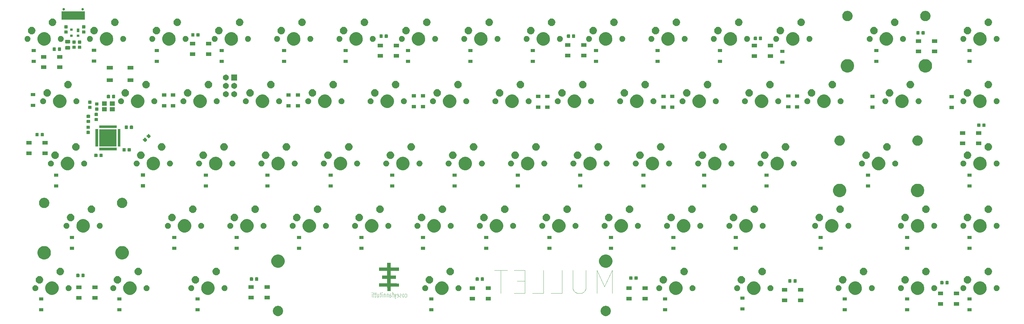
<source format=gbr>
G04 #@! TF.GenerationSoftware,KiCad,Pcbnew,(5.0.1)-3*
G04 #@! TF.CreationDate,2019-05-09T17:35:56-04:00*
G04 #@! TF.ProjectId,mullet-pcb,6D756C6C65742D7063622E6B69636164,rev?*
G04 #@! TF.SameCoordinates,Original*
G04 #@! TF.FileFunction,Soldermask,Bot*
G04 #@! TF.FilePolarity,Negative*
%FSLAX46Y46*%
G04 Gerber Fmt 4.6, Leading zero omitted, Abs format (unit mm)*
G04 Created by KiCad (PCBNEW (5.0.1)-3) date 5/9/2019 5:35:56 PM*
%MOMM*%
%LPD*%
G01*
G04 APERTURE LIST*
%ADD10C,0.100000*%
%ADD11C,0.075000*%
%ADD12C,0.010000*%
G04 APERTURE END LIST*
D10*
X180438272Y-92352273D02*
X180438272Y-85352273D01*
X178104938Y-90352273D01*
X175771605Y-85352273D01*
X175771605Y-92352273D01*
X172438272Y-85352273D02*
X172438272Y-91018940D01*
X172104938Y-91685607D01*
X171771605Y-92018940D01*
X171104938Y-92352273D01*
X169771605Y-92352273D01*
X169104938Y-92018940D01*
X168771605Y-91685607D01*
X168438272Y-91018940D01*
X168438272Y-85352273D01*
X161771605Y-92352273D02*
X165104938Y-92352273D01*
X165104938Y-85352273D01*
X156104938Y-92352273D02*
X159438272Y-92352273D01*
X159438272Y-85352273D01*
X153771605Y-88685607D02*
X151438272Y-88685607D01*
X150438272Y-92352273D02*
X153771605Y-92352273D01*
X153771605Y-85352273D01*
X150438272Y-85352273D01*
X148438272Y-85352273D02*
X144438272Y-85352273D01*
X146438272Y-92352273D02*
X146438272Y-85352273D01*
D11*
X117244655Y-93467259D02*
X117339893Y-93538688D01*
X117530370Y-93538688D01*
X117625608Y-93467259D01*
X117673227Y-93395831D01*
X117720846Y-93252974D01*
X117720846Y-92824402D01*
X117673227Y-92681545D01*
X117625608Y-92610117D01*
X117530370Y-92538688D01*
X117339893Y-92538688D01*
X117244655Y-92610117D01*
X116673227Y-93538688D02*
X116768465Y-93467259D01*
X116816084Y-93395831D01*
X116863703Y-93252974D01*
X116863703Y-92824402D01*
X116816084Y-92681545D01*
X116768465Y-92610117D01*
X116673227Y-92538688D01*
X116530370Y-92538688D01*
X116435132Y-92610117D01*
X116387513Y-92681545D01*
X116339893Y-92824402D01*
X116339893Y-93252974D01*
X116387513Y-93395831D01*
X116435132Y-93467259D01*
X116530370Y-93538688D01*
X116673227Y-93538688D01*
X115958941Y-93467259D02*
X115863703Y-93538688D01*
X115673227Y-93538688D01*
X115577989Y-93467259D01*
X115530370Y-93324402D01*
X115530370Y-93252974D01*
X115577989Y-93110117D01*
X115673227Y-93038688D01*
X115816084Y-93038688D01*
X115911322Y-92967259D01*
X115958941Y-92824402D01*
X115958941Y-92752974D01*
X115911322Y-92610117D01*
X115816084Y-92538688D01*
X115673227Y-92538688D01*
X115577989Y-92610117D01*
X114720846Y-93467259D02*
X114816084Y-93538688D01*
X115006560Y-93538688D01*
X115101798Y-93467259D01*
X115149417Y-93324402D01*
X115149417Y-92752974D01*
X115101798Y-92610117D01*
X115006560Y-92538688D01*
X114816084Y-92538688D01*
X114720846Y-92610117D01*
X114673227Y-92752974D01*
X114673227Y-92895831D01*
X115149417Y-93038688D01*
X114339893Y-92538688D02*
X114101798Y-93538688D01*
X113863703Y-92538688D02*
X114101798Y-93538688D01*
X114197036Y-93895831D01*
X114244655Y-93967259D01*
X114339893Y-94038688D01*
X113625608Y-92538688D02*
X113244655Y-92538688D01*
X113482751Y-93538688D02*
X113482751Y-92252974D01*
X113435132Y-92110117D01*
X113339893Y-92038688D01*
X113244655Y-92038688D01*
X112482751Y-93538688D02*
X112482751Y-92752974D01*
X112530370Y-92610117D01*
X112625608Y-92538688D01*
X112816084Y-92538688D01*
X112911322Y-92610117D01*
X112482751Y-93467259D02*
X112577989Y-93538688D01*
X112816084Y-93538688D01*
X112911322Y-93467259D01*
X112958941Y-93324402D01*
X112958941Y-93181545D01*
X112911322Y-93038688D01*
X112816084Y-92967259D01*
X112577989Y-92967259D01*
X112482751Y-92895831D01*
X112006560Y-92538688D02*
X112006560Y-93538688D01*
X112006560Y-92681545D02*
X111958941Y-92610117D01*
X111863703Y-92538688D01*
X111720846Y-92538688D01*
X111625608Y-92610117D01*
X111577989Y-92752974D01*
X111577989Y-93538688D01*
X111101798Y-92538688D02*
X111101798Y-93538688D01*
X111101798Y-92681545D02*
X111054179Y-92610117D01*
X110958941Y-92538688D01*
X110816084Y-92538688D01*
X110720846Y-92610117D01*
X110673227Y-92752974D01*
X110673227Y-93538688D01*
X110197036Y-93538688D02*
X110197036Y-92538688D01*
X110197036Y-92038688D02*
X110244655Y-92110117D01*
X110197036Y-92181545D01*
X110149417Y-92110117D01*
X110197036Y-92038688D01*
X110197036Y-92181545D01*
X109863703Y-92538688D02*
X109482751Y-92538688D01*
X109720846Y-92038688D02*
X109720846Y-93324402D01*
X109673227Y-93467259D01*
X109577989Y-93538688D01*
X109482751Y-93538688D01*
X108720846Y-92538688D02*
X108720846Y-93538688D01*
X109149417Y-92538688D02*
X109149417Y-93324402D01*
X109101798Y-93467259D01*
X109006560Y-93538688D01*
X108863703Y-93538688D01*
X108768465Y-93467259D01*
X108720846Y-93395831D01*
X108387513Y-92538688D02*
X108006560Y-92538688D01*
X108244655Y-92038688D02*
X108244655Y-93324402D01*
X108197036Y-93467259D01*
X108101798Y-93538688D01*
X108006560Y-93538688D01*
X107816084Y-92538688D02*
X107435132Y-92538688D01*
X107673227Y-92038688D02*
X107673227Y-93324402D01*
X107625608Y-93467259D01*
X107530370Y-93538688D01*
X107435132Y-93538688D01*
X107101798Y-93538688D02*
X107101798Y-92538688D01*
X107101798Y-92038688D02*
X107149417Y-92110117D01*
X107101798Y-92181545D01*
X107054179Y-92110117D01*
X107101798Y-92038688D01*
X107101798Y-92181545D01*
D12*
G04 #@! TO.C,G\002A\002A\002A*
G36*
X112719219Y-90283728D02*
X113984516Y-90278892D01*
X115249812Y-90274056D01*
X115249812Y-89370945D01*
X113984516Y-89366108D01*
X112719219Y-89361272D01*
X112719219Y-87893982D01*
X114318479Y-87893982D01*
X114318479Y-86934426D01*
X112719219Y-86934426D01*
X112719219Y-85429506D01*
X113984516Y-85424670D01*
X115249812Y-85419833D01*
X115254839Y-84944759D01*
X115259865Y-84469685D01*
X112719219Y-84469685D01*
X112719219Y-83096204D01*
X111740849Y-83096204D01*
X111740849Y-84469685D01*
X109219664Y-84469685D01*
X109219664Y-85429241D01*
X111740849Y-85429241D01*
X111740849Y-86934426D01*
X110160404Y-86934426D01*
X110160404Y-87893982D01*
X111740849Y-87893982D01*
X111740849Y-89361537D01*
X109219664Y-89361537D01*
X109219664Y-90283463D01*
X111740361Y-90283463D01*
X111745309Y-90937278D01*
X111750256Y-91591093D01*
X112234738Y-91596114D01*
X112719219Y-91601135D01*
X112719219Y-90283728D01*
X112719219Y-90283728D01*
G37*
X112719219Y-90283728D02*
X113984516Y-90278892D01*
X115249812Y-90274056D01*
X115249812Y-89370945D01*
X113984516Y-89366108D01*
X112719219Y-89361272D01*
X112719219Y-87893982D01*
X114318479Y-87893982D01*
X114318479Y-86934426D01*
X112719219Y-86934426D01*
X112719219Y-85429506D01*
X113984516Y-85424670D01*
X115249812Y-85419833D01*
X115254839Y-84944759D01*
X115259865Y-84469685D01*
X112719219Y-84469685D01*
X112719219Y-83096204D01*
X111740849Y-83096204D01*
X111740849Y-84469685D01*
X109219664Y-84469685D01*
X109219664Y-85429241D01*
X111740849Y-85429241D01*
X111740849Y-86934426D01*
X110160404Y-86934426D01*
X110160404Y-87893982D01*
X111740849Y-87893982D01*
X111740849Y-89361537D01*
X109219664Y-89361537D01*
X109219664Y-90283463D01*
X111740361Y-90283463D01*
X111745309Y-90937278D01*
X111750256Y-91591093D01*
X112234738Y-91596114D01*
X112719219Y-91601135D01*
X112719219Y-90283728D01*
D10*
G36*
X178774267Y-96245263D02*
X178926411Y-96275526D01*
X179045137Y-96324704D01*
X179213041Y-96394252D01*
X179471007Y-96566619D01*
X179690381Y-96785993D01*
X179862748Y-97043959D01*
X179981474Y-97330590D01*
X180042000Y-97634875D01*
X180042000Y-97945125D01*
X179981474Y-98249410D01*
X179862748Y-98536041D01*
X179690381Y-98794007D01*
X179471007Y-99013381D01*
X179213041Y-99185748D01*
X179045137Y-99255296D01*
X178926411Y-99304474D01*
X178774267Y-99334737D01*
X178622125Y-99365000D01*
X178311875Y-99365000D01*
X178159733Y-99334737D01*
X178007589Y-99304474D01*
X177888863Y-99255296D01*
X177720959Y-99185748D01*
X177462993Y-99013381D01*
X177243619Y-98794007D01*
X177071252Y-98536041D01*
X176952526Y-98249410D01*
X176892000Y-97945125D01*
X176892000Y-97634875D01*
X176952526Y-97330590D01*
X177071252Y-97043959D01*
X177243619Y-96785993D01*
X177462993Y-96566619D01*
X177720959Y-96394252D01*
X177888863Y-96324704D01*
X178007589Y-96275526D01*
X178159733Y-96245263D01*
X178311875Y-96215000D01*
X178622125Y-96215000D01*
X178774267Y-96245263D01*
X178774267Y-96245263D01*
G37*
G36*
X78698267Y-96245263D02*
X78850411Y-96275526D01*
X78969137Y-96324704D01*
X79137041Y-96394252D01*
X79395007Y-96566619D01*
X79614381Y-96785993D01*
X79786748Y-97043959D01*
X79905474Y-97330590D01*
X79966000Y-97634875D01*
X79966000Y-97945125D01*
X79905474Y-98249410D01*
X79786748Y-98536041D01*
X79614381Y-98794007D01*
X79395007Y-99013381D01*
X79137041Y-99185748D01*
X78969137Y-99255296D01*
X78850411Y-99304474D01*
X78698267Y-99334737D01*
X78546125Y-99365000D01*
X78235875Y-99365000D01*
X78083733Y-99334737D01*
X77931589Y-99304474D01*
X77812863Y-99255296D01*
X77644959Y-99185748D01*
X77386993Y-99013381D01*
X77167619Y-98794007D01*
X76995252Y-98536041D01*
X76876526Y-98249410D01*
X76816000Y-97945125D01*
X76816000Y-97634875D01*
X76876526Y-97330590D01*
X76995252Y-97043959D01*
X77167619Y-96785993D01*
X77386993Y-96566619D01*
X77644959Y-96394252D01*
X77812863Y-96324704D01*
X77931589Y-96275526D01*
X78083733Y-96245263D01*
X78235875Y-96215000D01*
X78546125Y-96215000D01*
X78698267Y-96245263D01*
X78698267Y-96245263D01*
G37*
G36*
X290211000Y-97909000D02*
X288909000Y-97909000D01*
X288909000Y-96907000D01*
X290211000Y-96907000D01*
X290211000Y-97909000D01*
X290211000Y-97909000D01*
G37*
G36*
X6747000Y-97909000D02*
X5445000Y-97909000D01*
X5445000Y-96907000D01*
X6747000Y-96907000D01*
X6747000Y-97909000D01*
X6747000Y-97909000D01*
G37*
G36*
X30623000Y-97909000D02*
X29321000Y-97909000D01*
X29321000Y-96907000D01*
X30623000Y-96907000D01*
X30623000Y-97909000D01*
X30623000Y-97909000D01*
G37*
G36*
X54499000Y-97909000D02*
X53197000Y-97909000D01*
X53197000Y-96907000D01*
X54499000Y-96907000D01*
X54499000Y-97909000D01*
X54499000Y-97909000D01*
G37*
G36*
X125873000Y-97909000D02*
X124571000Y-97909000D01*
X124571000Y-96907000D01*
X125873000Y-96907000D01*
X125873000Y-97909000D01*
X125873000Y-97909000D01*
G37*
G36*
X252111000Y-97909000D02*
X250809000Y-97909000D01*
X250809000Y-96907000D01*
X252111000Y-96907000D01*
X252111000Y-97909000D01*
X252111000Y-97909000D01*
G37*
G36*
X271161000Y-97909000D02*
X269859000Y-97909000D01*
X269859000Y-96907000D01*
X271161000Y-96907000D01*
X271161000Y-97909000D01*
X271161000Y-97909000D01*
G37*
G36*
X197247000Y-97909000D02*
X195945000Y-97909000D01*
X195945000Y-96907000D01*
X197247000Y-96907000D01*
X197247000Y-97909000D01*
X197247000Y-97909000D01*
G37*
G36*
X220869000Y-97655000D02*
X219567000Y-97655000D01*
X219567000Y-96653000D01*
X220869000Y-96653000D01*
X220869000Y-97655000D01*
X220869000Y-97655000D01*
G37*
G36*
X286398242Y-96165963D02*
X284796242Y-96165963D01*
X284796242Y-95063963D01*
X286398242Y-95063963D01*
X286398242Y-96165963D01*
X286398242Y-96165963D01*
G37*
G36*
X281498242Y-96165963D02*
X279896242Y-96165963D01*
X279896242Y-95063963D01*
X281498242Y-95063963D01*
X281498242Y-96165963D01*
X281498242Y-96165963D01*
G37*
G36*
X238787091Y-95063610D02*
X237185091Y-95063610D01*
X237185091Y-93961610D01*
X238787091Y-93961610D01*
X238787091Y-95063610D01*
X238787091Y-95063610D01*
G37*
G36*
X233887091Y-95063610D02*
X232285091Y-95063610D01*
X232285091Y-93961610D01*
X233887091Y-93961610D01*
X233887091Y-95063610D01*
X233887091Y-95063610D01*
G37*
G36*
X6747000Y-94609000D02*
X5445000Y-94609000D01*
X5445000Y-93607000D01*
X6747000Y-93607000D01*
X6747000Y-94609000D01*
X6747000Y-94609000D01*
G37*
G36*
X290211000Y-94609000D02*
X288909000Y-94609000D01*
X288909000Y-93607000D01*
X290211000Y-93607000D01*
X290211000Y-94609000D01*
X290211000Y-94609000D01*
G37*
G36*
X271161000Y-94609000D02*
X269859000Y-94609000D01*
X269859000Y-93607000D01*
X271161000Y-93607000D01*
X271161000Y-94609000D01*
X271161000Y-94609000D01*
G37*
G36*
X30623000Y-94609000D02*
X29321000Y-94609000D01*
X29321000Y-93607000D01*
X30623000Y-93607000D01*
X30623000Y-94609000D01*
X30623000Y-94609000D01*
G37*
G36*
X54499000Y-94609000D02*
X53197000Y-94609000D01*
X53197000Y-93607000D01*
X54499000Y-93607000D01*
X54499000Y-94609000D01*
X54499000Y-94609000D01*
G37*
G36*
X125873000Y-94609000D02*
X124571000Y-94609000D01*
X124571000Y-93607000D01*
X125873000Y-93607000D01*
X125873000Y-94609000D01*
X125873000Y-94609000D01*
G37*
G36*
X252111000Y-94609000D02*
X250809000Y-94609000D01*
X250809000Y-93607000D01*
X252111000Y-93607000D01*
X252111000Y-94609000D01*
X252111000Y-94609000D01*
G37*
G36*
X197247000Y-94609000D02*
X195945000Y-94609000D01*
X195945000Y-93607000D01*
X197247000Y-93607000D01*
X197247000Y-94609000D01*
X197247000Y-94609000D01*
G37*
G36*
X143407310Y-94538680D02*
X141805310Y-94538680D01*
X141805310Y-93436680D01*
X143407310Y-93436680D01*
X143407310Y-94538680D01*
X143407310Y-94538680D01*
G37*
G36*
X138507310Y-94538680D02*
X136905310Y-94538680D01*
X136905310Y-93436680D01*
X138507310Y-93436680D01*
X138507310Y-94538680D01*
X138507310Y-94538680D01*
G37*
G36*
X191280926Y-94538680D02*
X189678926Y-94538680D01*
X189678926Y-93436680D01*
X191280926Y-93436680D01*
X191280926Y-94538680D01*
X191280926Y-94538680D01*
G37*
G36*
X186380926Y-94538680D02*
X184778926Y-94538680D01*
X184778926Y-93436680D01*
X186380926Y-93436680D01*
X186380926Y-94538680D01*
X186380926Y-94538680D01*
G37*
G36*
X220869000Y-94355000D02*
X219567000Y-94355000D01*
X219567000Y-93353000D01*
X220869000Y-93353000D01*
X220869000Y-94355000D01*
X220869000Y-94355000D01*
G37*
G36*
X23303326Y-94328708D02*
X21701326Y-94328708D01*
X21701326Y-93226708D01*
X23303326Y-93226708D01*
X23303326Y-94328708D01*
X23303326Y-94328708D01*
G37*
G36*
X18403326Y-94328708D02*
X16801326Y-94328708D01*
X16801326Y-93226708D01*
X18403326Y-93226708D01*
X18403326Y-94328708D01*
X18403326Y-94328708D01*
G37*
G36*
X75901312Y-94223722D02*
X74299312Y-94223722D01*
X74299312Y-93121722D01*
X75901312Y-93121722D01*
X75901312Y-94223722D01*
X75901312Y-94223722D01*
G37*
G36*
X71001312Y-94223722D02*
X69399312Y-94223722D01*
X69399312Y-93121722D01*
X71001312Y-93121722D01*
X71001312Y-94223722D01*
X71001312Y-94223722D01*
G37*
G36*
X281498242Y-92965963D02*
X279896242Y-92965963D01*
X279896242Y-91863963D01*
X281498242Y-91863963D01*
X281498242Y-92965963D01*
X281498242Y-92965963D01*
G37*
G36*
X286398242Y-92965963D02*
X284796242Y-92965963D01*
X284796242Y-91863963D01*
X286398242Y-91863963D01*
X286398242Y-92965963D01*
X286398242Y-92965963D01*
G37*
G36*
X200464252Y-88832818D02*
X200464254Y-88832819D01*
X200464255Y-88832819D01*
X200837513Y-88987427D01*
X201168905Y-89208857D01*
X201173439Y-89211886D01*
X201459114Y-89497561D01*
X201459116Y-89497564D01*
X201683573Y-89833487D01*
X201712780Y-89904000D01*
X201838182Y-90206748D01*
X201917000Y-90602993D01*
X201917000Y-91007007D01*
X201842936Y-91379354D01*
X201838181Y-91403255D01*
X201683573Y-91776513D01*
X201462143Y-92107905D01*
X201459114Y-92112439D01*
X201173439Y-92398114D01*
X201173436Y-92398116D01*
X200837513Y-92622573D01*
X200464255Y-92777181D01*
X200464254Y-92777181D01*
X200464252Y-92777182D01*
X200068007Y-92856000D01*
X199663993Y-92856000D01*
X199267748Y-92777182D01*
X199267746Y-92777181D01*
X199267745Y-92777181D01*
X198894487Y-92622573D01*
X198558564Y-92398116D01*
X198558561Y-92398114D01*
X198272886Y-92112439D01*
X198269857Y-92107905D01*
X198048427Y-91776513D01*
X197893819Y-91403255D01*
X197889065Y-91379354D01*
X197815000Y-91007007D01*
X197815000Y-90602993D01*
X197893818Y-90206748D01*
X198019220Y-89904000D01*
X198048427Y-89833487D01*
X198272884Y-89497564D01*
X198272886Y-89497561D01*
X198558561Y-89211886D01*
X198563095Y-89208857D01*
X198894487Y-88987427D01*
X199267745Y-88832819D01*
X199267746Y-88832819D01*
X199267748Y-88832818D01*
X199663993Y-88754000D01*
X200068007Y-88754000D01*
X200464252Y-88832818D01*
X200464252Y-88832818D01*
G37*
G36*
X224277252Y-88832818D02*
X224277254Y-88832819D01*
X224277255Y-88832819D01*
X224650513Y-88987427D01*
X224981905Y-89208857D01*
X224986439Y-89211886D01*
X225272114Y-89497561D01*
X225272116Y-89497564D01*
X225496573Y-89833487D01*
X225525780Y-89904000D01*
X225651182Y-90206748D01*
X225730000Y-90602993D01*
X225730000Y-91007007D01*
X225655936Y-91379354D01*
X225651181Y-91403255D01*
X225496573Y-91776513D01*
X225275143Y-92107905D01*
X225272114Y-92112439D01*
X224986439Y-92398114D01*
X224986436Y-92398116D01*
X224650513Y-92622573D01*
X224277255Y-92777181D01*
X224277254Y-92777181D01*
X224277252Y-92777182D01*
X223881007Y-92856000D01*
X223476993Y-92856000D01*
X223080748Y-92777182D01*
X223080746Y-92777181D01*
X223080745Y-92777181D01*
X222707487Y-92622573D01*
X222371564Y-92398116D01*
X222371561Y-92398114D01*
X222085886Y-92112439D01*
X222082857Y-92107905D01*
X221861427Y-91776513D01*
X221706819Y-91403255D01*
X221702065Y-91379354D01*
X221628000Y-91007007D01*
X221628000Y-90602993D01*
X221706818Y-90206748D01*
X221832220Y-89904000D01*
X221861427Y-89833487D01*
X222085884Y-89497564D01*
X222085886Y-89497561D01*
X222371561Y-89211886D01*
X222376095Y-89208857D01*
X222707487Y-88987427D01*
X223080745Y-88832819D01*
X223080746Y-88832819D01*
X223080748Y-88832818D01*
X223476993Y-88754000D01*
X223881007Y-88754000D01*
X224277252Y-88832818D01*
X224277252Y-88832818D01*
G37*
G36*
X255233252Y-88832818D02*
X255233254Y-88832819D01*
X255233255Y-88832819D01*
X255606513Y-88987427D01*
X255937905Y-89208857D01*
X255942439Y-89211886D01*
X256228114Y-89497561D01*
X256228116Y-89497564D01*
X256452573Y-89833487D01*
X256481780Y-89904000D01*
X256607182Y-90206748D01*
X256686000Y-90602993D01*
X256686000Y-91007007D01*
X256611936Y-91379354D01*
X256607181Y-91403255D01*
X256452573Y-91776513D01*
X256231143Y-92107905D01*
X256228114Y-92112439D01*
X255942439Y-92398114D01*
X255942436Y-92398116D01*
X255606513Y-92622573D01*
X255233255Y-92777181D01*
X255233254Y-92777181D01*
X255233252Y-92777182D01*
X254837007Y-92856000D01*
X254432993Y-92856000D01*
X254036748Y-92777182D01*
X254036746Y-92777181D01*
X254036745Y-92777181D01*
X253663487Y-92622573D01*
X253327564Y-92398116D01*
X253327561Y-92398114D01*
X253041886Y-92112439D01*
X253038857Y-92107905D01*
X252817427Y-91776513D01*
X252662819Y-91403255D01*
X252658065Y-91379354D01*
X252584000Y-91007007D01*
X252584000Y-90602993D01*
X252662818Y-90206748D01*
X252788220Y-89904000D01*
X252817427Y-89833487D01*
X253041884Y-89497564D01*
X253041886Y-89497561D01*
X253327561Y-89211886D01*
X253332095Y-89208857D01*
X253663487Y-88987427D01*
X254036745Y-88832819D01*
X254036746Y-88832819D01*
X254036748Y-88832818D01*
X254432993Y-88754000D01*
X254837007Y-88754000D01*
X255233252Y-88832818D01*
X255233252Y-88832818D01*
G37*
G36*
X274283252Y-88832818D02*
X274283254Y-88832819D01*
X274283255Y-88832819D01*
X274656513Y-88987427D01*
X274987905Y-89208857D01*
X274992439Y-89211886D01*
X275278114Y-89497561D01*
X275278116Y-89497564D01*
X275502573Y-89833487D01*
X275531780Y-89904000D01*
X275657182Y-90206748D01*
X275736000Y-90602993D01*
X275736000Y-91007007D01*
X275661936Y-91379354D01*
X275657181Y-91403255D01*
X275502573Y-91776513D01*
X275281143Y-92107905D01*
X275278114Y-92112439D01*
X274992439Y-92398114D01*
X274992436Y-92398116D01*
X274656513Y-92622573D01*
X274283255Y-92777181D01*
X274283254Y-92777181D01*
X274283252Y-92777182D01*
X273887007Y-92856000D01*
X273482993Y-92856000D01*
X273086748Y-92777182D01*
X273086746Y-92777181D01*
X273086745Y-92777181D01*
X272713487Y-92622573D01*
X272377564Y-92398116D01*
X272377561Y-92398114D01*
X272091886Y-92112439D01*
X272088857Y-92107905D01*
X271867427Y-91776513D01*
X271712819Y-91403255D01*
X271708065Y-91379354D01*
X271634000Y-91007007D01*
X271634000Y-90602993D01*
X271712818Y-90206748D01*
X271838220Y-89904000D01*
X271867427Y-89833487D01*
X272091884Y-89497564D01*
X272091886Y-89497561D01*
X272377561Y-89211886D01*
X272382095Y-89208857D01*
X272713487Y-88987427D01*
X273086745Y-88832819D01*
X273086746Y-88832819D01*
X273086748Y-88832818D01*
X273482993Y-88754000D01*
X273887007Y-88754000D01*
X274283252Y-88832818D01*
X274283252Y-88832818D01*
G37*
G36*
X293333252Y-88832818D02*
X293333254Y-88832819D01*
X293333255Y-88832819D01*
X293706513Y-88987427D01*
X294037905Y-89208857D01*
X294042439Y-89211886D01*
X294328114Y-89497561D01*
X294328116Y-89497564D01*
X294552573Y-89833487D01*
X294581780Y-89904000D01*
X294707182Y-90206748D01*
X294786000Y-90602993D01*
X294786000Y-91007007D01*
X294711936Y-91379354D01*
X294707181Y-91403255D01*
X294552573Y-91776513D01*
X294331143Y-92107905D01*
X294328114Y-92112439D01*
X294042439Y-92398114D01*
X294042436Y-92398116D01*
X293706513Y-92622573D01*
X293333255Y-92777181D01*
X293333254Y-92777181D01*
X293333252Y-92777182D01*
X292937007Y-92856000D01*
X292532993Y-92856000D01*
X292136748Y-92777182D01*
X292136746Y-92777181D01*
X292136745Y-92777181D01*
X291763487Y-92622573D01*
X291427564Y-92398116D01*
X291427561Y-92398114D01*
X291141886Y-92112439D01*
X291138857Y-92107905D01*
X290917427Y-91776513D01*
X290762819Y-91403255D01*
X290758065Y-91379354D01*
X290684000Y-91007007D01*
X290684000Y-90602993D01*
X290762818Y-90206748D01*
X290888220Y-89904000D01*
X290917427Y-89833487D01*
X291141884Y-89497564D01*
X291141886Y-89497561D01*
X291427561Y-89211886D01*
X291432095Y-89208857D01*
X291763487Y-88987427D01*
X292136745Y-88832819D01*
X292136746Y-88832819D01*
X292136748Y-88832818D01*
X292532993Y-88754000D01*
X292937007Y-88754000D01*
X293333252Y-88832818D01*
X293333252Y-88832818D01*
G37*
G36*
X57589452Y-88832818D02*
X57589454Y-88832819D01*
X57589455Y-88832819D01*
X57962713Y-88987427D01*
X58294105Y-89208857D01*
X58298639Y-89211886D01*
X58584314Y-89497561D01*
X58584316Y-89497564D01*
X58808773Y-89833487D01*
X58837980Y-89904000D01*
X58963382Y-90206748D01*
X59042200Y-90602993D01*
X59042200Y-91007007D01*
X58968136Y-91379354D01*
X58963381Y-91403255D01*
X58808773Y-91776513D01*
X58587343Y-92107905D01*
X58584314Y-92112439D01*
X58298639Y-92398114D01*
X58298636Y-92398116D01*
X57962713Y-92622573D01*
X57589455Y-92777181D01*
X57589454Y-92777181D01*
X57589452Y-92777182D01*
X57193207Y-92856000D01*
X56789193Y-92856000D01*
X56392948Y-92777182D01*
X56392946Y-92777181D01*
X56392945Y-92777181D01*
X56019687Y-92622573D01*
X55683764Y-92398116D01*
X55683761Y-92398114D01*
X55398086Y-92112439D01*
X55395057Y-92107905D01*
X55173627Y-91776513D01*
X55019019Y-91403255D01*
X55014265Y-91379354D01*
X54940200Y-91007007D01*
X54940200Y-90602993D01*
X55019018Y-90206748D01*
X55144420Y-89904000D01*
X55173627Y-89833487D01*
X55398084Y-89497564D01*
X55398086Y-89497561D01*
X55683761Y-89211886D01*
X55688295Y-89208857D01*
X56019687Y-88987427D01*
X56392945Y-88832819D01*
X56392946Y-88832819D01*
X56392948Y-88832818D01*
X56789193Y-88754000D01*
X57193207Y-88754000D01*
X57589452Y-88832818D01*
X57589452Y-88832818D01*
G37*
G36*
X33777052Y-88832818D02*
X33777054Y-88832819D01*
X33777055Y-88832819D01*
X34150313Y-88987427D01*
X34481705Y-89208857D01*
X34486239Y-89211886D01*
X34771914Y-89497561D01*
X34771916Y-89497564D01*
X34996373Y-89833487D01*
X35025580Y-89904000D01*
X35150982Y-90206748D01*
X35229800Y-90602993D01*
X35229800Y-91007007D01*
X35155736Y-91379354D01*
X35150981Y-91403255D01*
X34996373Y-91776513D01*
X34774943Y-92107905D01*
X34771914Y-92112439D01*
X34486239Y-92398114D01*
X34486236Y-92398116D01*
X34150313Y-92622573D01*
X33777055Y-92777181D01*
X33777054Y-92777181D01*
X33777052Y-92777182D01*
X33380807Y-92856000D01*
X32976793Y-92856000D01*
X32580548Y-92777182D01*
X32580546Y-92777181D01*
X32580545Y-92777181D01*
X32207287Y-92622573D01*
X31871364Y-92398116D01*
X31871361Y-92398114D01*
X31585686Y-92112439D01*
X31582657Y-92107905D01*
X31361227Y-91776513D01*
X31206619Y-91403255D01*
X31201865Y-91379354D01*
X31127800Y-91007007D01*
X31127800Y-90602993D01*
X31206618Y-90206748D01*
X31332020Y-89904000D01*
X31361227Y-89833487D01*
X31585684Y-89497564D01*
X31585686Y-89497561D01*
X31871361Y-89211886D01*
X31875895Y-89208857D01*
X32207287Y-88987427D01*
X32580545Y-88832819D01*
X32580546Y-88832819D01*
X32580548Y-88832818D01*
X32976793Y-88754000D01*
X33380807Y-88754000D01*
X33777052Y-88832818D01*
X33777052Y-88832818D01*
G37*
G36*
X129027252Y-88832818D02*
X129027254Y-88832819D01*
X129027255Y-88832819D01*
X129400513Y-88987427D01*
X129731905Y-89208857D01*
X129736439Y-89211886D01*
X130022114Y-89497561D01*
X130022116Y-89497564D01*
X130246573Y-89833487D01*
X130275780Y-89904000D01*
X130401182Y-90206748D01*
X130480000Y-90602993D01*
X130480000Y-91007007D01*
X130405936Y-91379354D01*
X130401181Y-91403255D01*
X130246573Y-91776513D01*
X130025143Y-92107905D01*
X130022114Y-92112439D01*
X129736439Y-92398114D01*
X129736436Y-92398116D01*
X129400513Y-92622573D01*
X129027255Y-92777181D01*
X129027254Y-92777181D01*
X129027252Y-92777182D01*
X128631007Y-92856000D01*
X128226993Y-92856000D01*
X127830748Y-92777182D01*
X127830746Y-92777181D01*
X127830745Y-92777181D01*
X127457487Y-92622573D01*
X127121564Y-92398116D01*
X127121561Y-92398114D01*
X126835886Y-92112439D01*
X126832857Y-92107905D01*
X126611427Y-91776513D01*
X126456819Y-91403255D01*
X126452065Y-91379354D01*
X126378000Y-91007007D01*
X126378000Y-90602993D01*
X126456818Y-90206748D01*
X126582220Y-89904000D01*
X126611427Y-89833487D01*
X126835884Y-89497564D01*
X126835886Y-89497561D01*
X127121561Y-89211886D01*
X127126095Y-89208857D01*
X127457487Y-88987427D01*
X127830745Y-88832819D01*
X127830746Y-88832819D01*
X127830748Y-88832818D01*
X128226993Y-88754000D01*
X128631007Y-88754000D01*
X129027252Y-88832818D01*
X129027252Y-88832818D01*
G37*
G36*
X9964452Y-88832818D02*
X9964454Y-88832819D01*
X9964455Y-88832819D01*
X10337713Y-88987427D01*
X10669105Y-89208857D01*
X10673639Y-89211886D01*
X10959314Y-89497561D01*
X10959316Y-89497564D01*
X11183773Y-89833487D01*
X11212980Y-89904000D01*
X11338382Y-90206748D01*
X11417200Y-90602993D01*
X11417200Y-91007007D01*
X11343136Y-91379354D01*
X11338381Y-91403255D01*
X11183773Y-91776513D01*
X10962343Y-92107905D01*
X10959314Y-92112439D01*
X10673639Y-92398114D01*
X10673636Y-92398116D01*
X10337713Y-92622573D01*
X9964455Y-92777181D01*
X9964454Y-92777181D01*
X9964452Y-92777182D01*
X9568207Y-92856000D01*
X9164193Y-92856000D01*
X8767948Y-92777182D01*
X8767946Y-92777181D01*
X8767945Y-92777181D01*
X8394687Y-92622573D01*
X8058764Y-92398116D01*
X8058761Y-92398114D01*
X7773086Y-92112439D01*
X7770057Y-92107905D01*
X7548627Y-91776513D01*
X7394019Y-91403255D01*
X7389265Y-91379354D01*
X7315200Y-91007007D01*
X7315200Y-90602993D01*
X7394018Y-90206748D01*
X7519420Y-89904000D01*
X7548627Y-89833487D01*
X7773084Y-89497564D01*
X7773086Y-89497561D01*
X8058761Y-89211886D01*
X8063295Y-89208857D01*
X8394687Y-88987427D01*
X8767945Y-88832819D01*
X8767946Y-88832819D01*
X8767948Y-88832818D01*
X9164193Y-88754000D01*
X9568207Y-88754000D01*
X9964452Y-88832818D01*
X9964452Y-88832818D01*
G37*
G36*
X238787091Y-91863610D02*
X237185091Y-91863610D01*
X237185091Y-90761610D01*
X238787091Y-90761610D01*
X238787091Y-91863610D01*
X238787091Y-91863610D01*
G37*
G36*
X233887091Y-91863610D02*
X232285091Y-91863610D01*
X232285091Y-90761610D01*
X233887091Y-90761610D01*
X233887091Y-91863610D01*
X233887091Y-91863610D01*
G37*
G36*
X62334012Y-89938624D02*
X62497984Y-90006544D01*
X62645554Y-90105147D01*
X62771053Y-90230646D01*
X62869656Y-90378216D01*
X62937576Y-90542188D01*
X62972200Y-90716259D01*
X62972200Y-90893741D01*
X62937576Y-91067812D01*
X62869656Y-91231784D01*
X62771053Y-91379354D01*
X62645554Y-91504853D01*
X62497984Y-91603456D01*
X62334012Y-91671376D01*
X62159941Y-91706000D01*
X61982459Y-91706000D01*
X61808388Y-91671376D01*
X61644416Y-91603456D01*
X61496846Y-91504853D01*
X61371347Y-91379354D01*
X61272744Y-91231784D01*
X61204824Y-91067812D01*
X61170200Y-90893741D01*
X61170200Y-90716259D01*
X61204824Y-90542188D01*
X61272744Y-90378216D01*
X61371347Y-90230646D01*
X61496846Y-90105147D01*
X61644416Y-90006544D01*
X61808388Y-89938624D01*
X61982459Y-89904000D01*
X62159941Y-89904000D01*
X62334012Y-89938624D01*
X62334012Y-89938624D01*
G37*
G36*
X133771812Y-89938624D02*
X133935784Y-90006544D01*
X134083354Y-90105147D01*
X134208853Y-90230646D01*
X134307456Y-90378216D01*
X134375376Y-90542188D01*
X134410000Y-90716259D01*
X134410000Y-90893741D01*
X134375376Y-91067812D01*
X134307456Y-91231784D01*
X134208853Y-91379354D01*
X134083354Y-91504853D01*
X133935784Y-91603456D01*
X133771812Y-91671376D01*
X133597741Y-91706000D01*
X133420259Y-91706000D01*
X133246188Y-91671376D01*
X133082216Y-91603456D01*
X132934646Y-91504853D01*
X132809147Y-91379354D01*
X132710544Y-91231784D01*
X132642624Y-91067812D01*
X132608000Y-90893741D01*
X132608000Y-90716259D01*
X132642624Y-90542188D01*
X132710544Y-90378216D01*
X132809147Y-90230646D01*
X132934646Y-90105147D01*
X133082216Y-90006544D01*
X133246188Y-89938624D01*
X133420259Y-89904000D01*
X133597741Y-89904000D01*
X133771812Y-89938624D01*
X133771812Y-89938624D01*
G37*
G36*
X4549012Y-89938624D02*
X4712984Y-90006544D01*
X4860554Y-90105147D01*
X4986053Y-90230646D01*
X5084656Y-90378216D01*
X5152576Y-90542188D01*
X5187200Y-90716259D01*
X5187200Y-90893741D01*
X5152576Y-91067812D01*
X5084656Y-91231784D01*
X4986053Y-91379354D01*
X4860554Y-91504853D01*
X4712984Y-91603456D01*
X4549012Y-91671376D01*
X4374941Y-91706000D01*
X4197459Y-91706000D01*
X4023388Y-91671376D01*
X3859416Y-91603456D01*
X3711846Y-91504853D01*
X3586347Y-91379354D01*
X3487744Y-91231784D01*
X3419824Y-91067812D01*
X3385200Y-90893741D01*
X3385200Y-90716259D01*
X3419824Y-90542188D01*
X3487744Y-90378216D01*
X3586347Y-90230646D01*
X3711846Y-90105147D01*
X3859416Y-90006544D01*
X4023388Y-89938624D01*
X4197459Y-89904000D01*
X4374941Y-89904000D01*
X4549012Y-89938624D01*
X4549012Y-89938624D01*
G37*
G36*
X123611812Y-89938624D02*
X123775784Y-90006544D01*
X123923354Y-90105147D01*
X124048853Y-90230646D01*
X124147456Y-90378216D01*
X124215376Y-90542188D01*
X124250000Y-90716259D01*
X124250000Y-90893741D01*
X124215376Y-91067812D01*
X124147456Y-91231784D01*
X124048853Y-91379354D01*
X123923354Y-91504853D01*
X123775784Y-91603456D01*
X123611812Y-91671376D01*
X123437741Y-91706000D01*
X123260259Y-91706000D01*
X123086188Y-91671376D01*
X122922216Y-91603456D01*
X122774646Y-91504853D01*
X122649147Y-91379354D01*
X122550544Y-91231784D01*
X122482624Y-91067812D01*
X122448000Y-90893741D01*
X122448000Y-90716259D01*
X122482624Y-90542188D01*
X122550544Y-90378216D01*
X122649147Y-90230646D01*
X122774646Y-90105147D01*
X122922216Y-90006544D01*
X123086188Y-89938624D01*
X123260259Y-89904000D01*
X123437741Y-89904000D01*
X123611812Y-89938624D01*
X123611812Y-89938624D01*
G37*
G36*
X38521612Y-89938624D02*
X38685584Y-90006544D01*
X38833154Y-90105147D01*
X38958653Y-90230646D01*
X39057256Y-90378216D01*
X39125176Y-90542188D01*
X39159800Y-90716259D01*
X39159800Y-90893741D01*
X39125176Y-91067812D01*
X39057256Y-91231784D01*
X38958653Y-91379354D01*
X38833154Y-91504853D01*
X38685584Y-91603456D01*
X38521612Y-91671376D01*
X38347541Y-91706000D01*
X38170059Y-91706000D01*
X37995988Y-91671376D01*
X37832016Y-91603456D01*
X37684446Y-91504853D01*
X37558947Y-91379354D01*
X37460344Y-91231784D01*
X37392424Y-91067812D01*
X37357800Y-90893741D01*
X37357800Y-90716259D01*
X37392424Y-90542188D01*
X37460344Y-90378216D01*
X37558947Y-90230646D01*
X37684446Y-90105147D01*
X37832016Y-90006544D01*
X37995988Y-89938624D01*
X38170059Y-89904000D01*
X38347541Y-89904000D01*
X38521612Y-89938624D01*
X38521612Y-89938624D01*
G37*
G36*
X28361612Y-89938624D02*
X28525584Y-90006544D01*
X28673154Y-90105147D01*
X28798653Y-90230646D01*
X28897256Y-90378216D01*
X28965176Y-90542188D01*
X28999800Y-90716259D01*
X28999800Y-90893741D01*
X28965176Y-91067812D01*
X28897256Y-91231784D01*
X28798653Y-91379354D01*
X28673154Y-91504853D01*
X28525584Y-91603456D01*
X28361612Y-91671376D01*
X28187541Y-91706000D01*
X28010059Y-91706000D01*
X27835988Y-91671376D01*
X27672016Y-91603456D01*
X27524446Y-91504853D01*
X27398947Y-91379354D01*
X27300344Y-91231784D01*
X27232424Y-91067812D01*
X27197800Y-90893741D01*
X27197800Y-90716259D01*
X27232424Y-90542188D01*
X27300344Y-90378216D01*
X27398947Y-90230646D01*
X27524446Y-90105147D01*
X27672016Y-90006544D01*
X27835988Y-89938624D01*
X28010059Y-89904000D01*
X28187541Y-89904000D01*
X28361612Y-89938624D01*
X28361612Y-89938624D01*
G37*
G36*
X52174012Y-89938624D02*
X52337984Y-90006544D01*
X52485554Y-90105147D01*
X52611053Y-90230646D01*
X52709656Y-90378216D01*
X52777576Y-90542188D01*
X52812200Y-90716259D01*
X52812200Y-90893741D01*
X52777576Y-91067812D01*
X52709656Y-91231784D01*
X52611053Y-91379354D01*
X52485554Y-91504853D01*
X52337984Y-91603456D01*
X52174012Y-91671376D01*
X51999941Y-91706000D01*
X51822459Y-91706000D01*
X51648388Y-91671376D01*
X51484416Y-91603456D01*
X51336846Y-91504853D01*
X51211347Y-91379354D01*
X51112744Y-91231784D01*
X51044824Y-91067812D01*
X51010200Y-90893741D01*
X51010200Y-90716259D01*
X51044824Y-90542188D01*
X51112744Y-90378216D01*
X51211347Y-90230646D01*
X51336846Y-90105147D01*
X51484416Y-90006544D01*
X51648388Y-89938624D01*
X51822459Y-89904000D01*
X51999941Y-89904000D01*
X52174012Y-89938624D01*
X52174012Y-89938624D01*
G37*
G36*
X195048812Y-89938624D02*
X195212784Y-90006544D01*
X195360354Y-90105147D01*
X195485853Y-90230646D01*
X195584456Y-90378216D01*
X195652376Y-90542188D01*
X195687000Y-90716259D01*
X195687000Y-90893741D01*
X195652376Y-91067812D01*
X195584456Y-91231784D01*
X195485853Y-91379354D01*
X195360354Y-91504853D01*
X195212784Y-91603456D01*
X195048812Y-91671376D01*
X194874741Y-91706000D01*
X194697259Y-91706000D01*
X194523188Y-91671376D01*
X194359216Y-91603456D01*
X194211646Y-91504853D01*
X194086147Y-91379354D01*
X193987544Y-91231784D01*
X193919624Y-91067812D01*
X193885000Y-90893741D01*
X193885000Y-90716259D01*
X193919624Y-90542188D01*
X193987544Y-90378216D01*
X194086147Y-90230646D01*
X194211646Y-90105147D01*
X194359216Y-90006544D01*
X194523188Y-89938624D01*
X194697259Y-89904000D01*
X194874741Y-89904000D01*
X195048812Y-89938624D01*
X195048812Y-89938624D01*
G37*
G36*
X218861812Y-89938624D02*
X219025784Y-90006544D01*
X219173354Y-90105147D01*
X219298853Y-90230646D01*
X219397456Y-90378216D01*
X219465376Y-90542188D01*
X219500000Y-90716259D01*
X219500000Y-90893741D01*
X219465376Y-91067812D01*
X219397456Y-91231784D01*
X219298853Y-91379354D01*
X219173354Y-91504853D01*
X219025784Y-91603456D01*
X218861812Y-91671376D01*
X218687741Y-91706000D01*
X218510259Y-91706000D01*
X218336188Y-91671376D01*
X218172216Y-91603456D01*
X218024646Y-91504853D01*
X217899147Y-91379354D01*
X217800544Y-91231784D01*
X217732624Y-91067812D01*
X217698000Y-90893741D01*
X217698000Y-90716259D01*
X217732624Y-90542188D01*
X217800544Y-90378216D01*
X217899147Y-90230646D01*
X218024646Y-90105147D01*
X218172216Y-90006544D01*
X218336188Y-89938624D01*
X218510259Y-89904000D01*
X218687741Y-89904000D01*
X218861812Y-89938624D01*
X218861812Y-89938624D01*
G37*
G36*
X229021812Y-89938624D02*
X229185784Y-90006544D01*
X229333354Y-90105147D01*
X229458853Y-90230646D01*
X229557456Y-90378216D01*
X229625376Y-90542188D01*
X229660000Y-90716259D01*
X229660000Y-90893741D01*
X229625376Y-91067812D01*
X229557456Y-91231784D01*
X229458853Y-91379354D01*
X229333354Y-91504853D01*
X229185784Y-91603456D01*
X229021812Y-91671376D01*
X228847741Y-91706000D01*
X228670259Y-91706000D01*
X228496188Y-91671376D01*
X228332216Y-91603456D01*
X228184646Y-91504853D01*
X228059147Y-91379354D01*
X227960544Y-91231784D01*
X227892624Y-91067812D01*
X227858000Y-90893741D01*
X227858000Y-90716259D01*
X227892624Y-90542188D01*
X227960544Y-90378216D01*
X228059147Y-90230646D01*
X228184646Y-90105147D01*
X228332216Y-90006544D01*
X228496188Y-89938624D01*
X228670259Y-89904000D01*
X228847741Y-89904000D01*
X229021812Y-89938624D01*
X229021812Y-89938624D01*
G37*
G36*
X298077812Y-89938624D02*
X298241784Y-90006544D01*
X298389354Y-90105147D01*
X298514853Y-90230646D01*
X298613456Y-90378216D01*
X298681376Y-90542188D01*
X298716000Y-90716259D01*
X298716000Y-90893741D01*
X298681376Y-91067812D01*
X298613456Y-91231784D01*
X298514853Y-91379354D01*
X298389354Y-91504853D01*
X298241784Y-91603456D01*
X298077812Y-91671376D01*
X297903741Y-91706000D01*
X297726259Y-91706000D01*
X297552188Y-91671376D01*
X297388216Y-91603456D01*
X297240646Y-91504853D01*
X297115147Y-91379354D01*
X297016544Y-91231784D01*
X296948624Y-91067812D01*
X296914000Y-90893741D01*
X296914000Y-90716259D01*
X296948624Y-90542188D01*
X297016544Y-90378216D01*
X297115147Y-90230646D01*
X297240646Y-90105147D01*
X297388216Y-90006544D01*
X297552188Y-89938624D01*
X297726259Y-89904000D01*
X297903741Y-89904000D01*
X298077812Y-89938624D01*
X298077812Y-89938624D01*
G37*
G36*
X205208812Y-89938624D02*
X205372784Y-90006544D01*
X205520354Y-90105147D01*
X205645853Y-90230646D01*
X205744456Y-90378216D01*
X205812376Y-90542188D01*
X205847000Y-90716259D01*
X205847000Y-90893741D01*
X205812376Y-91067812D01*
X205744456Y-91231784D01*
X205645853Y-91379354D01*
X205520354Y-91504853D01*
X205372784Y-91603456D01*
X205208812Y-91671376D01*
X205034741Y-91706000D01*
X204857259Y-91706000D01*
X204683188Y-91671376D01*
X204519216Y-91603456D01*
X204371646Y-91504853D01*
X204246147Y-91379354D01*
X204147544Y-91231784D01*
X204079624Y-91067812D01*
X204045000Y-90893741D01*
X204045000Y-90716259D01*
X204079624Y-90542188D01*
X204147544Y-90378216D01*
X204246147Y-90230646D01*
X204371646Y-90105147D01*
X204519216Y-90006544D01*
X204683188Y-89938624D01*
X204857259Y-89904000D01*
X205034741Y-89904000D01*
X205208812Y-89938624D01*
X205208812Y-89938624D01*
G37*
G36*
X249817812Y-89938624D02*
X249981784Y-90006544D01*
X250129354Y-90105147D01*
X250254853Y-90230646D01*
X250353456Y-90378216D01*
X250421376Y-90542188D01*
X250456000Y-90716259D01*
X250456000Y-90893741D01*
X250421376Y-91067812D01*
X250353456Y-91231784D01*
X250254853Y-91379354D01*
X250129354Y-91504853D01*
X249981784Y-91603456D01*
X249817812Y-91671376D01*
X249643741Y-91706000D01*
X249466259Y-91706000D01*
X249292188Y-91671376D01*
X249128216Y-91603456D01*
X248980646Y-91504853D01*
X248855147Y-91379354D01*
X248756544Y-91231784D01*
X248688624Y-91067812D01*
X248654000Y-90893741D01*
X248654000Y-90716259D01*
X248688624Y-90542188D01*
X248756544Y-90378216D01*
X248855147Y-90230646D01*
X248980646Y-90105147D01*
X249128216Y-90006544D01*
X249292188Y-89938624D01*
X249466259Y-89904000D01*
X249643741Y-89904000D01*
X249817812Y-89938624D01*
X249817812Y-89938624D01*
G37*
G36*
X259977812Y-89938624D02*
X260141784Y-90006544D01*
X260289354Y-90105147D01*
X260414853Y-90230646D01*
X260513456Y-90378216D01*
X260581376Y-90542188D01*
X260616000Y-90716259D01*
X260616000Y-90893741D01*
X260581376Y-91067812D01*
X260513456Y-91231784D01*
X260414853Y-91379354D01*
X260289354Y-91504853D01*
X260141784Y-91603456D01*
X259977812Y-91671376D01*
X259803741Y-91706000D01*
X259626259Y-91706000D01*
X259452188Y-91671376D01*
X259288216Y-91603456D01*
X259140646Y-91504853D01*
X259015147Y-91379354D01*
X258916544Y-91231784D01*
X258848624Y-91067812D01*
X258814000Y-90893741D01*
X258814000Y-90716259D01*
X258848624Y-90542188D01*
X258916544Y-90378216D01*
X259015147Y-90230646D01*
X259140646Y-90105147D01*
X259288216Y-90006544D01*
X259452188Y-89938624D01*
X259626259Y-89904000D01*
X259803741Y-89904000D01*
X259977812Y-89938624D01*
X259977812Y-89938624D01*
G37*
G36*
X268867812Y-89938624D02*
X269031784Y-90006544D01*
X269179354Y-90105147D01*
X269304853Y-90230646D01*
X269403456Y-90378216D01*
X269471376Y-90542188D01*
X269506000Y-90716259D01*
X269506000Y-90893741D01*
X269471376Y-91067812D01*
X269403456Y-91231784D01*
X269304853Y-91379354D01*
X269179354Y-91504853D01*
X269031784Y-91603456D01*
X268867812Y-91671376D01*
X268693741Y-91706000D01*
X268516259Y-91706000D01*
X268342188Y-91671376D01*
X268178216Y-91603456D01*
X268030646Y-91504853D01*
X267905147Y-91379354D01*
X267806544Y-91231784D01*
X267738624Y-91067812D01*
X267704000Y-90893741D01*
X267704000Y-90716259D01*
X267738624Y-90542188D01*
X267806544Y-90378216D01*
X267905147Y-90230646D01*
X268030646Y-90105147D01*
X268178216Y-90006544D01*
X268342188Y-89938624D01*
X268516259Y-89904000D01*
X268693741Y-89904000D01*
X268867812Y-89938624D01*
X268867812Y-89938624D01*
G37*
G36*
X279027812Y-89938624D02*
X279191784Y-90006544D01*
X279339354Y-90105147D01*
X279464853Y-90230646D01*
X279563456Y-90378216D01*
X279631376Y-90542188D01*
X279666000Y-90716259D01*
X279666000Y-90893741D01*
X279631376Y-91067812D01*
X279563456Y-91231784D01*
X279464853Y-91379354D01*
X279339354Y-91504853D01*
X279191784Y-91603456D01*
X279027812Y-91671376D01*
X278853741Y-91706000D01*
X278676259Y-91706000D01*
X278502188Y-91671376D01*
X278338216Y-91603456D01*
X278190646Y-91504853D01*
X278065147Y-91379354D01*
X277966544Y-91231784D01*
X277898624Y-91067812D01*
X277864000Y-90893741D01*
X277864000Y-90716259D01*
X277898624Y-90542188D01*
X277966544Y-90378216D01*
X278065147Y-90230646D01*
X278190646Y-90105147D01*
X278338216Y-90006544D01*
X278502188Y-89938624D01*
X278676259Y-89904000D01*
X278853741Y-89904000D01*
X279027812Y-89938624D01*
X279027812Y-89938624D01*
G37*
G36*
X287917812Y-89938624D02*
X288081784Y-90006544D01*
X288229354Y-90105147D01*
X288354853Y-90230646D01*
X288453456Y-90378216D01*
X288521376Y-90542188D01*
X288556000Y-90716259D01*
X288556000Y-90893741D01*
X288521376Y-91067812D01*
X288453456Y-91231784D01*
X288354853Y-91379354D01*
X288229354Y-91504853D01*
X288081784Y-91603456D01*
X287917812Y-91671376D01*
X287743741Y-91706000D01*
X287566259Y-91706000D01*
X287392188Y-91671376D01*
X287228216Y-91603456D01*
X287080646Y-91504853D01*
X286955147Y-91379354D01*
X286856544Y-91231784D01*
X286788624Y-91067812D01*
X286754000Y-90893741D01*
X286754000Y-90716259D01*
X286788624Y-90542188D01*
X286856544Y-90378216D01*
X286955147Y-90230646D01*
X287080646Y-90105147D01*
X287228216Y-90006544D01*
X287392188Y-89938624D01*
X287566259Y-89904000D01*
X287743741Y-89904000D01*
X287917812Y-89938624D01*
X287917812Y-89938624D01*
G37*
G36*
X14709012Y-89938624D02*
X14872984Y-90006544D01*
X15020554Y-90105147D01*
X15146053Y-90230646D01*
X15244656Y-90378216D01*
X15312576Y-90542188D01*
X15347200Y-90716259D01*
X15347200Y-90893741D01*
X15312576Y-91067812D01*
X15244656Y-91231784D01*
X15146053Y-91379354D01*
X15020554Y-91504853D01*
X14872984Y-91603456D01*
X14709012Y-91671376D01*
X14534941Y-91706000D01*
X14357459Y-91706000D01*
X14183388Y-91671376D01*
X14019416Y-91603456D01*
X13871846Y-91504853D01*
X13746347Y-91379354D01*
X13647744Y-91231784D01*
X13579824Y-91067812D01*
X13545200Y-90893741D01*
X13545200Y-90716259D01*
X13579824Y-90542188D01*
X13647744Y-90378216D01*
X13746347Y-90230646D01*
X13871846Y-90105147D01*
X14019416Y-90006544D01*
X14183388Y-89938624D01*
X14357459Y-89904000D01*
X14534941Y-89904000D01*
X14709012Y-89938624D01*
X14709012Y-89938624D01*
G37*
G36*
X138507310Y-91338680D02*
X136905310Y-91338680D01*
X136905310Y-90236680D01*
X138507310Y-90236680D01*
X138507310Y-91338680D01*
X138507310Y-91338680D01*
G37*
G36*
X186380926Y-91338680D02*
X184778926Y-91338680D01*
X184778926Y-90236680D01*
X186380926Y-90236680D01*
X186380926Y-91338680D01*
X186380926Y-91338680D01*
G37*
G36*
X143407310Y-91338680D02*
X141805310Y-91338680D01*
X141805310Y-90236680D01*
X143407310Y-90236680D01*
X143407310Y-91338680D01*
X143407310Y-91338680D01*
G37*
G36*
X191280926Y-91338680D02*
X189678926Y-91338680D01*
X189678926Y-90236680D01*
X191280926Y-90236680D01*
X191280926Y-91338680D01*
X191280926Y-91338680D01*
G37*
G36*
X23303326Y-91128708D02*
X21701326Y-91128708D01*
X21701326Y-90026708D01*
X23303326Y-90026708D01*
X23303326Y-91128708D01*
X23303326Y-91128708D01*
G37*
G36*
X18403326Y-91128708D02*
X16801326Y-91128708D01*
X16801326Y-90026708D01*
X18403326Y-90026708D01*
X18403326Y-91128708D01*
X18403326Y-91128708D01*
G37*
G36*
X75901312Y-91023722D02*
X74299312Y-91023722D01*
X74299312Y-89921722D01*
X75901312Y-89921722D01*
X75901312Y-91023722D01*
X75901312Y-91023722D01*
G37*
G36*
X71001312Y-91023722D02*
X69399312Y-91023722D01*
X69399312Y-89921722D01*
X71001312Y-89921722D01*
X71001312Y-91023722D01*
X71001312Y-91023722D01*
G37*
G36*
X283017001Y-88611199D02*
X283050979Y-88621507D01*
X283082297Y-88638247D01*
X283109749Y-88660775D01*
X283132277Y-88688227D01*
X283149017Y-88719545D01*
X283159325Y-88753523D01*
X283163410Y-88795004D01*
X283163410Y-89471224D01*
X283159325Y-89512705D01*
X283149017Y-89546683D01*
X283132277Y-89578001D01*
X283109749Y-89605453D01*
X283082297Y-89627981D01*
X283050979Y-89644721D01*
X283017001Y-89655029D01*
X282975520Y-89659114D01*
X282374300Y-89659114D01*
X282332819Y-89655029D01*
X282298841Y-89644721D01*
X282267523Y-89627981D01*
X282240071Y-89605453D01*
X282217543Y-89578001D01*
X282200803Y-89546683D01*
X282190495Y-89512705D01*
X282186410Y-89471224D01*
X282186410Y-88795004D01*
X282190495Y-88753523D01*
X282200803Y-88719545D01*
X282217543Y-88688227D01*
X282240071Y-88660775D01*
X282267523Y-88638247D01*
X282298841Y-88621507D01*
X282332819Y-88611199D01*
X282374300Y-88607114D01*
X282975520Y-88607114D01*
X283017001Y-88611199D01*
X283017001Y-88611199D01*
G37*
G36*
X281442001Y-88611199D02*
X281475979Y-88621507D01*
X281507297Y-88638247D01*
X281534749Y-88660775D01*
X281557277Y-88688227D01*
X281574017Y-88719545D01*
X281584325Y-88753523D01*
X281588410Y-88795004D01*
X281588410Y-89471224D01*
X281584325Y-89512705D01*
X281574017Y-89546683D01*
X281557277Y-89578001D01*
X281534749Y-89605453D01*
X281507297Y-89627981D01*
X281475979Y-89644721D01*
X281442001Y-89655029D01*
X281400520Y-89659114D01*
X280799300Y-89659114D01*
X280757819Y-89655029D01*
X280723841Y-89644721D01*
X280692523Y-89627981D01*
X280665071Y-89605453D01*
X280642543Y-89578001D01*
X280625803Y-89546683D01*
X280615495Y-89512705D01*
X280611410Y-89471224D01*
X280611410Y-88795004D01*
X280615495Y-88753523D01*
X280625803Y-88719545D01*
X280642543Y-88688227D01*
X280665071Y-88660775D01*
X280692523Y-88638247D01*
X280723841Y-88621507D01*
X280757819Y-88611199D01*
X280799300Y-88607114D01*
X281400520Y-88607114D01*
X281442001Y-88611199D01*
X281442001Y-88611199D01*
G37*
G36*
X29704534Y-87158232D02*
X29914002Y-87244996D01*
X30102523Y-87370962D01*
X30262838Y-87531277D01*
X30388804Y-87719798D01*
X30475568Y-87929266D01*
X30519800Y-88151635D01*
X30519800Y-88378365D01*
X30475568Y-88600734D01*
X30388804Y-88810202D01*
X30262838Y-88998723D01*
X30102523Y-89159038D01*
X29914002Y-89285004D01*
X29704534Y-89371768D01*
X29482165Y-89416000D01*
X29255435Y-89416000D01*
X29033066Y-89371768D01*
X28823598Y-89285004D01*
X28635077Y-89159038D01*
X28474762Y-88998723D01*
X28348796Y-88810202D01*
X28262032Y-88600734D01*
X28217800Y-88378365D01*
X28217800Y-88151635D01*
X28262032Y-87929266D01*
X28348796Y-87719798D01*
X28474762Y-87531277D01*
X28635077Y-87370962D01*
X28823598Y-87244996D01*
X29033066Y-87158232D01*
X29255435Y-87114000D01*
X29482165Y-87114000D01*
X29704534Y-87158232D01*
X29704534Y-87158232D01*
G37*
G36*
X53516934Y-87158232D02*
X53726402Y-87244996D01*
X53914923Y-87370962D01*
X54075238Y-87531277D01*
X54201204Y-87719798D01*
X54287968Y-87929266D01*
X54332200Y-88151635D01*
X54332200Y-88378365D01*
X54287968Y-88600734D01*
X54201204Y-88810202D01*
X54075238Y-88998723D01*
X53914923Y-89159038D01*
X53726402Y-89285004D01*
X53516934Y-89371768D01*
X53294565Y-89416000D01*
X53067835Y-89416000D01*
X52845466Y-89371768D01*
X52635998Y-89285004D01*
X52447477Y-89159038D01*
X52287162Y-88998723D01*
X52161196Y-88810202D01*
X52074432Y-88600734D01*
X52030200Y-88378365D01*
X52030200Y-88151635D01*
X52074432Y-87929266D01*
X52161196Y-87719798D01*
X52287162Y-87531277D01*
X52447477Y-87370962D01*
X52635998Y-87244996D01*
X52845466Y-87158232D01*
X53067835Y-87114000D01*
X53294565Y-87114000D01*
X53516934Y-87158232D01*
X53516934Y-87158232D01*
G37*
G36*
X220204734Y-87158232D02*
X220414202Y-87244996D01*
X220602723Y-87370962D01*
X220763038Y-87531277D01*
X220889004Y-87719798D01*
X220975768Y-87929266D01*
X221020000Y-88151635D01*
X221020000Y-88378365D01*
X220975768Y-88600734D01*
X220889004Y-88810202D01*
X220763038Y-88998723D01*
X220602723Y-89159038D01*
X220414202Y-89285004D01*
X220204734Y-89371768D01*
X219982365Y-89416000D01*
X219755635Y-89416000D01*
X219533266Y-89371768D01*
X219323798Y-89285004D01*
X219135277Y-89159038D01*
X218974962Y-88998723D01*
X218848996Y-88810202D01*
X218762232Y-88600734D01*
X218718000Y-88378365D01*
X218718000Y-88151635D01*
X218762232Y-87929266D01*
X218848996Y-87719798D01*
X218974962Y-87531277D01*
X219135277Y-87370962D01*
X219323798Y-87244996D01*
X219533266Y-87158232D01*
X219755635Y-87114000D01*
X219982365Y-87114000D01*
X220204734Y-87158232D01*
X220204734Y-87158232D01*
G37*
G36*
X196391734Y-87158232D02*
X196601202Y-87244996D01*
X196789723Y-87370962D01*
X196950038Y-87531277D01*
X197076004Y-87719798D01*
X197162768Y-87929266D01*
X197207000Y-88151635D01*
X197207000Y-88378365D01*
X197162768Y-88600734D01*
X197076004Y-88810202D01*
X196950038Y-88998723D01*
X196789723Y-89159038D01*
X196601202Y-89285004D01*
X196391734Y-89371768D01*
X196169365Y-89416000D01*
X195942635Y-89416000D01*
X195720266Y-89371768D01*
X195510798Y-89285004D01*
X195322277Y-89159038D01*
X195161962Y-88998723D01*
X195035996Y-88810202D01*
X194949232Y-88600734D01*
X194905000Y-88378365D01*
X194905000Y-88151635D01*
X194949232Y-87929266D01*
X195035996Y-87719798D01*
X195161962Y-87531277D01*
X195322277Y-87370962D01*
X195510798Y-87244996D01*
X195720266Y-87158232D01*
X195942635Y-87114000D01*
X196169365Y-87114000D01*
X196391734Y-87158232D01*
X196391734Y-87158232D01*
G37*
G36*
X289260734Y-87158232D02*
X289470202Y-87244996D01*
X289658723Y-87370962D01*
X289819038Y-87531277D01*
X289945004Y-87719798D01*
X290031768Y-87929266D01*
X290076000Y-88151635D01*
X290076000Y-88378365D01*
X290031768Y-88600734D01*
X289945004Y-88810202D01*
X289819038Y-88998723D01*
X289658723Y-89159038D01*
X289470202Y-89285004D01*
X289260734Y-89371768D01*
X289038365Y-89416000D01*
X288811635Y-89416000D01*
X288589266Y-89371768D01*
X288379798Y-89285004D01*
X288191277Y-89159038D01*
X288030962Y-88998723D01*
X287904996Y-88810202D01*
X287818232Y-88600734D01*
X287774000Y-88378365D01*
X287774000Y-88151635D01*
X287818232Y-87929266D01*
X287904996Y-87719798D01*
X288030962Y-87531277D01*
X288191277Y-87370962D01*
X288379798Y-87244996D01*
X288589266Y-87158232D01*
X288811635Y-87114000D01*
X289038365Y-87114000D01*
X289260734Y-87158232D01*
X289260734Y-87158232D01*
G37*
G36*
X5891934Y-87158232D02*
X6101402Y-87244996D01*
X6289923Y-87370962D01*
X6450238Y-87531277D01*
X6576204Y-87719798D01*
X6662968Y-87929266D01*
X6707200Y-88151635D01*
X6707200Y-88378365D01*
X6662968Y-88600734D01*
X6576204Y-88810202D01*
X6450238Y-88998723D01*
X6289923Y-89159038D01*
X6101402Y-89285004D01*
X5891934Y-89371768D01*
X5669565Y-89416000D01*
X5442835Y-89416000D01*
X5220466Y-89371768D01*
X5010998Y-89285004D01*
X4822477Y-89159038D01*
X4662162Y-88998723D01*
X4536196Y-88810202D01*
X4449432Y-88600734D01*
X4405200Y-88378365D01*
X4405200Y-88151635D01*
X4449432Y-87929266D01*
X4536196Y-87719798D01*
X4662162Y-87531277D01*
X4822477Y-87370962D01*
X5010998Y-87244996D01*
X5220466Y-87158232D01*
X5442835Y-87114000D01*
X5669565Y-87114000D01*
X5891934Y-87158232D01*
X5891934Y-87158232D01*
G37*
G36*
X270210734Y-87158232D02*
X270420202Y-87244996D01*
X270608723Y-87370962D01*
X270769038Y-87531277D01*
X270895004Y-87719798D01*
X270981768Y-87929266D01*
X271026000Y-88151635D01*
X271026000Y-88378365D01*
X270981768Y-88600734D01*
X270895004Y-88810202D01*
X270769038Y-88998723D01*
X270608723Y-89159038D01*
X270420202Y-89285004D01*
X270210734Y-89371768D01*
X269988365Y-89416000D01*
X269761635Y-89416000D01*
X269539266Y-89371768D01*
X269329798Y-89285004D01*
X269141277Y-89159038D01*
X268980962Y-88998723D01*
X268854996Y-88810202D01*
X268768232Y-88600734D01*
X268724000Y-88378365D01*
X268724000Y-88151635D01*
X268768232Y-87929266D01*
X268854996Y-87719798D01*
X268980962Y-87531277D01*
X269141277Y-87370962D01*
X269329798Y-87244996D01*
X269539266Y-87158232D01*
X269761635Y-87114000D01*
X269988365Y-87114000D01*
X270210734Y-87158232D01*
X270210734Y-87158232D01*
G37*
G36*
X251160734Y-87158232D02*
X251370202Y-87244996D01*
X251558723Y-87370962D01*
X251719038Y-87531277D01*
X251845004Y-87719798D01*
X251931768Y-87929266D01*
X251976000Y-88151635D01*
X251976000Y-88378365D01*
X251931768Y-88600734D01*
X251845004Y-88810202D01*
X251719038Y-88998723D01*
X251558723Y-89159038D01*
X251370202Y-89285004D01*
X251160734Y-89371768D01*
X250938365Y-89416000D01*
X250711635Y-89416000D01*
X250489266Y-89371768D01*
X250279798Y-89285004D01*
X250091277Y-89159038D01*
X249930962Y-88998723D01*
X249804996Y-88810202D01*
X249718232Y-88600734D01*
X249674000Y-88378365D01*
X249674000Y-88151635D01*
X249718232Y-87929266D01*
X249804996Y-87719798D01*
X249930962Y-87531277D01*
X250091277Y-87370962D01*
X250279798Y-87244996D01*
X250489266Y-87158232D01*
X250711635Y-87114000D01*
X250938365Y-87114000D01*
X251160734Y-87158232D01*
X251160734Y-87158232D01*
G37*
G36*
X124954734Y-87158232D02*
X125164202Y-87244996D01*
X125352723Y-87370962D01*
X125513038Y-87531277D01*
X125639004Y-87719798D01*
X125725768Y-87929266D01*
X125770000Y-88151635D01*
X125770000Y-88378365D01*
X125725768Y-88600734D01*
X125639004Y-88810202D01*
X125513038Y-88998723D01*
X125352723Y-89159038D01*
X125164202Y-89285004D01*
X124954734Y-89371768D01*
X124732365Y-89416000D01*
X124505635Y-89416000D01*
X124283266Y-89371768D01*
X124073798Y-89285004D01*
X123885277Y-89159038D01*
X123724962Y-88998723D01*
X123598996Y-88810202D01*
X123512232Y-88600734D01*
X123468000Y-88378365D01*
X123468000Y-88151635D01*
X123512232Y-87929266D01*
X123598996Y-87719798D01*
X123724962Y-87531277D01*
X123885277Y-87370962D01*
X124073798Y-87244996D01*
X124283266Y-87158232D01*
X124505635Y-87114000D01*
X124732365Y-87114000D01*
X124954734Y-87158232D01*
X124954734Y-87158232D01*
G37*
G36*
X236613189Y-88086269D02*
X236647167Y-88096577D01*
X236678485Y-88113317D01*
X236705937Y-88135845D01*
X236728465Y-88163297D01*
X236745205Y-88194615D01*
X236755513Y-88228593D01*
X236759598Y-88270074D01*
X236759598Y-88946294D01*
X236755513Y-88987775D01*
X236745205Y-89021753D01*
X236728465Y-89053071D01*
X236705937Y-89080523D01*
X236678485Y-89103051D01*
X236647167Y-89119791D01*
X236613189Y-89130099D01*
X236571708Y-89134184D01*
X235970488Y-89134184D01*
X235929007Y-89130099D01*
X235895029Y-89119791D01*
X235863711Y-89103051D01*
X235836259Y-89080523D01*
X235813731Y-89053071D01*
X235796991Y-89021753D01*
X235786683Y-88987775D01*
X235782598Y-88946294D01*
X235782598Y-88270074D01*
X235786683Y-88228593D01*
X235796991Y-88194615D01*
X235813731Y-88163297D01*
X235836259Y-88135845D01*
X235863711Y-88113317D01*
X235895029Y-88096577D01*
X235929007Y-88086269D01*
X235970488Y-88082184D01*
X236571708Y-88082184D01*
X236613189Y-88086269D01*
X236613189Y-88086269D01*
G37*
G36*
X235038189Y-88086269D02*
X235072167Y-88096577D01*
X235103485Y-88113317D01*
X235130937Y-88135845D01*
X235153465Y-88163297D01*
X235170205Y-88194615D01*
X235180513Y-88228593D01*
X235184598Y-88270074D01*
X235184598Y-88946294D01*
X235180513Y-88987775D01*
X235170205Y-89021753D01*
X235153465Y-89053071D01*
X235130937Y-89080523D01*
X235103485Y-89103051D01*
X235072167Y-89119791D01*
X235038189Y-89130099D01*
X234996708Y-89134184D01*
X234395488Y-89134184D01*
X234354007Y-89130099D01*
X234320029Y-89119791D01*
X234288711Y-89103051D01*
X234261259Y-89080523D01*
X234238731Y-89053071D01*
X234221991Y-89021753D01*
X234211683Y-88987775D01*
X234207598Y-88946294D01*
X234207598Y-88270074D01*
X234211683Y-88228593D01*
X234221991Y-88194615D01*
X234238731Y-88163297D01*
X234261259Y-88135845D01*
X234288711Y-88113317D01*
X234320029Y-88096577D01*
X234354007Y-88086269D01*
X234395488Y-88082184D01*
X234996708Y-88082184D01*
X235038189Y-88086269D01*
X235038189Y-88086269D01*
G37*
G36*
X139553422Y-87508846D02*
X139587400Y-87519154D01*
X139618718Y-87535894D01*
X139646170Y-87558422D01*
X139668698Y-87585874D01*
X139685438Y-87617192D01*
X139695746Y-87651170D01*
X139699831Y-87692651D01*
X139699831Y-88368871D01*
X139695746Y-88410352D01*
X139685438Y-88444330D01*
X139668698Y-88475648D01*
X139646170Y-88503100D01*
X139618718Y-88525628D01*
X139587400Y-88542368D01*
X139553422Y-88552676D01*
X139511941Y-88556761D01*
X138910721Y-88556761D01*
X138869240Y-88552676D01*
X138835262Y-88542368D01*
X138803944Y-88525628D01*
X138776492Y-88503100D01*
X138753964Y-88475648D01*
X138737224Y-88444330D01*
X138726916Y-88410352D01*
X138722831Y-88368871D01*
X138722831Y-87692651D01*
X138726916Y-87651170D01*
X138737224Y-87617192D01*
X138753964Y-87585874D01*
X138776492Y-87558422D01*
X138803944Y-87535894D01*
X138835262Y-87519154D01*
X138869240Y-87508846D01*
X138910721Y-87504761D01*
X139511941Y-87504761D01*
X139553422Y-87508846D01*
X139553422Y-87508846D01*
G37*
G36*
X141128422Y-87508846D02*
X141162400Y-87519154D01*
X141193718Y-87535894D01*
X141221170Y-87558422D01*
X141243698Y-87585874D01*
X141260438Y-87617192D01*
X141270746Y-87651170D01*
X141274831Y-87692651D01*
X141274831Y-88368871D01*
X141270746Y-88410352D01*
X141260438Y-88444330D01*
X141243698Y-88475648D01*
X141221170Y-88503100D01*
X141193718Y-88525628D01*
X141162400Y-88542368D01*
X141128422Y-88552676D01*
X141086941Y-88556761D01*
X140485721Y-88556761D01*
X140444240Y-88552676D01*
X140410262Y-88542368D01*
X140378944Y-88525628D01*
X140351492Y-88503100D01*
X140328964Y-88475648D01*
X140312224Y-88444330D01*
X140301916Y-88410352D01*
X140297831Y-88368871D01*
X140297831Y-87692651D01*
X140301916Y-87651170D01*
X140312224Y-87617192D01*
X140328964Y-87585874D01*
X140351492Y-87558422D01*
X140378944Y-87535894D01*
X140410262Y-87519154D01*
X140444240Y-87508846D01*
X140485721Y-87504761D01*
X141086941Y-87504761D01*
X141128422Y-87508846D01*
X141128422Y-87508846D01*
G37*
G36*
X72205113Y-87508846D02*
X72239091Y-87519154D01*
X72270409Y-87535894D01*
X72297861Y-87558422D01*
X72320389Y-87585874D01*
X72337129Y-87617192D01*
X72347437Y-87651170D01*
X72351522Y-87692651D01*
X72351522Y-88368871D01*
X72347437Y-88410352D01*
X72337129Y-88444330D01*
X72320389Y-88475648D01*
X72297861Y-88503100D01*
X72270409Y-88525628D01*
X72239091Y-88542368D01*
X72205113Y-88552676D01*
X72163632Y-88556761D01*
X71562412Y-88556761D01*
X71520931Y-88552676D01*
X71486953Y-88542368D01*
X71455635Y-88525628D01*
X71428183Y-88503100D01*
X71405655Y-88475648D01*
X71388915Y-88444330D01*
X71378607Y-88410352D01*
X71374522Y-88368871D01*
X71374522Y-87692651D01*
X71378607Y-87651170D01*
X71388915Y-87617192D01*
X71405655Y-87585874D01*
X71428183Y-87558422D01*
X71455635Y-87535894D01*
X71486953Y-87519154D01*
X71520931Y-87508846D01*
X71562412Y-87504761D01*
X72163632Y-87504761D01*
X72205113Y-87508846D01*
X72205113Y-87508846D01*
G37*
G36*
X70630113Y-87508846D02*
X70664091Y-87519154D01*
X70695409Y-87535894D01*
X70722861Y-87558422D01*
X70745389Y-87585874D01*
X70762129Y-87617192D01*
X70772437Y-87651170D01*
X70776522Y-87692651D01*
X70776522Y-88368871D01*
X70772437Y-88410352D01*
X70762129Y-88444330D01*
X70745389Y-88475648D01*
X70722861Y-88503100D01*
X70695409Y-88525628D01*
X70664091Y-88542368D01*
X70630113Y-88552676D01*
X70588632Y-88556761D01*
X69987412Y-88556761D01*
X69945931Y-88552676D01*
X69911953Y-88542368D01*
X69880635Y-88525628D01*
X69853183Y-88503100D01*
X69830655Y-88475648D01*
X69813915Y-88444330D01*
X69803607Y-88410352D01*
X69799522Y-88368871D01*
X69799522Y-87692651D01*
X69803607Y-87651170D01*
X69813915Y-87617192D01*
X69830655Y-87585874D01*
X69853183Y-87558422D01*
X69880635Y-87535894D01*
X69911953Y-87519154D01*
X69945931Y-87508846D01*
X69987412Y-87504761D01*
X70588632Y-87504761D01*
X70630113Y-87508846D01*
X70630113Y-87508846D01*
G37*
G36*
X188057164Y-87193888D02*
X188091142Y-87204196D01*
X188122460Y-87220936D01*
X188149912Y-87243464D01*
X188172440Y-87270916D01*
X188189180Y-87302234D01*
X188199488Y-87336212D01*
X188203573Y-87377693D01*
X188203573Y-88053913D01*
X188199488Y-88095394D01*
X188189180Y-88129372D01*
X188172440Y-88160690D01*
X188149912Y-88188142D01*
X188122460Y-88210670D01*
X188091142Y-88227410D01*
X188057164Y-88237718D01*
X188015683Y-88241803D01*
X187414463Y-88241803D01*
X187372982Y-88237718D01*
X187339004Y-88227410D01*
X187307686Y-88210670D01*
X187280234Y-88188142D01*
X187257706Y-88160690D01*
X187240966Y-88129372D01*
X187230658Y-88095394D01*
X187226573Y-88053913D01*
X187226573Y-87377693D01*
X187230658Y-87336212D01*
X187240966Y-87302234D01*
X187257706Y-87270916D01*
X187280234Y-87243464D01*
X187307686Y-87220936D01*
X187339004Y-87204196D01*
X187372982Y-87193888D01*
X187414463Y-87189803D01*
X188015683Y-87189803D01*
X188057164Y-87193888D01*
X188057164Y-87193888D01*
G37*
G36*
X186482164Y-87193888D02*
X186516142Y-87204196D01*
X186547460Y-87220936D01*
X186574912Y-87243464D01*
X186597440Y-87270916D01*
X186614180Y-87302234D01*
X186624488Y-87336212D01*
X186628573Y-87377693D01*
X186628573Y-88053913D01*
X186624488Y-88095394D01*
X186614180Y-88129372D01*
X186597440Y-88160690D01*
X186574912Y-88188142D01*
X186547460Y-88210670D01*
X186516142Y-88227410D01*
X186482164Y-88237718D01*
X186440683Y-88241803D01*
X185839463Y-88241803D01*
X185797982Y-88237718D01*
X185764004Y-88227410D01*
X185732686Y-88210670D01*
X185705234Y-88188142D01*
X185682706Y-88160690D01*
X185665966Y-88129372D01*
X185655658Y-88095394D01*
X185651573Y-88053913D01*
X185651573Y-87377693D01*
X185655658Y-87336212D01*
X185665966Y-87302234D01*
X185682706Y-87270916D01*
X185705234Y-87243464D01*
X185732686Y-87220936D01*
X185764004Y-87204196D01*
X185797982Y-87193888D01*
X185839463Y-87189803D01*
X186440683Y-87189803D01*
X186482164Y-87193888D01*
X186482164Y-87193888D01*
G37*
G36*
X19194557Y-86406493D02*
X19228535Y-86416801D01*
X19259853Y-86433541D01*
X19287305Y-86456069D01*
X19309833Y-86483521D01*
X19326573Y-86514839D01*
X19336881Y-86548817D01*
X19340966Y-86590298D01*
X19340966Y-87266518D01*
X19336881Y-87307999D01*
X19326573Y-87341977D01*
X19309833Y-87373295D01*
X19287305Y-87400747D01*
X19259853Y-87423275D01*
X19228535Y-87440015D01*
X19194557Y-87450323D01*
X19153076Y-87454408D01*
X18551856Y-87454408D01*
X18510375Y-87450323D01*
X18476397Y-87440015D01*
X18445079Y-87423275D01*
X18417627Y-87400747D01*
X18395099Y-87373295D01*
X18378359Y-87341977D01*
X18368051Y-87307999D01*
X18363966Y-87266518D01*
X18363966Y-86590298D01*
X18368051Y-86548817D01*
X18378359Y-86514839D01*
X18395099Y-86483521D01*
X18417627Y-86456069D01*
X18445079Y-86433541D01*
X18476397Y-86416801D01*
X18510375Y-86406493D01*
X18551856Y-86402408D01*
X19153076Y-86402408D01*
X19194557Y-86406493D01*
X19194557Y-86406493D01*
G37*
G36*
X17619557Y-86406493D02*
X17653535Y-86416801D01*
X17684853Y-86433541D01*
X17712305Y-86456069D01*
X17734833Y-86483521D01*
X17751573Y-86514839D01*
X17761881Y-86548817D01*
X17765966Y-86590298D01*
X17765966Y-87266518D01*
X17761881Y-87307999D01*
X17751573Y-87341977D01*
X17734833Y-87373295D01*
X17712305Y-87400747D01*
X17684853Y-87423275D01*
X17653535Y-87440015D01*
X17619557Y-87450323D01*
X17578076Y-87454408D01*
X16976856Y-87454408D01*
X16935375Y-87450323D01*
X16901397Y-87440015D01*
X16870079Y-87423275D01*
X16842627Y-87400747D01*
X16820099Y-87373295D01*
X16803359Y-87341977D01*
X16793051Y-87307999D01*
X16788966Y-87266518D01*
X16788966Y-86590298D01*
X16793051Y-86548817D01*
X16803359Y-86514839D01*
X16820099Y-86483521D01*
X16842627Y-86456069D01*
X16870079Y-86433541D01*
X16901397Y-86416801D01*
X16935375Y-86406493D01*
X16976856Y-86402408D01*
X17578076Y-86402408D01*
X17619557Y-86406493D01*
X17619557Y-86406493D01*
G37*
G36*
X202741734Y-84618232D02*
X202951202Y-84704996D01*
X203139723Y-84830962D01*
X203300038Y-84991277D01*
X203426004Y-85179798D01*
X203512768Y-85389266D01*
X203557000Y-85611635D01*
X203557000Y-85838365D01*
X203512768Y-86060734D01*
X203426004Y-86270202D01*
X203300038Y-86458723D01*
X203139723Y-86619038D01*
X202951202Y-86745004D01*
X202741734Y-86831768D01*
X202519365Y-86876000D01*
X202292635Y-86876000D01*
X202070266Y-86831768D01*
X201860798Y-86745004D01*
X201672277Y-86619038D01*
X201511962Y-86458723D01*
X201385996Y-86270202D01*
X201299232Y-86060734D01*
X201255000Y-85838365D01*
X201255000Y-85611635D01*
X201299232Y-85389266D01*
X201385996Y-85179798D01*
X201511962Y-84991277D01*
X201672277Y-84830962D01*
X201860798Y-84704996D01*
X202070266Y-84618232D01*
X202292635Y-84574000D01*
X202519365Y-84574000D01*
X202741734Y-84618232D01*
X202741734Y-84618232D01*
G37*
G36*
X131304734Y-84618232D02*
X131514202Y-84704996D01*
X131702723Y-84830962D01*
X131863038Y-84991277D01*
X131989004Y-85179798D01*
X132075768Y-85389266D01*
X132120000Y-85611635D01*
X132120000Y-85838365D01*
X132075768Y-86060734D01*
X131989004Y-86270202D01*
X131863038Y-86458723D01*
X131702723Y-86619038D01*
X131514202Y-86745004D01*
X131304734Y-86831768D01*
X131082365Y-86876000D01*
X130855635Y-86876000D01*
X130633266Y-86831768D01*
X130423798Y-86745004D01*
X130235277Y-86619038D01*
X130074962Y-86458723D01*
X129948996Y-86270202D01*
X129862232Y-86060734D01*
X129818000Y-85838365D01*
X129818000Y-85611635D01*
X129862232Y-85389266D01*
X129948996Y-85179798D01*
X130074962Y-84991277D01*
X130235277Y-84830962D01*
X130423798Y-84704996D01*
X130633266Y-84618232D01*
X130855635Y-84574000D01*
X131082365Y-84574000D01*
X131304734Y-84618232D01*
X131304734Y-84618232D01*
G37*
G36*
X59866934Y-84618232D02*
X60076402Y-84704996D01*
X60264923Y-84830962D01*
X60425238Y-84991277D01*
X60551204Y-85179798D01*
X60637968Y-85389266D01*
X60682200Y-85611635D01*
X60682200Y-85838365D01*
X60637968Y-86060734D01*
X60551204Y-86270202D01*
X60425238Y-86458723D01*
X60264923Y-86619038D01*
X60076402Y-86745004D01*
X59866934Y-86831768D01*
X59644565Y-86876000D01*
X59417835Y-86876000D01*
X59195466Y-86831768D01*
X58985998Y-86745004D01*
X58797477Y-86619038D01*
X58637162Y-86458723D01*
X58511196Y-86270202D01*
X58424432Y-86060734D01*
X58380200Y-85838365D01*
X58380200Y-85611635D01*
X58424432Y-85389266D01*
X58511196Y-85179798D01*
X58637162Y-84991277D01*
X58797477Y-84830962D01*
X58985998Y-84704996D01*
X59195466Y-84618232D01*
X59417835Y-84574000D01*
X59644565Y-84574000D01*
X59866934Y-84618232D01*
X59866934Y-84618232D01*
G37*
G36*
X36054534Y-84618232D02*
X36264002Y-84704996D01*
X36452523Y-84830962D01*
X36612838Y-84991277D01*
X36738804Y-85179798D01*
X36825568Y-85389266D01*
X36869800Y-85611635D01*
X36869800Y-85838365D01*
X36825568Y-86060734D01*
X36738804Y-86270202D01*
X36612838Y-86458723D01*
X36452523Y-86619038D01*
X36264002Y-86745004D01*
X36054534Y-86831768D01*
X35832165Y-86876000D01*
X35605435Y-86876000D01*
X35383066Y-86831768D01*
X35173598Y-86745004D01*
X34985077Y-86619038D01*
X34824762Y-86458723D01*
X34698796Y-86270202D01*
X34612032Y-86060734D01*
X34567800Y-85838365D01*
X34567800Y-85611635D01*
X34612032Y-85389266D01*
X34698796Y-85179798D01*
X34824762Y-84991277D01*
X34985077Y-84830962D01*
X35173598Y-84704996D01*
X35383066Y-84618232D01*
X35605435Y-84574000D01*
X35832165Y-84574000D01*
X36054534Y-84618232D01*
X36054534Y-84618232D01*
G37*
G36*
X12241934Y-84618232D02*
X12451402Y-84704996D01*
X12639923Y-84830962D01*
X12800238Y-84991277D01*
X12926204Y-85179798D01*
X13012968Y-85389266D01*
X13057200Y-85611635D01*
X13057200Y-85838365D01*
X13012968Y-86060734D01*
X12926204Y-86270202D01*
X12800238Y-86458723D01*
X12639923Y-86619038D01*
X12451402Y-86745004D01*
X12241934Y-86831768D01*
X12019565Y-86876000D01*
X11792835Y-86876000D01*
X11570466Y-86831768D01*
X11360998Y-86745004D01*
X11172477Y-86619038D01*
X11012162Y-86458723D01*
X10886196Y-86270202D01*
X10799432Y-86060734D01*
X10755200Y-85838365D01*
X10755200Y-85611635D01*
X10799432Y-85389266D01*
X10886196Y-85179798D01*
X11012162Y-84991277D01*
X11172477Y-84830962D01*
X11360998Y-84704996D01*
X11570466Y-84618232D01*
X11792835Y-84574000D01*
X12019565Y-84574000D01*
X12241934Y-84618232D01*
X12241934Y-84618232D01*
G37*
G36*
X226554734Y-84618232D02*
X226764202Y-84704996D01*
X226952723Y-84830962D01*
X227113038Y-84991277D01*
X227239004Y-85179798D01*
X227325768Y-85389266D01*
X227370000Y-85611635D01*
X227370000Y-85838365D01*
X227325768Y-86060734D01*
X227239004Y-86270202D01*
X227113038Y-86458723D01*
X226952723Y-86619038D01*
X226764202Y-86745004D01*
X226554734Y-86831768D01*
X226332365Y-86876000D01*
X226105635Y-86876000D01*
X225883266Y-86831768D01*
X225673798Y-86745004D01*
X225485277Y-86619038D01*
X225324962Y-86458723D01*
X225198996Y-86270202D01*
X225112232Y-86060734D01*
X225068000Y-85838365D01*
X225068000Y-85611635D01*
X225112232Y-85389266D01*
X225198996Y-85179798D01*
X225324962Y-84991277D01*
X225485277Y-84830962D01*
X225673798Y-84704996D01*
X225883266Y-84618232D01*
X226105635Y-84574000D01*
X226332365Y-84574000D01*
X226554734Y-84618232D01*
X226554734Y-84618232D01*
G37*
G36*
X257510734Y-84618232D02*
X257720202Y-84704996D01*
X257908723Y-84830962D01*
X258069038Y-84991277D01*
X258195004Y-85179798D01*
X258281768Y-85389266D01*
X258326000Y-85611635D01*
X258326000Y-85838365D01*
X258281768Y-86060734D01*
X258195004Y-86270202D01*
X258069038Y-86458723D01*
X257908723Y-86619038D01*
X257720202Y-86745004D01*
X257510734Y-86831768D01*
X257288365Y-86876000D01*
X257061635Y-86876000D01*
X256839266Y-86831768D01*
X256629798Y-86745004D01*
X256441277Y-86619038D01*
X256280962Y-86458723D01*
X256154996Y-86270202D01*
X256068232Y-86060734D01*
X256024000Y-85838365D01*
X256024000Y-85611635D01*
X256068232Y-85389266D01*
X256154996Y-85179798D01*
X256280962Y-84991277D01*
X256441277Y-84830962D01*
X256629798Y-84704996D01*
X256839266Y-84618232D01*
X257061635Y-84574000D01*
X257288365Y-84574000D01*
X257510734Y-84618232D01*
X257510734Y-84618232D01*
G37*
G36*
X276560734Y-84618232D02*
X276770202Y-84704996D01*
X276958723Y-84830962D01*
X277119038Y-84991277D01*
X277245004Y-85179798D01*
X277331768Y-85389266D01*
X277376000Y-85611635D01*
X277376000Y-85838365D01*
X277331768Y-86060734D01*
X277245004Y-86270202D01*
X277119038Y-86458723D01*
X276958723Y-86619038D01*
X276770202Y-86745004D01*
X276560734Y-86831768D01*
X276338365Y-86876000D01*
X276111635Y-86876000D01*
X275889266Y-86831768D01*
X275679798Y-86745004D01*
X275491277Y-86619038D01*
X275330962Y-86458723D01*
X275204996Y-86270202D01*
X275118232Y-86060734D01*
X275074000Y-85838365D01*
X275074000Y-85611635D01*
X275118232Y-85389266D01*
X275204996Y-85179798D01*
X275330962Y-84991277D01*
X275491277Y-84830962D01*
X275679798Y-84704996D01*
X275889266Y-84618232D01*
X276111635Y-84574000D01*
X276338365Y-84574000D01*
X276560734Y-84618232D01*
X276560734Y-84618232D01*
G37*
G36*
X295610734Y-84618232D02*
X295820202Y-84704996D01*
X296008723Y-84830962D01*
X296169038Y-84991277D01*
X296295004Y-85179798D01*
X296381768Y-85389266D01*
X296426000Y-85611635D01*
X296426000Y-85838365D01*
X296381768Y-86060734D01*
X296295004Y-86270202D01*
X296169038Y-86458723D01*
X296008723Y-86619038D01*
X295820202Y-86745004D01*
X295610734Y-86831768D01*
X295388365Y-86876000D01*
X295161635Y-86876000D01*
X294939266Y-86831768D01*
X294729798Y-86745004D01*
X294541277Y-86619038D01*
X294380962Y-86458723D01*
X294254996Y-86270202D01*
X294168232Y-86060734D01*
X294124000Y-85838365D01*
X294124000Y-85611635D01*
X294168232Y-85389266D01*
X294254996Y-85179798D01*
X294380962Y-84991277D01*
X294541277Y-84830962D01*
X294729798Y-84704996D01*
X294939266Y-84618232D01*
X295161635Y-84574000D01*
X295388365Y-84574000D01*
X295610734Y-84618232D01*
X295610734Y-84618232D01*
G37*
G36*
X78987472Y-80583684D02*
X78987474Y-80583685D01*
X78987475Y-80583685D01*
X79359623Y-80737833D01*
X79694548Y-80961623D01*
X79979377Y-81246452D01*
X80203167Y-81581377D01*
X80298931Y-81812573D01*
X80357316Y-81953528D01*
X80360032Y-81967182D01*
X80435900Y-82348595D01*
X80435900Y-82751405D01*
X80357315Y-83146475D01*
X80203167Y-83518623D01*
X79979377Y-83853548D01*
X79694548Y-84138377D01*
X79359623Y-84362167D01*
X78987475Y-84516315D01*
X78987474Y-84516315D01*
X78987472Y-84516316D01*
X78592406Y-84594900D01*
X78189594Y-84594900D01*
X77794528Y-84516316D01*
X77794526Y-84516315D01*
X77794525Y-84516315D01*
X77422377Y-84362167D01*
X77087452Y-84138377D01*
X76802623Y-83853548D01*
X76578833Y-83518623D01*
X76424685Y-83146475D01*
X76346100Y-82751405D01*
X76346100Y-82348595D01*
X76421968Y-81967182D01*
X76424684Y-81953528D01*
X76483069Y-81812573D01*
X76578833Y-81581377D01*
X76802623Y-81246452D01*
X77087452Y-80961623D01*
X77422377Y-80737833D01*
X77794525Y-80583685D01*
X77794526Y-80583685D01*
X77794528Y-80583684D01*
X78189594Y-80505100D01*
X78592406Y-80505100D01*
X78987472Y-80583684D01*
X78987472Y-80583684D01*
G37*
G36*
X179063472Y-80583684D02*
X179063474Y-80583685D01*
X179063475Y-80583685D01*
X179435623Y-80737833D01*
X179770548Y-80961623D01*
X180055377Y-81246452D01*
X180279167Y-81581377D01*
X180374931Y-81812573D01*
X180433316Y-81953528D01*
X180436032Y-81967182D01*
X180511900Y-82348595D01*
X180511900Y-82751405D01*
X180433315Y-83146475D01*
X180279167Y-83518623D01*
X180055377Y-83853548D01*
X179770548Y-84138377D01*
X179435623Y-84362167D01*
X179063475Y-84516315D01*
X179063474Y-84516315D01*
X179063472Y-84516316D01*
X178668406Y-84594900D01*
X178265594Y-84594900D01*
X177870528Y-84516316D01*
X177870526Y-84516315D01*
X177870525Y-84516315D01*
X177498377Y-84362167D01*
X177163452Y-84138377D01*
X176878623Y-83853548D01*
X176654833Y-83518623D01*
X176500685Y-83146475D01*
X176422100Y-82751405D01*
X176422100Y-82348595D01*
X176497968Y-81967182D01*
X176500684Y-81953528D01*
X176559069Y-81812573D01*
X176654833Y-81581377D01*
X176878623Y-81246452D01*
X177163452Y-80961623D01*
X177498377Y-80737833D01*
X177870525Y-80583685D01*
X177870526Y-80583685D01*
X177870528Y-80583684D01*
X178265594Y-80505100D01*
X178668406Y-80505100D01*
X179063472Y-80583684D01*
X179063472Y-80583684D01*
G37*
G36*
X31389452Y-78022818D02*
X31389454Y-78022819D01*
X31389455Y-78022819D01*
X31762713Y-78177427D01*
X31762714Y-78177428D01*
X32098639Y-78401886D01*
X32384314Y-78687561D01*
X32384316Y-78687564D01*
X32608773Y-79023487D01*
X32645850Y-79113000D01*
X32763382Y-79396748D01*
X32842200Y-79792993D01*
X32842200Y-80197007D01*
X32780917Y-80505100D01*
X32763381Y-80593255D01*
X32608773Y-80966513D01*
X32608772Y-80966514D01*
X32384314Y-81302439D01*
X32098639Y-81588114D01*
X32098636Y-81588116D01*
X31762713Y-81812573D01*
X31389455Y-81967181D01*
X31389454Y-81967181D01*
X31389452Y-81967182D01*
X30993207Y-82046000D01*
X30589193Y-82046000D01*
X30192948Y-81967182D01*
X30192946Y-81967181D01*
X30192945Y-81967181D01*
X29819687Y-81812573D01*
X29483764Y-81588116D01*
X29483761Y-81588114D01*
X29198086Y-81302439D01*
X28973628Y-80966514D01*
X28973627Y-80966513D01*
X28819019Y-80593255D01*
X28801484Y-80505100D01*
X28740200Y-80197007D01*
X28740200Y-79792993D01*
X28819018Y-79396748D01*
X28936550Y-79113000D01*
X28973627Y-79023487D01*
X29198084Y-78687564D01*
X29198086Y-78687561D01*
X29483761Y-78401886D01*
X29819686Y-78177428D01*
X29819687Y-78177427D01*
X30192945Y-78022819D01*
X30192946Y-78022819D01*
X30192948Y-78022818D01*
X30589193Y-77944000D01*
X30993207Y-77944000D01*
X31389452Y-78022818D01*
X31389452Y-78022818D01*
G37*
G36*
X7589452Y-78022818D02*
X7589454Y-78022819D01*
X7589455Y-78022819D01*
X7962713Y-78177427D01*
X7962714Y-78177428D01*
X8298639Y-78401886D01*
X8584314Y-78687561D01*
X8584316Y-78687564D01*
X8808773Y-79023487D01*
X8845850Y-79113000D01*
X8963382Y-79396748D01*
X9042200Y-79792993D01*
X9042200Y-80197007D01*
X8980917Y-80505100D01*
X8963381Y-80593255D01*
X8808773Y-80966513D01*
X8808772Y-80966514D01*
X8584314Y-81302439D01*
X8298639Y-81588114D01*
X8298636Y-81588116D01*
X7962713Y-81812573D01*
X7589455Y-81967181D01*
X7589454Y-81967181D01*
X7589452Y-81967182D01*
X7193207Y-82046000D01*
X6789193Y-82046000D01*
X6392948Y-81967182D01*
X6392946Y-81967181D01*
X6392945Y-81967181D01*
X6019687Y-81812573D01*
X5683764Y-81588116D01*
X5683761Y-81588114D01*
X5398086Y-81302439D01*
X5173628Y-80966514D01*
X5173627Y-80966513D01*
X5019019Y-80593255D01*
X5001484Y-80505100D01*
X4940200Y-80197007D01*
X4940200Y-79792993D01*
X5019018Y-79396748D01*
X5136550Y-79113000D01*
X5173627Y-79023487D01*
X5398084Y-78687564D01*
X5398086Y-78687561D01*
X5683761Y-78401886D01*
X6019686Y-78177428D01*
X6019687Y-78177427D01*
X6392945Y-78022819D01*
X6392946Y-78022819D01*
X6392948Y-78022818D01*
X6789193Y-77944000D01*
X7193207Y-77944000D01*
X7589452Y-78022818D01*
X7589452Y-78022818D01*
G37*
G36*
X199787000Y-79113000D02*
X198485000Y-79113000D01*
X198485000Y-78111000D01*
X199787000Y-78111000D01*
X199787000Y-79113000D01*
X199787000Y-79113000D01*
G37*
G36*
X290211000Y-79113000D02*
X288909000Y-79113000D01*
X288909000Y-78111000D01*
X290211000Y-78111000D01*
X290211000Y-79113000D01*
X290211000Y-79113000D01*
G37*
G36*
X271161000Y-79113000D02*
X269859000Y-79113000D01*
X269859000Y-78111000D01*
X271161000Y-78111000D01*
X271161000Y-79113000D01*
X271161000Y-79113000D01*
G37*
G36*
X244745000Y-79113000D02*
X243443000Y-79113000D01*
X243443000Y-78111000D01*
X244745000Y-78111000D01*
X244745000Y-79113000D01*
X244745000Y-79113000D01*
G37*
G36*
X218837000Y-79113000D02*
X217535000Y-79113000D01*
X217535000Y-78111000D01*
X218837000Y-78111000D01*
X218837000Y-79113000D01*
X218837000Y-79113000D01*
G37*
G36*
X16145000Y-79113000D02*
X14843000Y-79113000D01*
X14843000Y-78111000D01*
X16145000Y-78111000D01*
X16145000Y-79113000D01*
X16145000Y-79113000D01*
G37*
G36*
X66437000Y-79113000D02*
X65135000Y-79113000D01*
X65135000Y-78111000D01*
X66437000Y-78111000D01*
X66437000Y-79113000D01*
X66437000Y-79113000D01*
G37*
G36*
X85487000Y-79113000D02*
X84185000Y-79113000D01*
X84185000Y-78111000D01*
X85487000Y-78111000D01*
X85487000Y-79113000D01*
X85487000Y-79113000D01*
G37*
G36*
X104537000Y-79113000D02*
X103235000Y-79113000D01*
X103235000Y-78111000D01*
X104537000Y-78111000D01*
X104537000Y-79113000D01*
X104537000Y-79113000D01*
G37*
G36*
X123333000Y-79113000D02*
X122031000Y-79113000D01*
X122031000Y-78111000D01*
X123333000Y-78111000D01*
X123333000Y-79113000D01*
X123333000Y-79113000D01*
G37*
G36*
X142637000Y-79113000D02*
X141335000Y-79113000D01*
X141335000Y-78111000D01*
X142637000Y-78111000D01*
X142637000Y-79113000D01*
X142637000Y-79113000D01*
G37*
G36*
X161941000Y-79113000D02*
X160639000Y-79113000D01*
X160639000Y-78111000D01*
X161941000Y-78111000D01*
X161941000Y-79113000D01*
X161941000Y-79113000D01*
G37*
G36*
X47387000Y-79113000D02*
X46085000Y-79113000D01*
X46085000Y-78111000D01*
X47387000Y-78111000D01*
X47387000Y-79113000D01*
X47387000Y-79113000D01*
G37*
G36*
X180737000Y-79113000D02*
X179435000Y-79113000D01*
X179435000Y-78111000D01*
X180737000Y-78111000D01*
X180737000Y-79113000D01*
X180737000Y-79113000D01*
G37*
G36*
X218837000Y-75813000D02*
X217535000Y-75813000D01*
X217535000Y-74811000D01*
X218837000Y-74811000D01*
X218837000Y-75813000D01*
X218837000Y-75813000D01*
G37*
G36*
X290211000Y-75813000D02*
X288909000Y-75813000D01*
X288909000Y-74811000D01*
X290211000Y-74811000D01*
X290211000Y-75813000D01*
X290211000Y-75813000D01*
G37*
G36*
X271161000Y-75813000D02*
X269859000Y-75813000D01*
X269859000Y-74811000D01*
X271161000Y-74811000D01*
X271161000Y-75813000D01*
X271161000Y-75813000D01*
G37*
G36*
X244745000Y-75813000D02*
X243443000Y-75813000D01*
X243443000Y-74811000D01*
X244745000Y-74811000D01*
X244745000Y-75813000D01*
X244745000Y-75813000D01*
G37*
G36*
X199787000Y-75813000D02*
X198485000Y-75813000D01*
X198485000Y-74811000D01*
X199787000Y-74811000D01*
X199787000Y-75813000D01*
X199787000Y-75813000D01*
G37*
G36*
X180737000Y-75813000D02*
X179435000Y-75813000D01*
X179435000Y-74811000D01*
X180737000Y-74811000D01*
X180737000Y-75813000D01*
X180737000Y-75813000D01*
G37*
G36*
X161941000Y-75813000D02*
X160639000Y-75813000D01*
X160639000Y-74811000D01*
X161941000Y-74811000D01*
X161941000Y-75813000D01*
X161941000Y-75813000D01*
G37*
G36*
X123333000Y-75813000D02*
X122031000Y-75813000D01*
X122031000Y-74811000D01*
X123333000Y-74811000D01*
X123333000Y-75813000D01*
X123333000Y-75813000D01*
G37*
G36*
X104537000Y-75813000D02*
X103235000Y-75813000D01*
X103235000Y-74811000D01*
X104537000Y-74811000D01*
X104537000Y-75813000D01*
X104537000Y-75813000D01*
G37*
G36*
X85487000Y-75813000D02*
X84185000Y-75813000D01*
X84185000Y-74811000D01*
X85487000Y-74811000D01*
X85487000Y-75813000D01*
X85487000Y-75813000D01*
G37*
G36*
X66437000Y-75813000D02*
X65135000Y-75813000D01*
X65135000Y-74811000D01*
X66437000Y-74811000D01*
X66437000Y-75813000D01*
X66437000Y-75813000D01*
G37*
G36*
X47387000Y-75813000D02*
X46085000Y-75813000D01*
X46085000Y-74811000D01*
X47387000Y-74811000D01*
X47387000Y-75813000D01*
X47387000Y-75813000D01*
G37*
G36*
X16145000Y-75813000D02*
X14843000Y-75813000D01*
X14843000Y-74811000D01*
X16145000Y-74811000D01*
X16145000Y-75813000D01*
X16145000Y-75813000D01*
G37*
G36*
X142637000Y-75813000D02*
X141335000Y-75813000D01*
X141335000Y-74811000D01*
X142637000Y-74811000D01*
X142637000Y-75813000D01*
X142637000Y-75813000D01*
G37*
G36*
X183796252Y-69782818D02*
X183796254Y-69782819D01*
X183796255Y-69782819D01*
X184169513Y-69937427D01*
X184500905Y-70158857D01*
X184505439Y-70161886D01*
X184791114Y-70447561D01*
X184791116Y-70447564D01*
X185015573Y-70783487D01*
X185044780Y-70854000D01*
X185170182Y-71156748D01*
X185249000Y-71552993D01*
X185249000Y-71957007D01*
X185174936Y-72329354D01*
X185170181Y-72353255D01*
X185015573Y-72726513D01*
X185015572Y-72726514D01*
X184791114Y-73062439D01*
X184505439Y-73348114D01*
X184505436Y-73348116D01*
X184169513Y-73572573D01*
X183796255Y-73727181D01*
X183796254Y-73727181D01*
X183796252Y-73727182D01*
X183400007Y-73806000D01*
X182995993Y-73806000D01*
X182599748Y-73727182D01*
X182599746Y-73727181D01*
X182599745Y-73727181D01*
X182226487Y-73572573D01*
X181890564Y-73348116D01*
X181890561Y-73348114D01*
X181604886Y-73062439D01*
X181380428Y-72726514D01*
X181380427Y-72726513D01*
X181225819Y-72353255D01*
X181221065Y-72329354D01*
X181147000Y-71957007D01*
X181147000Y-71552993D01*
X181225818Y-71156748D01*
X181351220Y-70854000D01*
X181380427Y-70783487D01*
X181604884Y-70447564D01*
X181604886Y-70447561D01*
X181890561Y-70161886D01*
X181895095Y-70158857D01*
X182226487Y-69937427D01*
X182599745Y-69782819D01*
X182599746Y-69782819D01*
X182599748Y-69782818D01*
X182995993Y-69704000D01*
X183400007Y-69704000D01*
X183796252Y-69782818D01*
X183796252Y-69782818D01*
G37*
G36*
X145696252Y-69782818D02*
X145696254Y-69782819D01*
X145696255Y-69782819D01*
X146069513Y-69937427D01*
X146400905Y-70158857D01*
X146405439Y-70161886D01*
X146691114Y-70447561D01*
X146691116Y-70447564D01*
X146915573Y-70783487D01*
X146944780Y-70854000D01*
X147070182Y-71156748D01*
X147149000Y-71552993D01*
X147149000Y-71957007D01*
X147074936Y-72329354D01*
X147070181Y-72353255D01*
X146915573Y-72726513D01*
X146915572Y-72726514D01*
X146691114Y-73062439D01*
X146405439Y-73348114D01*
X146405436Y-73348116D01*
X146069513Y-73572573D01*
X145696255Y-73727181D01*
X145696254Y-73727181D01*
X145696252Y-73727182D01*
X145300007Y-73806000D01*
X144895993Y-73806000D01*
X144499748Y-73727182D01*
X144499746Y-73727181D01*
X144499745Y-73727181D01*
X144126487Y-73572573D01*
X143790564Y-73348116D01*
X143790561Y-73348114D01*
X143504886Y-73062439D01*
X143280428Y-72726514D01*
X143280427Y-72726513D01*
X143125819Y-72353255D01*
X143121065Y-72329354D01*
X143047000Y-71957007D01*
X143047000Y-71552993D01*
X143125818Y-71156748D01*
X143251220Y-70854000D01*
X143280427Y-70783487D01*
X143504884Y-70447564D01*
X143504886Y-70447561D01*
X143790561Y-70161886D01*
X143795095Y-70158857D01*
X144126487Y-69937427D01*
X144499745Y-69782819D01*
X144499746Y-69782819D01*
X144499748Y-69782818D01*
X144895993Y-69704000D01*
X145300007Y-69704000D01*
X145696252Y-69782818D01*
X145696252Y-69782818D01*
G37*
G36*
X126646252Y-69782818D02*
X126646254Y-69782819D01*
X126646255Y-69782819D01*
X127019513Y-69937427D01*
X127350905Y-70158857D01*
X127355439Y-70161886D01*
X127641114Y-70447561D01*
X127641116Y-70447564D01*
X127865573Y-70783487D01*
X127894780Y-70854000D01*
X128020182Y-71156748D01*
X128099000Y-71552993D01*
X128099000Y-71957007D01*
X128024936Y-72329354D01*
X128020181Y-72353255D01*
X127865573Y-72726513D01*
X127865572Y-72726514D01*
X127641114Y-73062439D01*
X127355439Y-73348114D01*
X127355436Y-73348116D01*
X127019513Y-73572573D01*
X126646255Y-73727181D01*
X126646254Y-73727181D01*
X126646252Y-73727182D01*
X126250007Y-73806000D01*
X125845993Y-73806000D01*
X125449748Y-73727182D01*
X125449746Y-73727181D01*
X125449745Y-73727181D01*
X125076487Y-73572573D01*
X124740564Y-73348116D01*
X124740561Y-73348114D01*
X124454886Y-73062439D01*
X124230428Y-72726514D01*
X124230427Y-72726513D01*
X124075819Y-72353255D01*
X124071065Y-72329354D01*
X123997000Y-71957007D01*
X123997000Y-71552993D01*
X124075818Y-71156748D01*
X124201220Y-70854000D01*
X124230427Y-70783487D01*
X124454884Y-70447564D01*
X124454886Y-70447561D01*
X124740561Y-70161886D01*
X124745095Y-70158857D01*
X125076487Y-69937427D01*
X125449745Y-69782819D01*
X125449746Y-69782819D01*
X125449748Y-69782818D01*
X125845993Y-69704000D01*
X126250007Y-69704000D01*
X126646252Y-69782818D01*
X126646252Y-69782818D01*
G37*
G36*
X164746252Y-69782818D02*
X164746254Y-69782819D01*
X164746255Y-69782819D01*
X165119513Y-69937427D01*
X165450905Y-70158857D01*
X165455439Y-70161886D01*
X165741114Y-70447561D01*
X165741116Y-70447564D01*
X165965573Y-70783487D01*
X165994780Y-70854000D01*
X166120182Y-71156748D01*
X166199000Y-71552993D01*
X166199000Y-71957007D01*
X166124936Y-72329354D01*
X166120181Y-72353255D01*
X165965573Y-72726513D01*
X165965572Y-72726514D01*
X165741114Y-73062439D01*
X165455439Y-73348114D01*
X165455436Y-73348116D01*
X165119513Y-73572573D01*
X164746255Y-73727181D01*
X164746254Y-73727181D01*
X164746252Y-73727182D01*
X164350007Y-73806000D01*
X163945993Y-73806000D01*
X163549748Y-73727182D01*
X163549746Y-73727181D01*
X163549745Y-73727181D01*
X163176487Y-73572573D01*
X162840564Y-73348116D01*
X162840561Y-73348114D01*
X162554886Y-73062439D01*
X162330428Y-72726514D01*
X162330427Y-72726513D01*
X162175819Y-72353255D01*
X162171065Y-72329354D01*
X162097000Y-71957007D01*
X162097000Y-71552993D01*
X162175818Y-71156748D01*
X162301220Y-70854000D01*
X162330427Y-70783487D01*
X162554884Y-70447564D01*
X162554886Y-70447561D01*
X162840561Y-70161886D01*
X162845095Y-70158857D01*
X163176487Y-69937427D01*
X163549745Y-69782819D01*
X163549746Y-69782819D01*
X163549748Y-69782818D01*
X163945993Y-69704000D01*
X164350007Y-69704000D01*
X164746252Y-69782818D01*
X164746252Y-69782818D01*
G37*
G36*
X202846252Y-69782818D02*
X202846254Y-69782819D01*
X202846255Y-69782819D01*
X203219513Y-69937427D01*
X203550905Y-70158857D01*
X203555439Y-70161886D01*
X203841114Y-70447561D01*
X203841116Y-70447564D01*
X204065573Y-70783487D01*
X204094780Y-70854000D01*
X204220182Y-71156748D01*
X204299000Y-71552993D01*
X204299000Y-71957007D01*
X204224936Y-72329354D01*
X204220181Y-72353255D01*
X204065573Y-72726513D01*
X204065572Y-72726514D01*
X203841114Y-73062439D01*
X203555439Y-73348114D01*
X203555436Y-73348116D01*
X203219513Y-73572573D01*
X202846255Y-73727181D01*
X202846254Y-73727181D01*
X202846252Y-73727182D01*
X202450007Y-73806000D01*
X202045993Y-73806000D01*
X201649748Y-73727182D01*
X201649746Y-73727181D01*
X201649745Y-73727181D01*
X201276487Y-73572573D01*
X200940564Y-73348116D01*
X200940561Y-73348114D01*
X200654886Y-73062439D01*
X200430428Y-72726514D01*
X200430427Y-72726513D01*
X200275819Y-72353255D01*
X200271065Y-72329354D01*
X200197000Y-71957007D01*
X200197000Y-71552993D01*
X200275818Y-71156748D01*
X200401220Y-70854000D01*
X200430427Y-70783487D01*
X200654884Y-70447564D01*
X200654886Y-70447561D01*
X200940561Y-70161886D01*
X200945095Y-70158857D01*
X201276487Y-69937427D01*
X201649745Y-69782819D01*
X201649746Y-69782819D01*
X201649748Y-69782818D01*
X202045993Y-69704000D01*
X202450007Y-69704000D01*
X202846252Y-69782818D01*
X202846252Y-69782818D01*
G37*
G36*
X107596252Y-69782818D02*
X107596254Y-69782819D01*
X107596255Y-69782819D01*
X107969513Y-69937427D01*
X108300905Y-70158857D01*
X108305439Y-70161886D01*
X108591114Y-70447561D01*
X108591116Y-70447564D01*
X108815573Y-70783487D01*
X108844780Y-70854000D01*
X108970182Y-71156748D01*
X109049000Y-71552993D01*
X109049000Y-71957007D01*
X108974936Y-72329354D01*
X108970181Y-72353255D01*
X108815573Y-72726513D01*
X108815572Y-72726514D01*
X108591114Y-73062439D01*
X108305439Y-73348114D01*
X108305436Y-73348116D01*
X107969513Y-73572573D01*
X107596255Y-73727181D01*
X107596254Y-73727181D01*
X107596252Y-73727182D01*
X107200007Y-73806000D01*
X106795993Y-73806000D01*
X106399748Y-73727182D01*
X106399746Y-73727181D01*
X106399745Y-73727181D01*
X106026487Y-73572573D01*
X105690564Y-73348116D01*
X105690561Y-73348114D01*
X105404886Y-73062439D01*
X105180428Y-72726514D01*
X105180427Y-72726513D01*
X105025819Y-72353255D01*
X105021065Y-72329354D01*
X104947000Y-71957007D01*
X104947000Y-71552993D01*
X105025818Y-71156748D01*
X105151220Y-70854000D01*
X105180427Y-70783487D01*
X105404884Y-70447564D01*
X105404886Y-70447561D01*
X105690561Y-70161886D01*
X105695095Y-70158857D01*
X106026487Y-69937427D01*
X106399745Y-69782819D01*
X106399746Y-69782819D01*
X106399748Y-69782818D01*
X106795993Y-69704000D01*
X107200007Y-69704000D01*
X107596252Y-69782818D01*
X107596252Y-69782818D01*
G37*
G36*
X221896252Y-69782818D02*
X221896254Y-69782819D01*
X221896255Y-69782819D01*
X222269513Y-69937427D01*
X222600905Y-70158857D01*
X222605439Y-70161886D01*
X222891114Y-70447561D01*
X222891116Y-70447564D01*
X223115573Y-70783487D01*
X223144780Y-70854000D01*
X223270182Y-71156748D01*
X223349000Y-71552993D01*
X223349000Y-71957007D01*
X223274936Y-72329354D01*
X223270181Y-72353255D01*
X223115573Y-72726513D01*
X223115572Y-72726514D01*
X222891114Y-73062439D01*
X222605439Y-73348114D01*
X222605436Y-73348116D01*
X222269513Y-73572573D01*
X221896255Y-73727181D01*
X221896254Y-73727181D01*
X221896252Y-73727182D01*
X221500007Y-73806000D01*
X221095993Y-73806000D01*
X220699748Y-73727182D01*
X220699746Y-73727181D01*
X220699745Y-73727181D01*
X220326487Y-73572573D01*
X219990564Y-73348116D01*
X219990561Y-73348114D01*
X219704886Y-73062439D01*
X219480428Y-72726514D01*
X219480427Y-72726513D01*
X219325819Y-72353255D01*
X219321065Y-72329354D01*
X219247000Y-71957007D01*
X219247000Y-71552993D01*
X219325818Y-71156748D01*
X219451220Y-70854000D01*
X219480427Y-70783487D01*
X219704884Y-70447564D01*
X219704886Y-70447561D01*
X219990561Y-70161886D01*
X219995095Y-70158857D01*
X220326487Y-69937427D01*
X220699745Y-69782819D01*
X220699746Y-69782819D01*
X220699748Y-69782818D01*
X221095993Y-69704000D01*
X221500007Y-69704000D01*
X221896252Y-69782818D01*
X221896252Y-69782818D01*
G37*
G36*
X50445752Y-69782818D02*
X50445754Y-69782819D01*
X50445755Y-69782819D01*
X50819013Y-69937427D01*
X51150405Y-70158857D01*
X51154939Y-70161886D01*
X51440614Y-70447561D01*
X51440616Y-70447564D01*
X51665073Y-70783487D01*
X51694280Y-70854000D01*
X51819682Y-71156748D01*
X51898500Y-71552993D01*
X51898500Y-71957007D01*
X51824436Y-72329354D01*
X51819681Y-72353255D01*
X51665073Y-72726513D01*
X51665072Y-72726514D01*
X51440614Y-73062439D01*
X51154939Y-73348114D01*
X51154936Y-73348116D01*
X50819013Y-73572573D01*
X50445755Y-73727181D01*
X50445754Y-73727181D01*
X50445752Y-73727182D01*
X50049507Y-73806000D01*
X49645493Y-73806000D01*
X49249248Y-73727182D01*
X49249246Y-73727181D01*
X49249245Y-73727181D01*
X48875987Y-73572573D01*
X48540064Y-73348116D01*
X48540061Y-73348114D01*
X48254386Y-73062439D01*
X48029928Y-72726514D01*
X48029927Y-72726513D01*
X47875319Y-72353255D01*
X47870565Y-72329354D01*
X47796500Y-71957007D01*
X47796500Y-71552993D01*
X47875318Y-71156748D01*
X48000720Y-70854000D01*
X48029927Y-70783487D01*
X48254384Y-70447564D01*
X48254386Y-70447561D01*
X48540061Y-70161886D01*
X48544595Y-70158857D01*
X48875987Y-69937427D01*
X49249245Y-69782819D01*
X49249246Y-69782819D01*
X49249248Y-69782818D01*
X49645493Y-69704000D01*
X50049507Y-69704000D01*
X50445752Y-69782818D01*
X50445752Y-69782818D01*
G37*
G36*
X19489452Y-69782818D02*
X19489454Y-69782819D01*
X19489455Y-69782819D01*
X19862713Y-69937427D01*
X20194105Y-70158857D01*
X20198639Y-70161886D01*
X20484314Y-70447561D01*
X20484316Y-70447564D01*
X20708773Y-70783487D01*
X20737980Y-70854000D01*
X20863382Y-71156748D01*
X20942200Y-71552993D01*
X20942200Y-71957007D01*
X20868136Y-72329354D01*
X20863381Y-72353255D01*
X20708773Y-72726513D01*
X20708772Y-72726514D01*
X20484314Y-73062439D01*
X20198639Y-73348114D01*
X20198636Y-73348116D01*
X19862713Y-73572573D01*
X19489455Y-73727181D01*
X19489454Y-73727181D01*
X19489452Y-73727182D01*
X19093207Y-73806000D01*
X18689193Y-73806000D01*
X18292948Y-73727182D01*
X18292946Y-73727181D01*
X18292945Y-73727181D01*
X17919687Y-73572573D01*
X17583764Y-73348116D01*
X17583761Y-73348114D01*
X17298086Y-73062439D01*
X17073628Y-72726514D01*
X17073627Y-72726513D01*
X16919019Y-72353255D01*
X16914265Y-72329354D01*
X16840200Y-71957007D01*
X16840200Y-71552993D01*
X16919018Y-71156748D01*
X17044420Y-70854000D01*
X17073627Y-70783487D01*
X17298084Y-70447564D01*
X17298086Y-70447561D01*
X17583761Y-70161886D01*
X17588295Y-70158857D01*
X17919687Y-69937427D01*
X18292945Y-69782819D01*
X18292946Y-69782819D01*
X18292948Y-69782818D01*
X18689193Y-69704000D01*
X19093207Y-69704000D01*
X19489452Y-69782818D01*
X19489452Y-69782818D01*
G37*
G36*
X274283252Y-69782818D02*
X274283254Y-69782819D01*
X274283255Y-69782819D01*
X274656513Y-69937427D01*
X274987905Y-70158857D01*
X274992439Y-70161886D01*
X275278114Y-70447561D01*
X275278116Y-70447564D01*
X275502573Y-70783487D01*
X275531780Y-70854000D01*
X275657182Y-71156748D01*
X275736000Y-71552993D01*
X275736000Y-71957007D01*
X275661936Y-72329354D01*
X275657181Y-72353255D01*
X275502573Y-72726513D01*
X275502572Y-72726514D01*
X275278114Y-73062439D01*
X274992439Y-73348114D01*
X274992436Y-73348116D01*
X274656513Y-73572573D01*
X274283255Y-73727181D01*
X274283254Y-73727181D01*
X274283252Y-73727182D01*
X273887007Y-73806000D01*
X273482993Y-73806000D01*
X273086748Y-73727182D01*
X273086746Y-73727181D01*
X273086745Y-73727181D01*
X272713487Y-73572573D01*
X272377564Y-73348116D01*
X272377561Y-73348114D01*
X272091886Y-73062439D01*
X271867428Y-72726514D01*
X271867427Y-72726513D01*
X271712819Y-72353255D01*
X271708065Y-72329354D01*
X271634000Y-71957007D01*
X271634000Y-71552993D01*
X271712818Y-71156748D01*
X271838220Y-70854000D01*
X271867427Y-70783487D01*
X272091884Y-70447564D01*
X272091886Y-70447561D01*
X272377561Y-70161886D01*
X272382095Y-70158857D01*
X272713487Y-69937427D01*
X273086745Y-69782819D01*
X273086746Y-69782819D01*
X273086748Y-69782818D01*
X273482993Y-69704000D01*
X273887007Y-69704000D01*
X274283252Y-69782818D01*
X274283252Y-69782818D01*
G37*
G36*
X69495752Y-69782818D02*
X69495754Y-69782819D01*
X69495755Y-69782819D01*
X69869013Y-69937427D01*
X70200405Y-70158857D01*
X70204939Y-70161886D01*
X70490614Y-70447561D01*
X70490616Y-70447564D01*
X70715073Y-70783487D01*
X70744280Y-70854000D01*
X70869682Y-71156748D01*
X70948500Y-71552993D01*
X70948500Y-71957007D01*
X70874436Y-72329354D01*
X70869681Y-72353255D01*
X70715073Y-72726513D01*
X70715072Y-72726514D01*
X70490614Y-73062439D01*
X70204939Y-73348114D01*
X70204936Y-73348116D01*
X69869013Y-73572573D01*
X69495755Y-73727181D01*
X69495754Y-73727181D01*
X69495752Y-73727182D01*
X69099507Y-73806000D01*
X68695493Y-73806000D01*
X68299248Y-73727182D01*
X68299246Y-73727181D01*
X68299245Y-73727181D01*
X67925987Y-73572573D01*
X67590064Y-73348116D01*
X67590061Y-73348114D01*
X67304386Y-73062439D01*
X67079928Y-72726514D01*
X67079927Y-72726513D01*
X66925319Y-72353255D01*
X66920565Y-72329354D01*
X66846500Y-71957007D01*
X66846500Y-71552993D01*
X66925318Y-71156748D01*
X67050720Y-70854000D01*
X67079927Y-70783487D01*
X67304384Y-70447564D01*
X67304386Y-70447561D01*
X67590061Y-70161886D01*
X67594595Y-70158857D01*
X67925987Y-69937427D01*
X68299245Y-69782819D01*
X68299246Y-69782819D01*
X68299248Y-69782818D01*
X68695493Y-69704000D01*
X69099507Y-69704000D01*
X69495752Y-69782818D01*
X69495752Y-69782818D01*
G37*
G36*
X293333252Y-69782818D02*
X293333254Y-69782819D01*
X293333255Y-69782819D01*
X293706513Y-69937427D01*
X294037905Y-70158857D01*
X294042439Y-70161886D01*
X294328114Y-70447561D01*
X294328116Y-70447564D01*
X294552573Y-70783487D01*
X294581780Y-70854000D01*
X294707182Y-71156748D01*
X294786000Y-71552993D01*
X294786000Y-71957007D01*
X294711936Y-72329354D01*
X294707181Y-72353255D01*
X294552573Y-72726513D01*
X294552572Y-72726514D01*
X294328114Y-73062439D01*
X294042439Y-73348114D01*
X294042436Y-73348116D01*
X293706513Y-73572573D01*
X293333255Y-73727181D01*
X293333254Y-73727181D01*
X293333252Y-73727182D01*
X292937007Y-73806000D01*
X292532993Y-73806000D01*
X292136748Y-73727182D01*
X292136746Y-73727181D01*
X292136745Y-73727181D01*
X291763487Y-73572573D01*
X291427564Y-73348116D01*
X291427561Y-73348114D01*
X291141886Y-73062439D01*
X290917428Y-72726514D01*
X290917427Y-72726513D01*
X290762819Y-72353255D01*
X290758065Y-72329354D01*
X290684000Y-71957007D01*
X290684000Y-71552993D01*
X290762818Y-71156748D01*
X290888220Y-70854000D01*
X290917427Y-70783487D01*
X291141884Y-70447564D01*
X291141886Y-70447561D01*
X291427561Y-70161886D01*
X291432095Y-70158857D01*
X291763487Y-69937427D01*
X292136745Y-69782819D01*
X292136746Y-69782819D01*
X292136748Y-69782818D01*
X292532993Y-69704000D01*
X292937007Y-69704000D01*
X293333252Y-69782818D01*
X293333252Y-69782818D01*
G37*
G36*
X88545752Y-69782818D02*
X88545754Y-69782819D01*
X88545755Y-69782819D01*
X88919013Y-69937427D01*
X89250405Y-70158857D01*
X89254939Y-70161886D01*
X89540614Y-70447561D01*
X89540616Y-70447564D01*
X89765073Y-70783487D01*
X89794280Y-70854000D01*
X89919682Y-71156748D01*
X89998500Y-71552993D01*
X89998500Y-71957007D01*
X89924436Y-72329354D01*
X89919681Y-72353255D01*
X89765073Y-72726513D01*
X89765072Y-72726514D01*
X89540614Y-73062439D01*
X89254939Y-73348114D01*
X89254936Y-73348116D01*
X88919013Y-73572573D01*
X88545755Y-73727181D01*
X88545754Y-73727181D01*
X88545752Y-73727182D01*
X88149507Y-73806000D01*
X87745493Y-73806000D01*
X87349248Y-73727182D01*
X87349246Y-73727181D01*
X87349245Y-73727181D01*
X86975987Y-73572573D01*
X86640064Y-73348116D01*
X86640061Y-73348114D01*
X86354386Y-73062439D01*
X86129928Y-72726514D01*
X86129927Y-72726513D01*
X85975319Y-72353255D01*
X85970565Y-72329354D01*
X85896500Y-71957007D01*
X85896500Y-71552993D01*
X85975318Y-71156748D01*
X86100720Y-70854000D01*
X86129927Y-70783487D01*
X86354384Y-70447564D01*
X86354386Y-70447561D01*
X86640061Y-70161886D01*
X86644595Y-70158857D01*
X86975987Y-69937427D01*
X87349245Y-69782819D01*
X87349246Y-69782819D01*
X87349248Y-69782818D01*
X87745493Y-69704000D01*
X88149507Y-69704000D01*
X88545752Y-69782818D01*
X88545752Y-69782818D01*
G37*
G36*
X248089252Y-69782818D02*
X248089254Y-69782819D01*
X248089255Y-69782819D01*
X248462513Y-69937427D01*
X248793905Y-70158857D01*
X248798439Y-70161886D01*
X249084114Y-70447561D01*
X249084116Y-70447564D01*
X249308573Y-70783487D01*
X249337780Y-70854000D01*
X249463182Y-71156748D01*
X249542000Y-71552993D01*
X249542000Y-71957007D01*
X249467936Y-72329354D01*
X249463181Y-72353255D01*
X249308573Y-72726513D01*
X249308572Y-72726514D01*
X249084114Y-73062439D01*
X248798439Y-73348114D01*
X248798436Y-73348116D01*
X248462513Y-73572573D01*
X248089255Y-73727181D01*
X248089254Y-73727181D01*
X248089252Y-73727182D01*
X247693007Y-73806000D01*
X247288993Y-73806000D01*
X246892748Y-73727182D01*
X246892746Y-73727181D01*
X246892745Y-73727181D01*
X246519487Y-73572573D01*
X246183564Y-73348116D01*
X246183561Y-73348114D01*
X245897886Y-73062439D01*
X245673428Y-72726514D01*
X245673427Y-72726513D01*
X245518819Y-72353255D01*
X245514065Y-72329354D01*
X245440000Y-71957007D01*
X245440000Y-71552993D01*
X245518818Y-71156748D01*
X245644220Y-70854000D01*
X245673427Y-70783487D01*
X245897884Y-70447564D01*
X245897886Y-70447561D01*
X246183561Y-70161886D01*
X246188095Y-70158857D01*
X246519487Y-69937427D01*
X246892745Y-69782819D01*
X246892746Y-69782819D01*
X246892748Y-69782818D01*
X247288993Y-69704000D01*
X247693007Y-69704000D01*
X248089252Y-69782818D01*
X248089252Y-69782818D01*
G37*
G36*
X159330812Y-70888624D02*
X159494784Y-70956544D01*
X159642354Y-71055147D01*
X159767853Y-71180646D01*
X159866456Y-71328216D01*
X159934376Y-71492188D01*
X159969000Y-71666259D01*
X159969000Y-71843741D01*
X159934376Y-72017812D01*
X159866456Y-72181784D01*
X159767853Y-72329354D01*
X159642354Y-72454853D01*
X159494784Y-72553456D01*
X159330812Y-72621376D01*
X159156741Y-72656000D01*
X158979259Y-72656000D01*
X158805188Y-72621376D01*
X158641216Y-72553456D01*
X158493646Y-72454853D01*
X158368147Y-72329354D01*
X158269544Y-72181784D01*
X158201624Y-72017812D01*
X158167000Y-71843741D01*
X158167000Y-71666259D01*
X158201624Y-71492188D01*
X158269544Y-71328216D01*
X158368147Y-71180646D01*
X158493646Y-71055147D01*
X158641216Y-70956544D01*
X158805188Y-70888624D01*
X158979259Y-70854000D01*
X159156741Y-70854000D01*
X159330812Y-70888624D01*
X159330812Y-70888624D01*
G37*
G36*
X93290312Y-70888624D02*
X93454284Y-70956544D01*
X93601854Y-71055147D01*
X93727353Y-71180646D01*
X93825956Y-71328216D01*
X93893876Y-71492188D01*
X93928500Y-71666259D01*
X93928500Y-71843741D01*
X93893876Y-72017812D01*
X93825956Y-72181784D01*
X93727353Y-72329354D01*
X93601854Y-72454853D01*
X93454284Y-72553456D01*
X93290312Y-72621376D01*
X93116241Y-72656000D01*
X92938759Y-72656000D01*
X92764688Y-72621376D01*
X92600716Y-72553456D01*
X92453146Y-72454853D01*
X92327647Y-72329354D01*
X92229044Y-72181784D01*
X92161124Y-72017812D01*
X92126500Y-71843741D01*
X92126500Y-71666259D01*
X92161124Y-71492188D01*
X92229044Y-71328216D01*
X92327647Y-71180646D01*
X92453146Y-71055147D01*
X92600716Y-70956544D01*
X92764688Y-70888624D01*
X92938759Y-70854000D01*
X93116241Y-70854000D01*
X93290312Y-70888624D01*
X93290312Y-70888624D01*
G37*
G36*
X216480812Y-70888624D02*
X216644784Y-70956544D01*
X216792354Y-71055147D01*
X216917853Y-71180646D01*
X217016456Y-71328216D01*
X217084376Y-71492188D01*
X217119000Y-71666259D01*
X217119000Y-71843741D01*
X217084376Y-72017812D01*
X217016456Y-72181784D01*
X216917853Y-72329354D01*
X216792354Y-72454853D01*
X216644784Y-72553456D01*
X216480812Y-72621376D01*
X216306741Y-72656000D01*
X216129259Y-72656000D01*
X215955188Y-72621376D01*
X215791216Y-72553456D01*
X215643646Y-72454853D01*
X215518147Y-72329354D01*
X215419544Y-72181784D01*
X215351624Y-72017812D01*
X215317000Y-71843741D01*
X215317000Y-71666259D01*
X215351624Y-71492188D01*
X215419544Y-71328216D01*
X215518147Y-71180646D01*
X215643646Y-71055147D01*
X215791216Y-70956544D01*
X215955188Y-70888624D01*
X216129259Y-70854000D01*
X216306741Y-70854000D01*
X216480812Y-70888624D01*
X216480812Y-70888624D01*
G37*
G36*
X83130312Y-70888624D02*
X83294284Y-70956544D01*
X83441854Y-71055147D01*
X83567353Y-71180646D01*
X83665956Y-71328216D01*
X83733876Y-71492188D01*
X83768500Y-71666259D01*
X83768500Y-71843741D01*
X83733876Y-72017812D01*
X83665956Y-72181784D01*
X83567353Y-72329354D01*
X83441854Y-72454853D01*
X83294284Y-72553456D01*
X83130312Y-72621376D01*
X82956241Y-72656000D01*
X82778759Y-72656000D01*
X82604688Y-72621376D01*
X82440716Y-72553456D01*
X82293146Y-72454853D01*
X82167647Y-72329354D01*
X82069044Y-72181784D01*
X82001124Y-72017812D01*
X81966500Y-71843741D01*
X81966500Y-71666259D01*
X82001124Y-71492188D01*
X82069044Y-71328216D01*
X82167647Y-71180646D01*
X82293146Y-71055147D01*
X82440716Y-70956544D01*
X82604688Y-70888624D01*
X82778759Y-70854000D01*
X82956241Y-70854000D01*
X83130312Y-70888624D01*
X83130312Y-70888624D01*
G37*
G36*
X226640812Y-70888624D02*
X226804784Y-70956544D01*
X226952354Y-71055147D01*
X227077853Y-71180646D01*
X227176456Y-71328216D01*
X227244376Y-71492188D01*
X227279000Y-71666259D01*
X227279000Y-71843741D01*
X227244376Y-72017812D01*
X227176456Y-72181784D01*
X227077853Y-72329354D01*
X226952354Y-72454853D01*
X226804784Y-72553456D01*
X226640812Y-72621376D01*
X226466741Y-72656000D01*
X226289259Y-72656000D01*
X226115188Y-72621376D01*
X225951216Y-72553456D01*
X225803646Y-72454853D01*
X225678147Y-72329354D01*
X225579544Y-72181784D01*
X225511624Y-72017812D01*
X225477000Y-71843741D01*
X225477000Y-71666259D01*
X225511624Y-71492188D01*
X225579544Y-71328216D01*
X225678147Y-71180646D01*
X225803646Y-71055147D01*
X225951216Y-70956544D01*
X226115188Y-70888624D01*
X226289259Y-70854000D01*
X226466741Y-70854000D01*
X226640812Y-70888624D01*
X226640812Y-70888624D01*
G37*
G36*
X188540812Y-70888624D02*
X188704784Y-70956544D01*
X188852354Y-71055147D01*
X188977853Y-71180646D01*
X189076456Y-71328216D01*
X189144376Y-71492188D01*
X189179000Y-71666259D01*
X189179000Y-71843741D01*
X189144376Y-72017812D01*
X189076456Y-72181784D01*
X188977853Y-72329354D01*
X188852354Y-72454853D01*
X188704784Y-72553456D01*
X188540812Y-72621376D01*
X188366741Y-72656000D01*
X188189259Y-72656000D01*
X188015188Y-72621376D01*
X187851216Y-72553456D01*
X187703646Y-72454853D01*
X187578147Y-72329354D01*
X187479544Y-72181784D01*
X187411624Y-72017812D01*
X187377000Y-71843741D01*
X187377000Y-71666259D01*
X187411624Y-71492188D01*
X187479544Y-71328216D01*
X187578147Y-71180646D01*
X187703646Y-71055147D01*
X187851216Y-70956544D01*
X188015188Y-70888624D01*
X188189259Y-70854000D01*
X188366741Y-70854000D01*
X188540812Y-70888624D01*
X188540812Y-70888624D01*
G37*
G36*
X197430812Y-70888624D02*
X197594784Y-70956544D01*
X197742354Y-71055147D01*
X197867853Y-71180646D01*
X197966456Y-71328216D01*
X198034376Y-71492188D01*
X198069000Y-71666259D01*
X198069000Y-71843741D01*
X198034376Y-72017812D01*
X197966456Y-72181784D01*
X197867853Y-72329354D01*
X197742354Y-72454853D01*
X197594784Y-72553456D01*
X197430812Y-72621376D01*
X197256741Y-72656000D01*
X197079259Y-72656000D01*
X196905188Y-72621376D01*
X196741216Y-72553456D01*
X196593646Y-72454853D01*
X196468147Y-72329354D01*
X196369544Y-72181784D01*
X196301624Y-72017812D01*
X196267000Y-71843741D01*
X196267000Y-71666259D01*
X196301624Y-71492188D01*
X196369544Y-71328216D01*
X196468147Y-71180646D01*
X196593646Y-71055147D01*
X196741216Y-70956544D01*
X196905188Y-70888624D01*
X197079259Y-70854000D01*
X197256741Y-70854000D01*
X197430812Y-70888624D01*
X197430812Y-70888624D01*
G37*
G36*
X207590812Y-70888624D02*
X207754784Y-70956544D01*
X207902354Y-71055147D01*
X208027853Y-71180646D01*
X208126456Y-71328216D01*
X208194376Y-71492188D01*
X208229000Y-71666259D01*
X208229000Y-71843741D01*
X208194376Y-72017812D01*
X208126456Y-72181784D01*
X208027853Y-72329354D01*
X207902354Y-72454853D01*
X207754784Y-72553456D01*
X207590812Y-72621376D01*
X207416741Y-72656000D01*
X207239259Y-72656000D01*
X207065188Y-72621376D01*
X206901216Y-72553456D01*
X206753646Y-72454853D01*
X206628147Y-72329354D01*
X206529544Y-72181784D01*
X206461624Y-72017812D01*
X206427000Y-71843741D01*
X206427000Y-71666259D01*
X206461624Y-71492188D01*
X206529544Y-71328216D01*
X206628147Y-71180646D01*
X206753646Y-71055147D01*
X206901216Y-70956544D01*
X207065188Y-70888624D01*
X207239259Y-70854000D01*
X207416741Y-70854000D01*
X207590812Y-70888624D01*
X207590812Y-70888624D01*
G37*
G36*
X102180812Y-70888624D02*
X102344784Y-70956544D01*
X102492354Y-71055147D01*
X102617853Y-71180646D01*
X102716456Y-71328216D01*
X102784376Y-71492188D01*
X102819000Y-71666259D01*
X102819000Y-71843741D01*
X102784376Y-72017812D01*
X102716456Y-72181784D01*
X102617853Y-72329354D01*
X102492354Y-72454853D01*
X102344784Y-72553456D01*
X102180812Y-72621376D01*
X102006741Y-72656000D01*
X101829259Y-72656000D01*
X101655188Y-72621376D01*
X101491216Y-72553456D01*
X101343646Y-72454853D01*
X101218147Y-72329354D01*
X101119544Y-72181784D01*
X101051624Y-72017812D01*
X101017000Y-71843741D01*
X101017000Y-71666259D01*
X101051624Y-71492188D01*
X101119544Y-71328216D01*
X101218147Y-71180646D01*
X101343646Y-71055147D01*
X101491216Y-70956544D01*
X101655188Y-70888624D01*
X101829259Y-70854000D01*
X102006741Y-70854000D01*
X102180812Y-70888624D01*
X102180812Y-70888624D01*
G37*
G36*
X112340812Y-70888624D02*
X112504784Y-70956544D01*
X112652354Y-71055147D01*
X112777853Y-71180646D01*
X112876456Y-71328216D01*
X112944376Y-71492188D01*
X112979000Y-71666259D01*
X112979000Y-71843741D01*
X112944376Y-72017812D01*
X112876456Y-72181784D01*
X112777853Y-72329354D01*
X112652354Y-72454853D01*
X112504784Y-72553456D01*
X112340812Y-72621376D01*
X112166741Y-72656000D01*
X111989259Y-72656000D01*
X111815188Y-72621376D01*
X111651216Y-72553456D01*
X111503646Y-72454853D01*
X111378147Y-72329354D01*
X111279544Y-72181784D01*
X111211624Y-72017812D01*
X111177000Y-71843741D01*
X111177000Y-71666259D01*
X111211624Y-71492188D01*
X111279544Y-71328216D01*
X111378147Y-71180646D01*
X111503646Y-71055147D01*
X111651216Y-70956544D01*
X111815188Y-70888624D01*
X111989259Y-70854000D01*
X112166741Y-70854000D01*
X112340812Y-70888624D01*
X112340812Y-70888624D01*
G37*
G36*
X242673812Y-70888624D02*
X242837784Y-70956544D01*
X242985354Y-71055147D01*
X243110853Y-71180646D01*
X243209456Y-71328216D01*
X243277376Y-71492188D01*
X243312000Y-71666259D01*
X243312000Y-71843741D01*
X243277376Y-72017812D01*
X243209456Y-72181784D01*
X243110853Y-72329354D01*
X242985354Y-72454853D01*
X242837784Y-72553456D01*
X242673812Y-72621376D01*
X242499741Y-72656000D01*
X242322259Y-72656000D01*
X242148188Y-72621376D01*
X241984216Y-72553456D01*
X241836646Y-72454853D01*
X241711147Y-72329354D01*
X241612544Y-72181784D01*
X241544624Y-72017812D01*
X241510000Y-71843741D01*
X241510000Y-71666259D01*
X241544624Y-71492188D01*
X241612544Y-71328216D01*
X241711147Y-71180646D01*
X241836646Y-71055147D01*
X241984216Y-70956544D01*
X242148188Y-70888624D01*
X242322259Y-70854000D01*
X242499741Y-70854000D01*
X242673812Y-70888624D01*
X242673812Y-70888624D01*
G37*
G36*
X252833812Y-70888624D02*
X252997784Y-70956544D01*
X253145354Y-71055147D01*
X253270853Y-71180646D01*
X253369456Y-71328216D01*
X253437376Y-71492188D01*
X253472000Y-71666259D01*
X253472000Y-71843741D01*
X253437376Y-72017812D01*
X253369456Y-72181784D01*
X253270853Y-72329354D01*
X253145354Y-72454853D01*
X252997784Y-72553456D01*
X252833812Y-72621376D01*
X252659741Y-72656000D01*
X252482259Y-72656000D01*
X252308188Y-72621376D01*
X252144216Y-72553456D01*
X251996646Y-72454853D01*
X251871147Y-72329354D01*
X251772544Y-72181784D01*
X251704624Y-72017812D01*
X251670000Y-71843741D01*
X251670000Y-71666259D01*
X251704624Y-71492188D01*
X251772544Y-71328216D01*
X251871147Y-71180646D01*
X251996646Y-71055147D01*
X252144216Y-70956544D01*
X252308188Y-70888624D01*
X252482259Y-70854000D01*
X252659741Y-70854000D01*
X252833812Y-70888624D01*
X252833812Y-70888624D01*
G37*
G36*
X14074012Y-70888624D02*
X14237984Y-70956544D01*
X14385554Y-71055147D01*
X14511053Y-71180646D01*
X14609656Y-71328216D01*
X14677576Y-71492188D01*
X14712200Y-71666259D01*
X14712200Y-71843741D01*
X14677576Y-72017812D01*
X14609656Y-72181784D01*
X14511053Y-72329354D01*
X14385554Y-72454853D01*
X14237984Y-72553456D01*
X14074012Y-72621376D01*
X13899941Y-72656000D01*
X13722459Y-72656000D01*
X13548388Y-72621376D01*
X13384416Y-72553456D01*
X13236846Y-72454853D01*
X13111347Y-72329354D01*
X13012744Y-72181784D01*
X12944824Y-72017812D01*
X12910200Y-71843741D01*
X12910200Y-71666259D01*
X12944824Y-71492188D01*
X13012744Y-71328216D01*
X13111347Y-71180646D01*
X13236846Y-71055147D01*
X13384416Y-70956544D01*
X13548388Y-70888624D01*
X13722459Y-70854000D01*
X13899941Y-70854000D01*
X14074012Y-70888624D01*
X14074012Y-70888624D01*
G37*
G36*
X24234012Y-70888624D02*
X24397984Y-70956544D01*
X24545554Y-71055147D01*
X24671053Y-71180646D01*
X24769656Y-71328216D01*
X24837576Y-71492188D01*
X24872200Y-71666259D01*
X24872200Y-71843741D01*
X24837576Y-72017812D01*
X24769656Y-72181784D01*
X24671053Y-72329354D01*
X24545554Y-72454853D01*
X24397984Y-72553456D01*
X24234012Y-72621376D01*
X24059941Y-72656000D01*
X23882459Y-72656000D01*
X23708388Y-72621376D01*
X23544416Y-72553456D01*
X23396846Y-72454853D01*
X23271347Y-72329354D01*
X23172744Y-72181784D01*
X23104824Y-72017812D01*
X23070200Y-71843741D01*
X23070200Y-71666259D01*
X23104824Y-71492188D01*
X23172744Y-71328216D01*
X23271347Y-71180646D01*
X23396846Y-71055147D01*
X23544416Y-70956544D01*
X23708388Y-70888624D01*
X23882459Y-70854000D01*
X24059941Y-70854000D01*
X24234012Y-70888624D01*
X24234012Y-70888624D01*
G37*
G36*
X150440812Y-70888624D02*
X150604784Y-70956544D01*
X150752354Y-71055147D01*
X150877853Y-71180646D01*
X150976456Y-71328216D01*
X151044376Y-71492188D01*
X151079000Y-71666259D01*
X151079000Y-71843741D01*
X151044376Y-72017812D01*
X150976456Y-72181784D01*
X150877853Y-72329354D01*
X150752354Y-72454853D01*
X150604784Y-72553456D01*
X150440812Y-72621376D01*
X150266741Y-72656000D01*
X150089259Y-72656000D01*
X149915188Y-72621376D01*
X149751216Y-72553456D01*
X149603646Y-72454853D01*
X149478147Y-72329354D01*
X149379544Y-72181784D01*
X149311624Y-72017812D01*
X149277000Y-71843741D01*
X149277000Y-71666259D01*
X149311624Y-71492188D01*
X149379544Y-71328216D01*
X149478147Y-71180646D01*
X149603646Y-71055147D01*
X149751216Y-70956544D01*
X149915188Y-70888624D01*
X150089259Y-70854000D01*
X150266741Y-70854000D01*
X150440812Y-70888624D01*
X150440812Y-70888624D01*
G37*
G36*
X169490812Y-70888624D02*
X169654784Y-70956544D01*
X169802354Y-71055147D01*
X169927853Y-71180646D01*
X170026456Y-71328216D01*
X170094376Y-71492188D01*
X170129000Y-71666259D01*
X170129000Y-71843741D01*
X170094376Y-72017812D01*
X170026456Y-72181784D01*
X169927853Y-72329354D01*
X169802354Y-72454853D01*
X169654784Y-72553456D01*
X169490812Y-72621376D01*
X169316741Y-72656000D01*
X169139259Y-72656000D01*
X168965188Y-72621376D01*
X168801216Y-72553456D01*
X168653646Y-72454853D01*
X168528147Y-72329354D01*
X168429544Y-72181784D01*
X168361624Y-72017812D01*
X168327000Y-71843741D01*
X168327000Y-71666259D01*
X168361624Y-71492188D01*
X168429544Y-71328216D01*
X168528147Y-71180646D01*
X168653646Y-71055147D01*
X168801216Y-70956544D01*
X168965188Y-70888624D01*
X169139259Y-70854000D01*
X169316741Y-70854000D01*
X169490812Y-70888624D01*
X169490812Y-70888624D01*
G37*
G36*
X74240312Y-70888624D02*
X74404284Y-70956544D01*
X74551854Y-71055147D01*
X74677353Y-71180646D01*
X74775956Y-71328216D01*
X74843876Y-71492188D01*
X74878500Y-71666259D01*
X74878500Y-71843741D01*
X74843876Y-72017812D01*
X74775956Y-72181784D01*
X74677353Y-72329354D01*
X74551854Y-72454853D01*
X74404284Y-72553456D01*
X74240312Y-72621376D01*
X74066241Y-72656000D01*
X73888759Y-72656000D01*
X73714688Y-72621376D01*
X73550716Y-72553456D01*
X73403146Y-72454853D01*
X73277647Y-72329354D01*
X73179044Y-72181784D01*
X73111124Y-72017812D01*
X73076500Y-71843741D01*
X73076500Y-71666259D01*
X73111124Y-71492188D01*
X73179044Y-71328216D01*
X73277647Y-71180646D01*
X73403146Y-71055147D01*
X73550716Y-70956544D01*
X73714688Y-70888624D01*
X73888759Y-70854000D01*
X74066241Y-70854000D01*
X74240312Y-70888624D01*
X74240312Y-70888624D01*
G37*
G36*
X298077812Y-70888624D02*
X298241784Y-70956544D01*
X298389354Y-71055147D01*
X298514853Y-71180646D01*
X298613456Y-71328216D01*
X298681376Y-71492188D01*
X298716000Y-71666259D01*
X298716000Y-71843741D01*
X298681376Y-72017812D01*
X298613456Y-72181784D01*
X298514853Y-72329354D01*
X298389354Y-72454853D01*
X298241784Y-72553456D01*
X298077812Y-72621376D01*
X297903741Y-72656000D01*
X297726259Y-72656000D01*
X297552188Y-72621376D01*
X297388216Y-72553456D01*
X297240646Y-72454853D01*
X297115147Y-72329354D01*
X297016544Y-72181784D01*
X296948624Y-72017812D01*
X296914000Y-71843741D01*
X296914000Y-71666259D01*
X296948624Y-71492188D01*
X297016544Y-71328216D01*
X297115147Y-71180646D01*
X297240646Y-71055147D01*
X297388216Y-70956544D01*
X297552188Y-70888624D01*
X297726259Y-70854000D01*
X297903741Y-70854000D01*
X298077812Y-70888624D01*
X298077812Y-70888624D01*
G37*
G36*
X287917812Y-70888624D02*
X288081784Y-70956544D01*
X288229354Y-71055147D01*
X288354853Y-71180646D01*
X288453456Y-71328216D01*
X288521376Y-71492188D01*
X288556000Y-71666259D01*
X288556000Y-71843741D01*
X288521376Y-72017812D01*
X288453456Y-72181784D01*
X288354853Y-72329354D01*
X288229354Y-72454853D01*
X288081784Y-72553456D01*
X287917812Y-72621376D01*
X287743741Y-72656000D01*
X287566259Y-72656000D01*
X287392188Y-72621376D01*
X287228216Y-72553456D01*
X287080646Y-72454853D01*
X286955147Y-72329354D01*
X286856544Y-72181784D01*
X286788624Y-72017812D01*
X286754000Y-71843741D01*
X286754000Y-71666259D01*
X286788624Y-71492188D01*
X286856544Y-71328216D01*
X286955147Y-71180646D01*
X287080646Y-71055147D01*
X287228216Y-70956544D01*
X287392188Y-70888624D01*
X287566259Y-70854000D01*
X287743741Y-70854000D01*
X287917812Y-70888624D01*
X287917812Y-70888624D01*
G37*
G36*
X64080312Y-70888624D02*
X64244284Y-70956544D01*
X64391854Y-71055147D01*
X64517353Y-71180646D01*
X64615956Y-71328216D01*
X64683876Y-71492188D01*
X64718500Y-71666259D01*
X64718500Y-71843741D01*
X64683876Y-72017812D01*
X64615956Y-72181784D01*
X64517353Y-72329354D01*
X64391854Y-72454853D01*
X64244284Y-72553456D01*
X64080312Y-72621376D01*
X63906241Y-72656000D01*
X63728759Y-72656000D01*
X63554688Y-72621376D01*
X63390716Y-72553456D01*
X63243146Y-72454853D01*
X63117647Y-72329354D01*
X63019044Y-72181784D01*
X62951124Y-72017812D01*
X62916500Y-71843741D01*
X62916500Y-71666259D01*
X62951124Y-71492188D01*
X63019044Y-71328216D01*
X63117647Y-71180646D01*
X63243146Y-71055147D01*
X63390716Y-70956544D01*
X63554688Y-70888624D01*
X63728759Y-70854000D01*
X63906241Y-70854000D01*
X64080312Y-70888624D01*
X64080312Y-70888624D01*
G37*
G36*
X131390812Y-70888624D02*
X131554784Y-70956544D01*
X131702354Y-71055147D01*
X131827853Y-71180646D01*
X131926456Y-71328216D01*
X131994376Y-71492188D01*
X132029000Y-71666259D01*
X132029000Y-71843741D01*
X131994376Y-72017812D01*
X131926456Y-72181784D01*
X131827853Y-72329354D01*
X131702354Y-72454853D01*
X131554784Y-72553456D01*
X131390812Y-72621376D01*
X131216741Y-72656000D01*
X131039259Y-72656000D01*
X130865188Y-72621376D01*
X130701216Y-72553456D01*
X130553646Y-72454853D01*
X130428147Y-72329354D01*
X130329544Y-72181784D01*
X130261624Y-72017812D01*
X130227000Y-71843741D01*
X130227000Y-71666259D01*
X130261624Y-71492188D01*
X130329544Y-71328216D01*
X130428147Y-71180646D01*
X130553646Y-71055147D01*
X130701216Y-70956544D01*
X130865188Y-70888624D01*
X131039259Y-70854000D01*
X131216741Y-70854000D01*
X131390812Y-70888624D01*
X131390812Y-70888624D01*
G37*
G36*
X55190312Y-70888624D02*
X55354284Y-70956544D01*
X55501854Y-71055147D01*
X55627353Y-71180646D01*
X55725956Y-71328216D01*
X55793876Y-71492188D01*
X55828500Y-71666259D01*
X55828500Y-71843741D01*
X55793876Y-72017812D01*
X55725956Y-72181784D01*
X55627353Y-72329354D01*
X55501854Y-72454853D01*
X55354284Y-72553456D01*
X55190312Y-72621376D01*
X55016241Y-72656000D01*
X54838759Y-72656000D01*
X54664688Y-72621376D01*
X54500716Y-72553456D01*
X54353146Y-72454853D01*
X54227647Y-72329354D01*
X54129044Y-72181784D01*
X54061124Y-72017812D01*
X54026500Y-71843741D01*
X54026500Y-71666259D01*
X54061124Y-71492188D01*
X54129044Y-71328216D01*
X54227647Y-71180646D01*
X54353146Y-71055147D01*
X54500716Y-70956544D01*
X54664688Y-70888624D01*
X54838759Y-70854000D01*
X55016241Y-70854000D01*
X55190312Y-70888624D01*
X55190312Y-70888624D01*
G37*
G36*
X45030312Y-70888624D02*
X45194284Y-70956544D01*
X45341854Y-71055147D01*
X45467353Y-71180646D01*
X45565956Y-71328216D01*
X45633876Y-71492188D01*
X45668500Y-71666259D01*
X45668500Y-71843741D01*
X45633876Y-72017812D01*
X45565956Y-72181784D01*
X45467353Y-72329354D01*
X45341854Y-72454853D01*
X45194284Y-72553456D01*
X45030312Y-72621376D01*
X44856241Y-72656000D01*
X44678759Y-72656000D01*
X44504688Y-72621376D01*
X44340716Y-72553456D01*
X44193146Y-72454853D01*
X44067647Y-72329354D01*
X43969044Y-72181784D01*
X43901124Y-72017812D01*
X43866500Y-71843741D01*
X43866500Y-71666259D01*
X43901124Y-71492188D01*
X43969044Y-71328216D01*
X44067647Y-71180646D01*
X44193146Y-71055147D01*
X44340716Y-70956544D01*
X44504688Y-70888624D01*
X44678759Y-70854000D01*
X44856241Y-70854000D01*
X45030312Y-70888624D01*
X45030312Y-70888624D01*
G37*
G36*
X178380812Y-70888624D02*
X178544784Y-70956544D01*
X178692354Y-71055147D01*
X178817853Y-71180646D01*
X178916456Y-71328216D01*
X178984376Y-71492188D01*
X179019000Y-71666259D01*
X179019000Y-71843741D01*
X178984376Y-72017812D01*
X178916456Y-72181784D01*
X178817853Y-72329354D01*
X178692354Y-72454853D01*
X178544784Y-72553456D01*
X178380812Y-72621376D01*
X178206741Y-72656000D01*
X178029259Y-72656000D01*
X177855188Y-72621376D01*
X177691216Y-72553456D01*
X177543646Y-72454853D01*
X177418147Y-72329354D01*
X177319544Y-72181784D01*
X177251624Y-72017812D01*
X177217000Y-71843741D01*
X177217000Y-71666259D01*
X177251624Y-71492188D01*
X177319544Y-71328216D01*
X177418147Y-71180646D01*
X177543646Y-71055147D01*
X177691216Y-70956544D01*
X177855188Y-70888624D01*
X178029259Y-70854000D01*
X178206741Y-70854000D01*
X178380812Y-70888624D01*
X178380812Y-70888624D01*
G37*
G36*
X268867812Y-70888624D02*
X269031784Y-70956544D01*
X269179354Y-71055147D01*
X269304853Y-71180646D01*
X269403456Y-71328216D01*
X269471376Y-71492188D01*
X269506000Y-71666259D01*
X269506000Y-71843741D01*
X269471376Y-72017812D01*
X269403456Y-72181784D01*
X269304853Y-72329354D01*
X269179354Y-72454853D01*
X269031784Y-72553456D01*
X268867812Y-72621376D01*
X268693741Y-72656000D01*
X268516259Y-72656000D01*
X268342188Y-72621376D01*
X268178216Y-72553456D01*
X268030646Y-72454853D01*
X267905147Y-72329354D01*
X267806544Y-72181784D01*
X267738624Y-72017812D01*
X267704000Y-71843741D01*
X267704000Y-71666259D01*
X267738624Y-71492188D01*
X267806544Y-71328216D01*
X267905147Y-71180646D01*
X268030646Y-71055147D01*
X268178216Y-70956544D01*
X268342188Y-70888624D01*
X268516259Y-70854000D01*
X268693741Y-70854000D01*
X268867812Y-70888624D01*
X268867812Y-70888624D01*
G37*
G36*
X279027812Y-70888624D02*
X279191784Y-70956544D01*
X279339354Y-71055147D01*
X279464853Y-71180646D01*
X279563456Y-71328216D01*
X279631376Y-71492188D01*
X279666000Y-71666259D01*
X279666000Y-71843741D01*
X279631376Y-72017812D01*
X279563456Y-72181784D01*
X279464853Y-72329354D01*
X279339354Y-72454853D01*
X279191784Y-72553456D01*
X279027812Y-72621376D01*
X278853741Y-72656000D01*
X278676259Y-72656000D01*
X278502188Y-72621376D01*
X278338216Y-72553456D01*
X278190646Y-72454853D01*
X278065147Y-72329354D01*
X277966544Y-72181784D01*
X277898624Y-72017812D01*
X277864000Y-71843741D01*
X277864000Y-71666259D01*
X277898624Y-71492188D01*
X277966544Y-71328216D01*
X278065147Y-71180646D01*
X278190646Y-71055147D01*
X278338216Y-70956544D01*
X278502188Y-70888624D01*
X278676259Y-70854000D01*
X278853741Y-70854000D01*
X279027812Y-70888624D01*
X279027812Y-70888624D01*
G37*
G36*
X121230812Y-70888624D02*
X121394784Y-70956544D01*
X121542354Y-71055147D01*
X121667853Y-71180646D01*
X121766456Y-71328216D01*
X121834376Y-71492188D01*
X121869000Y-71666259D01*
X121869000Y-71843741D01*
X121834376Y-72017812D01*
X121766456Y-72181784D01*
X121667853Y-72329354D01*
X121542354Y-72454853D01*
X121394784Y-72553456D01*
X121230812Y-72621376D01*
X121056741Y-72656000D01*
X120879259Y-72656000D01*
X120705188Y-72621376D01*
X120541216Y-72553456D01*
X120393646Y-72454853D01*
X120268147Y-72329354D01*
X120169544Y-72181784D01*
X120101624Y-72017812D01*
X120067000Y-71843741D01*
X120067000Y-71666259D01*
X120101624Y-71492188D01*
X120169544Y-71328216D01*
X120268147Y-71180646D01*
X120393646Y-71055147D01*
X120541216Y-70956544D01*
X120705188Y-70888624D01*
X120879259Y-70854000D01*
X121056741Y-70854000D01*
X121230812Y-70888624D01*
X121230812Y-70888624D01*
G37*
G36*
X140280812Y-70888624D02*
X140444784Y-70956544D01*
X140592354Y-71055147D01*
X140717853Y-71180646D01*
X140816456Y-71328216D01*
X140884376Y-71492188D01*
X140919000Y-71666259D01*
X140919000Y-71843741D01*
X140884376Y-72017812D01*
X140816456Y-72181784D01*
X140717853Y-72329354D01*
X140592354Y-72454853D01*
X140444784Y-72553456D01*
X140280812Y-72621376D01*
X140106741Y-72656000D01*
X139929259Y-72656000D01*
X139755188Y-72621376D01*
X139591216Y-72553456D01*
X139443646Y-72454853D01*
X139318147Y-72329354D01*
X139219544Y-72181784D01*
X139151624Y-72017812D01*
X139117000Y-71843741D01*
X139117000Y-71666259D01*
X139151624Y-71492188D01*
X139219544Y-71328216D01*
X139318147Y-71180646D01*
X139443646Y-71055147D01*
X139591216Y-70956544D01*
X139755188Y-70888624D01*
X139929259Y-70854000D01*
X140106741Y-70854000D01*
X140280812Y-70888624D01*
X140280812Y-70888624D01*
G37*
G36*
X46373234Y-68108232D02*
X46582702Y-68194996D01*
X46771223Y-68320962D01*
X46931538Y-68481277D01*
X47057504Y-68669798D01*
X47144268Y-68879266D01*
X47188500Y-69101635D01*
X47188500Y-69328365D01*
X47144268Y-69550734D01*
X47057504Y-69760202D01*
X46931538Y-69948723D01*
X46771223Y-70109038D01*
X46582702Y-70235004D01*
X46373234Y-70321768D01*
X46150865Y-70366000D01*
X45924135Y-70366000D01*
X45701766Y-70321768D01*
X45492298Y-70235004D01*
X45303777Y-70109038D01*
X45143462Y-69948723D01*
X45017496Y-69760202D01*
X44930732Y-69550734D01*
X44886500Y-69328365D01*
X44886500Y-69101635D01*
X44930732Y-68879266D01*
X45017496Y-68669798D01*
X45143462Y-68481277D01*
X45303777Y-68320962D01*
X45492298Y-68194996D01*
X45701766Y-68108232D01*
X45924135Y-68064000D01*
X46150865Y-68064000D01*
X46373234Y-68108232D01*
X46373234Y-68108232D01*
G37*
G36*
X160673734Y-68108232D02*
X160883202Y-68194996D01*
X161071723Y-68320962D01*
X161232038Y-68481277D01*
X161358004Y-68669798D01*
X161444768Y-68879266D01*
X161489000Y-69101635D01*
X161489000Y-69328365D01*
X161444768Y-69550734D01*
X161358004Y-69760202D01*
X161232038Y-69948723D01*
X161071723Y-70109038D01*
X160883202Y-70235004D01*
X160673734Y-70321768D01*
X160451365Y-70366000D01*
X160224635Y-70366000D01*
X160002266Y-70321768D01*
X159792798Y-70235004D01*
X159604277Y-70109038D01*
X159443962Y-69948723D01*
X159317996Y-69760202D01*
X159231232Y-69550734D01*
X159187000Y-69328365D01*
X159187000Y-69101635D01*
X159231232Y-68879266D01*
X159317996Y-68669798D01*
X159443962Y-68481277D01*
X159604277Y-68320962D01*
X159792798Y-68194996D01*
X160002266Y-68108232D01*
X160224635Y-68064000D01*
X160451365Y-68064000D01*
X160673734Y-68108232D01*
X160673734Y-68108232D01*
G37*
G36*
X289260734Y-68108232D02*
X289470202Y-68194996D01*
X289658723Y-68320962D01*
X289819038Y-68481277D01*
X289945004Y-68669798D01*
X290031768Y-68879266D01*
X290076000Y-69101635D01*
X290076000Y-69328365D01*
X290031768Y-69550734D01*
X289945004Y-69760202D01*
X289819038Y-69948723D01*
X289658723Y-70109038D01*
X289470202Y-70235004D01*
X289260734Y-70321768D01*
X289038365Y-70366000D01*
X288811635Y-70366000D01*
X288589266Y-70321768D01*
X288379798Y-70235004D01*
X288191277Y-70109038D01*
X288030962Y-69948723D01*
X287904996Y-69760202D01*
X287818232Y-69550734D01*
X287774000Y-69328365D01*
X287774000Y-69101635D01*
X287818232Y-68879266D01*
X287904996Y-68669798D01*
X288030962Y-68481277D01*
X288191277Y-68320962D01*
X288379798Y-68194996D01*
X288589266Y-68108232D01*
X288811635Y-68064000D01*
X289038365Y-68064000D01*
X289260734Y-68108232D01*
X289260734Y-68108232D01*
G37*
G36*
X270210734Y-68108232D02*
X270420202Y-68194996D01*
X270608723Y-68320962D01*
X270769038Y-68481277D01*
X270895004Y-68669798D01*
X270981768Y-68879266D01*
X271026000Y-69101635D01*
X271026000Y-69328365D01*
X270981768Y-69550734D01*
X270895004Y-69760202D01*
X270769038Y-69948723D01*
X270608723Y-70109038D01*
X270420202Y-70235004D01*
X270210734Y-70321768D01*
X269988365Y-70366000D01*
X269761635Y-70366000D01*
X269539266Y-70321768D01*
X269329798Y-70235004D01*
X269141277Y-70109038D01*
X268980962Y-69948723D01*
X268854996Y-69760202D01*
X268768232Y-69550734D01*
X268724000Y-69328365D01*
X268724000Y-69101635D01*
X268768232Y-68879266D01*
X268854996Y-68669798D01*
X268980962Y-68481277D01*
X269141277Y-68320962D01*
X269329798Y-68194996D01*
X269539266Y-68108232D01*
X269761635Y-68064000D01*
X269988365Y-68064000D01*
X270210734Y-68108232D01*
X270210734Y-68108232D01*
G37*
G36*
X244016734Y-68108232D02*
X244226202Y-68194996D01*
X244414723Y-68320962D01*
X244575038Y-68481277D01*
X244701004Y-68669798D01*
X244787768Y-68879266D01*
X244832000Y-69101635D01*
X244832000Y-69328365D01*
X244787768Y-69550734D01*
X244701004Y-69760202D01*
X244575038Y-69948723D01*
X244414723Y-70109038D01*
X244226202Y-70235004D01*
X244016734Y-70321768D01*
X243794365Y-70366000D01*
X243567635Y-70366000D01*
X243345266Y-70321768D01*
X243135798Y-70235004D01*
X242947277Y-70109038D01*
X242786962Y-69948723D01*
X242660996Y-69760202D01*
X242574232Y-69550734D01*
X242530000Y-69328365D01*
X242530000Y-69101635D01*
X242574232Y-68879266D01*
X242660996Y-68669798D01*
X242786962Y-68481277D01*
X242947277Y-68320962D01*
X243135798Y-68194996D01*
X243345266Y-68108232D01*
X243567635Y-68064000D01*
X243794365Y-68064000D01*
X244016734Y-68108232D01*
X244016734Y-68108232D01*
G37*
G36*
X217823734Y-68108232D02*
X218033202Y-68194996D01*
X218221723Y-68320962D01*
X218382038Y-68481277D01*
X218508004Y-68669798D01*
X218594768Y-68879266D01*
X218639000Y-69101635D01*
X218639000Y-69328365D01*
X218594768Y-69550734D01*
X218508004Y-69760202D01*
X218382038Y-69948723D01*
X218221723Y-70109038D01*
X218033202Y-70235004D01*
X217823734Y-70321768D01*
X217601365Y-70366000D01*
X217374635Y-70366000D01*
X217152266Y-70321768D01*
X216942798Y-70235004D01*
X216754277Y-70109038D01*
X216593962Y-69948723D01*
X216467996Y-69760202D01*
X216381232Y-69550734D01*
X216337000Y-69328365D01*
X216337000Y-69101635D01*
X216381232Y-68879266D01*
X216467996Y-68669798D01*
X216593962Y-68481277D01*
X216754277Y-68320962D01*
X216942798Y-68194996D01*
X217152266Y-68108232D01*
X217374635Y-68064000D01*
X217601365Y-68064000D01*
X217823734Y-68108232D01*
X217823734Y-68108232D01*
G37*
G36*
X179723734Y-68108232D02*
X179933202Y-68194996D01*
X180121723Y-68320962D01*
X180282038Y-68481277D01*
X180408004Y-68669798D01*
X180494768Y-68879266D01*
X180539000Y-69101635D01*
X180539000Y-69328365D01*
X180494768Y-69550734D01*
X180408004Y-69760202D01*
X180282038Y-69948723D01*
X180121723Y-70109038D01*
X179933202Y-70235004D01*
X179723734Y-70321768D01*
X179501365Y-70366000D01*
X179274635Y-70366000D01*
X179052266Y-70321768D01*
X178842798Y-70235004D01*
X178654277Y-70109038D01*
X178493962Y-69948723D01*
X178367996Y-69760202D01*
X178281232Y-69550734D01*
X178237000Y-69328365D01*
X178237000Y-69101635D01*
X178281232Y-68879266D01*
X178367996Y-68669798D01*
X178493962Y-68481277D01*
X178654277Y-68320962D01*
X178842798Y-68194996D01*
X179052266Y-68108232D01*
X179274635Y-68064000D01*
X179501365Y-68064000D01*
X179723734Y-68108232D01*
X179723734Y-68108232D01*
G37*
G36*
X141623734Y-68108232D02*
X141833202Y-68194996D01*
X142021723Y-68320962D01*
X142182038Y-68481277D01*
X142308004Y-68669798D01*
X142394768Y-68879266D01*
X142439000Y-69101635D01*
X142439000Y-69328365D01*
X142394768Y-69550734D01*
X142308004Y-69760202D01*
X142182038Y-69948723D01*
X142021723Y-70109038D01*
X141833202Y-70235004D01*
X141623734Y-70321768D01*
X141401365Y-70366000D01*
X141174635Y-70366000D01*
X140952266Y-70321768D01*
X140742798Y-70235004D01*
X140554277Y-70109038D01*
X140393962Y-69948723D01*
X140267996Y-69760202D01*
X140181232Y-69550734D01*
X140137000Y-69328365D01*
X140137000Y-69101635D01*
X140181232Y-68879266D01*
X140267996Y-68669798D01*
X140393962Y-68481277D01*
X140554277Y-68320962D01*
X140742798Y-68194996D01*
X140952266Y-68108232D01*
X141174635Y-68064000D01*
X141401365Y-68064000D01*
X141623734Y-68108232D01*
X141623734Y-68108232D01*
G37*
G36*
X15416934Y-68108232D02*
X15626402Y-68194996D01*
X15814923Y-68320962D01*
X15975238Y-68481277D01*
X16101204Y-68669798D01*
X16187968Y-68879266D01*
X16232200Y-69101635D01*
X16232200Y-69328365D01*
X16187968Y-69550734D01*
X16101204Y-69760202D01*
X15975238Y-69948723D01*
X15814923Y-70109038D01*
X15626402Y-70235004D01*
X15416934Y-70321768D01*
X15194565Y-70366000D01*
X14967835Y-70366000D01*
X14745466Y-70321768D01*
X14535998Y-70235004D01*
X14347477Y-70109038D01*
X14187162Y-69948723D01*
X14061196Y-69760202D01*
X13974432Y-69550734D01*
X13930200Y-69328365D01*
X13930200Y-69101635D01*
X13974432Y-68879266D01*
X14061196Y-68669798D01*
X14187162Y-68481277D01*
X14347477Y-68320962D01*
X14535998Y-68194996D01*
X14745466Y-68108232D01*
X14967835Y-68064000D01*
X15194565Y-68064000D01*
X15416934Y-68108232D01*
X15416934Y-68108232D01*
G37*
G36*
X65423234Y-68108232D02*
X65632702Y-68194996D01*
X65821223Y-68320962D01*
X65981538Y-68481277D01*
X66107504Y-68669798D01*
X66194268Y-68879266D01*
X66238500Y-69101635D01*
X66238500Y-69328365D01*
X66194268Y-69550734D01*
X66107504Y-69760202D01*
X65981538Y-69948723D01*
X65821223Y-70109038D01*
X65632702Y-70235004D01*
X65423234Y-70321768D01*
X65200865Y-70366000D01*
X64974135Y-70366000D01*
X64751766Y-70321768D01*
X64542298Y-70235004D01*
X64353777Y-70109038D01*
X64193462Y-69948723D01*
X64067496Y-69760202D01*
X63980732Y-69550734D01*
X63936500Y-69328365D01*
X63936500Y-69101635D01*
X63980732Y-68879266D01*
X64067496Y-68669798D01*
X64193462Y-68481277D01*
X64353777Y-68320962D01*
X64542298Y-68194996D01*
X64751766Y-68108232D01*
X64974135Y-68064000D01*
X65200865Y-68064000D01*
X65423234Y-68108232D01*
X65423234Y-68108232D01*
G37*
G36*
X84473234Y-68108232D02*
X84682702Y-68194996D01*
X84871223Y-68320962D01*
X85031538Y-68481277D01*
X85157504Y-68669798D01*
X85244268Y-68879266D01*
X85288500Y-69101635D01*
X85288500Y-69328365D01*
X85244268Y-69550734D01*
X85157504Y-69760202D01*
X85031538Y-69948723D01*
X84871223Y-70109038D01*
X84682702Y-70235004D01*
X84473234Y-70321768D01*
X84250865Y-70366000D01*
X84024135Y-70366000D01*
X83801766Y-70321768D01*
X83592298Y-70235004D01*
X83403777Y-70109038D01*
X83243462Y-69948723D01*
X83117496Y-69760202D01*
X83030732Y-69550734D01*
X82986500Y-69328365D01*
X82986500Y-69101635D01*
X83030732Y-68879266D01*
X83117496Y-68669798D01*
X83243462Y-68481277D01*
X83403777Y-68320962D01*
X83592298Y-68194996D01*
X83801766Y-68108232D01*
X84024135Y-68064000D01*
X84250865Y-68064000D01*
X84473234Y-68108232D01*
X84473234Y-68108232D01*
G37*
G36*
X122573734Y-68108232D02*
X122783202Y-68194996D01*
X122971723Y-68320962D01*
X123132038Y-68481277D01*
X123258004Y-68669798D01*
X123344768Y-68879266D01*
X123389000Y-69101635D01*
X123389000Y-69328365D01*
X123344768Y-69550734D01*
X123258004Y-69760202D01*
X123132038Y-69948723D01*
X122971723Y-70109038D01*
X122783202Y-70235004D01*
X122573734Y-70321768D01*
X122351365Y-70366000D01*
X122124635Y-70366000D01*
X121902266Y-70321768D01*
X121692798Y-70235004D01*
X121504277Y-70109038D01*
X121343962Y-69948723D01*
X121217996Y-69760202D01*
X121131232Y-69550734D01*
X121087000Y-69328365D01*
X121087000Y-69101635D01*
X121131232Y-68879266D01*
X121217996Y-68669798D01*
X121343962Y-68481277D01*
X121504277Y-68320962D01*
X121692798Y-68194996D01*
X121902266Y-68108232D01*
X122124635Y-68064000D01*
X122351365Y-68064000D01*
X122573734Y-68108232D01*
X122573734Y-68108232D01*
G37*
G36*
X198773734Y-68108232D02*
X198983202Y-68194996D01*
X199171723Y-68320962D01*
X199332038Y-68481277D01*
X199458004Y-68669798D01*
X199544768Y-68879266D01*
X199589000Y-69101635D01*
X199589000Y-69328365D01*
X199544768Y-69550734D01*
X199458004Y-69760202D01*
X199332038Y-69948723D01*
X199171723Y-70109038D01*
X198983202Y-70235004D01*
X198773734Y-70321768D01*
X198551365Y-70366000D01*
X198324635Y-70366000D01*
X198102266Y-70321768D01*
X197892798Y-70235004D01*
X197704277Y-70109038D01*
X197543962Y-69948723D01*
X197417996Y-69760202D01*
X197331232Y-69550734D01*
X197287000Y-69328365D01*
X197287000Y-69101635D01*
X197331232Y-68879266D01*
X197417996Y-68669798D01*
X197543962Y-68481277D01*
X197704277Y-68320962D01*
X197892798Y-68194996D01*
X198102266Y-68108232D01*
X198324635Y-68064000D01*
X198551365Y-68064000D01*
X198773734Y-68108232D01*
X198773734Y-68108232D01*
G37*
G36*
X103523734Y-68108232D02*
X103733202Y-68194996D01*
X103921723Y-68320962D01*
X104082038Y-68481277D01*
X104208004Y-68669798D01*
X104294768Y-68879266D01*
X104339000Y-69101635D01*
X104339000Y-69328365D01*
X104294768Y-69550734D01*
X104208004Y-69760202D01*
X104082038Y-69948723D01*
X103921723Y-70109038D01*
X103733202Y-70235004D01*
X103523734Y-70321768D01*
X103301365Y-70366000D01*
X103074635Y-70366000D01*
X102852266Y-70321768D01*
X102642798Y-70235004D01*
X102454277Y-70109038D01*
X102293962Y-69948723D01*
X102167996Y-69760202D01*
X102081232Y-69550734D01*
X102037000Y-69328365D01*
X102037000Y-69101635D01*
X102081232Y-68879266D01*
X102167996Y-68669798D01*
X102293962Y-68481277D01*
X102454277Y-68320962D01*
X102642798Y-68194996D01*
X102852266Y-68108232D01*
X103074635Y-68064000D01*
X103301365Y-68064000D01*
X103523734Y-68108232D01*
X103523734Y-68108232D01*
G37*
G36*
X224173734Y-65568232D02*
X224383202Y-65654996D01*
X224571723Y-65780962D01*
X224732038Y-65941277D01*
X224858004Y-66129798D01*
X224944768Y-66339266D01*
X224989000Y-66561635D01*
X224989000Y-66788365D01*
X224944768Y-67010734D01*
X224858004Y-67220202D01*
X224732038Y-67408723D01*
X224571723Y-67569038D01*
X224383202Y-67695004D01*
X224173734Y-67781768D01*
X223951365Y-67826000D01*
X223724635Y-67826000D01*
X223502266Y-67781768D01*
X223292798Y-67695004D01*
X223104277Y-67569038D01*
X222943962Y-67408723D01*
X222817996Y-67220202D01*
X222731232Y-67010734D01*
X222687000Y-66788365D01*
X222687000Y-66561635D01*
X222731232Y-66339266D01*
X222817996Y-66129798D01*
X222943962Y-65941277D01*
X223104277Y-65780962D01*
X223292798Y-65654996D01*
X223502266Y-65568232D01*
X223724635Y-65524000D01*
X223951365Y-65524000D01*
X224173734Y-65568232D01*
X224173734Y-65568232D01*
G37*
G36*
X205123734Y-65568232D02*
X205333202Y-65654996D01*
X205521723Y-65780962D01*
X205682038Y-65941277D01*
X205808004Y-66129798D01*
X205894768Y-66339266D01*
X205939000Y-66561635D01*
X205939000Y-66788365D01*
X205894768Y-67010734D01*
X205808004Y-67220202D01*
X205682038Y-67408723D01*
X205521723Y-67569038D01*
X205333202Y-67695004D01*
X205123734Y-67781768D01*
X204901365Y-67826000D01*
X204674635Y-67826000D01*
X204452266Y-67781768D01*
X204242798Y-67695004D01*
X204054277Y-67569038D01*
X203893962Y-67408723D01*
X203767996Y-67220202D01*
X203681232Y-67010734D01*
X203637000Y-66788365D01*
X203637000Y-66561635D01*
X203681232Y-66339266D01*
X203767996Y-66129798D01*
X203893962Y-65941277D01*
X204054277Y-65780962D01*
X204242798Y-65654996D01*
X204452266Y-65568232D01*
X204674635Y-65524000D01*
X204901365Y-65524000D01*
X205123734Y-65568232D01*
X205123734Y-65568232D01*
G37*
G36*
X276560734Y-65568232D02*
X276770202Y-65654996D01*
X276958723Y-65780962D01*
X277119038Y-65941277D01*
X277245004Y-66129798D01*
X277331768Y-66339266D01*
X277376000Y-66561635D01*
X277376000Y-66788365D01*
X277331768Y-67010734D01*
X277245004Y-67220202D01*
X277119038Y-67408723D01*
X276958723Y-67569038D01*
X276770202Y-67695004D01*
X276560734Y-67781768D01*
X276338365Y-67826000D01*
X276111635Y-67826000D01*
X275889266Y-67781768D01*
X275679798Y-67695004D01*
X275491277Y-67569038D01*
X275330962Y-67408723D01*
X275204996Y-67220202D01*
X275118232Y-67010734D01*
X275074000Y-66788365D01*
X275074000Y-66561635D01*
X275118232Y-66339266D01*
X275204996Y-66129798D01*
X275330962Y-65941277D01*
X275491277Y-65780962D01*
X275679798Y-65654996D01*
X275889266Y-65568232D01*
X276111635Y-65524000D01*
X276338365Y-65524000D01*
X276560734Y-65568232D01*
X276560734Y-65568232D01*
G37*
G36*
X167023734Y-65568232D02*
X167233202Y-65654996D01*
X167421723Y-65780962D01*
X167582038Y-65941277D01*
X167708004Y-66129798D01*
X167794768Y-66339266D01*
X167839000Y-66561635D01*
X167839000Y-66788365D01*
X167794768Y-67010734D01*
X167708004Y-67220202D01*
X167582038Y-67408723D01*
X167421723Y-67569038D01*
X167233202Y-67695004D01*
X167023734Y-67781768D01*
X166801365Y-67826000D01*
X166574635Y-67826000D01*
X166352266Y-67781768D01*
X166142798Y-67695004D01*
X165954277Y-67569038D01*
X165793962Y-67408723D01*
X165667996Y-67220202D01*
X165581232Y-67010734D01*
X165537000Y-66788365D01*
X165537000Y-66561635D01*
X165581232Y-66339266D01*
X165667996Y-66129798D01*
X165793962Y-65941277D01*
X165954277Y-65780962D01*
X166142798Y-65654996D01*
X166352266Y-65568232D01*
X166574635Y-65524000D01*
X166801365Y-65524000D01*
X167023734Y-65568232D01*
X167023734Y-65568232D01*
G37*
G36*
X186073734Y-65568232D02*
X186283202Y-65654996D01*
X186471723Y-65780962D01*
X186632038Y-65941277D01*
X186758004Y-66129798D01*
X186844768Y-66339266D01*
X186889000Y-66561635D01*
X186889000Y-66788365D01*
X186844768Y-67010734D01*
X186758004Y-67220202D01*
X186632038Y-67408723D01*
X186471723Y-67569038D01*
X186283202Y-67695004D01*
X186073734Y-67781768D01*
X185851365Y-67826000D01*
X185624635Y-67826000D01*
X185402266Y-67781768D01*
X185192798Y-67695004D01*
X185004277Y-67569038D01*
X184843962Y-67408723D01*
X184717996Y-67220202D01*
X184631232Y-67010734D01*
X184587000Y-66788365D01*
X184587000Y-66561635D01*
X184631232Y-66339266D01*
X184717996Y-66129798D01*
X184843962Y-65941277D01*
X185004277Y-65780962D01*
X185192798Y-65654996D01*
X185402266Y-65568232D01*
X185624635Y-65524000D01*
X185851365Y-65524000D01*
X186073734Y-65568232D01*
X186073734Y-65568232D01*
G37*
G36*
X147973734Y-65568232D02*
X148183202Y-65654996D01*
X148371723Y-65780962D01*
X148532038Y-65941277D01*
X148658004Y-66129798D01*
X148744768Y-66339266D01*
X148789000Y-66561635D01*
X148789000Y-66788365D01*
X148744768Y-67010734D01*
X148658004Y-67220202D01*
X148532038Y-67408723D01*
X148371723Y-67569038D01*
X148183202Y-67695004D01*
X147973734Y-67781768D01*
X147751365Y-67826000D01*
X147524635Y-67826000D01*
X147302266Y-67781768D01*
X147092798Y-67695004D01*
X146904277Y-67569038D01*
X146743962Y-67408723D01*
X146617996Y-67220202D01*
X146531232Y-67010734D01*
X146487000Y-66788365D01*
X146487000Y-66561635D01*
X146531232Y-66339266D01*
X146617996Y-66129798D01*
X146743962Y-65941277D01*
X146904277Y-65780962D01*
X147092798Y-65654996D01*
X147302266Y-65568232D01*
X147524635Y-65524000D01*
X147751365Y-65524000D01*
X147973734Y-65568232D01*
X147973734Y-65568232D01*
G37*
G36*
X250366734Y-65568232D02*
X250576202Y-65654996D01*
X250764723Y-65780962D01*
X250925038Y-65941277D01*
X251051004Y-66129798D01*
X251137768Y-66339266D01*
X251182000Y-66561635D01*
X251182000Y-66788365D01*
X251137768Y-67010734D01*
X251051004Y-67220202D01*
X250925038Y-67408723D01*
X250764723Y-67569038D01*
X250576202Y-67695004D01*
X250366734Y-67781768D01*
X250144365Y-67826000D01*
X249917635Y-67826000D01*
X249695266Y-67781768D01*
X249485798Y-67695004D01*
X249297277Y-67569038D01*
X249136962Y-67408723D01*
X249010996Y-67220202D01*
X248924232Y-67010734D01*
X248880000Y-66788365D01*
X248880000Y-66561635D01*
X248924232Y-66339266D01*
X249010996Y-66129798D01*
X249136962Y-65941277D01*
X249297277Y-65780962D01*
X249485798Y-65654996D01*
X249695266Y-65568232D01*
X249917635Y-65524000D01*
X250144365Y-65524000D01*
X250366734Y-65568232D01*
X250366734Y-65568232D01*
G37*
G36*
X52723234Y-65568232D02*
X52932702Y-65654996D01*
X53121223Y-65780962D01*
X53281538Y-65941277D01*
X53407504Y-66129798D01*
X53494268Y-66339266D01*
X53538500Y-66561635D01*
X53538500Y-66788365D01*
X53494268Y-67010734D01*
X53407504Y-67220202D01*
X53281538Y-67408723D01*
X53121223Y-67569038D01*
X52932702Y-67695004D01*
X52723234Y-67781768D01*
X52500865Y-67826000D01*
X52274135Y-67826000D01*
X52051766Y-67781768D01*
X51842298Y-67695004D01*
X51653777Y-67569038D01*
X51493462Y-67408723D01*
X51367496Y-67220202D01*
X51280732Y-67010734D01*
X51236500Y-66788365D01*
X51236500Y-66561635D01*
X51280732Y-66339266D01*
X51367496Y-66129798D01*
X51493462Y-65941277D01*
X51653777Y-65780962D01*
X51842298Y-65654996D01*
X52051766Y-65568232D01*
X52274135Y-65524000D01*
X52500865Y-65524000D01*
X52723234Y-65568232D01*
X52723234Y-65568232D01*
G37*
G36*
X71773234Y-65568232D02*
X71982702Y-65654996D01*
X72171223Y-65780962D01*
X72331538Y-65941277D01*
X72457504Y-66129798D01*
X72544268Y-66339266D01*
X72588500Y-66561635D01*
X72588500Y-66788365D01*
X72544268Y-67010734D01*
X72457504Y-67220202D01*
X72331538Y-67408723D01*
X72171223Y-67569038D01*
X71982702Y-67695004D01*
X71773234Y-67781768D01*
X71550865Y-67826000D01*
X71324135Y-67826000D01*
X71101766Y-67781768D01*
X70892298Y-67695004D01*
X70703777Y-67569038D01*
X70543462Y-67408723D01*
X70417496Y-67220202D01*
X70330732Y-67010734D01*
X70286500Y-66788365D01*
X70286500Y-66561635D01*
X70330732Y-66339266D01*
X70417496Y-66129798D01*
X70543462Y-65941277D01*
X70703777Y-65780962D01*
X70892298Y-65654996D01*
X71101766Y-65568232D01*
X71324135Y-65524000D01*
X71550865Y-65524000D01*
X71773234Y-65568232D01*
X71773234Y-65568232D01*
G37*
G36*
X90823234Y-65568232D02*
X91032702Y-65654996D01*
X91221223Y-65780962D01*
X91381538Y-65941277D01*
X91507504Y-66129798D01*
X91594268Y-66339266D01*
X91638500Y-66561635D01*
X91638500Y-66788365D01*
X91594268Y-67010734D01*
X91507504Y-67220202D01*
X91381538Y-67408723D01*
X91221223Y-67569038D01*
X91032702Y-67695004D01*
X90823234Y-67781768D01*
X90600865Y-67826000D01*
X90374135Y-67826000D01*
X90151766Y-67781768D01*
X89942298Y-67695004D01*
X89753777Y-67569038D01*
X89593462Y-67408723D01*
X89467496Y-67220202D01*
X89380732Y-67010734D01*
X89336500Y-66788365D01*
X89336500Y-66561635D01*
X89380732Y-66339266D01*
X89467496Y-66129798D01*
X89593462Y-65941277D01*
X89753777Y-65780962D01*
X89942298Y-65654996D01*
X90151766Y-65568232D01*
X90374135Y-65524000D01*
X90600865Y-65524000D01*
X90823234Y-65568232D01*
X90823234Y-65568232D01*
G37*
G36*
X109873734Y-65568232D02*
X110083202Y-65654996D01*
X110271723Y-65780962D01*
X110432038Y-65941277D01*
X110558004Y-66129798D01*
X110644768Y-66339266D01*
X110689000Y-66561635D01*
X110689000Y-66788365D01*
X110644768Y-67010734D01*
X110558004Y-67220202D01*
X110432038Y-67408723D01*
X110271723Y-67569038D01*
X110083202Y-67695004D01*
X109873734Y-67781768D01*
X109651365Y-67826000D01*
X109424635Y-67826000D01*
X109202266Y-67781768D01*
X108992798Y-67695004D01*
X108804277Y-67569038D01*
X108643962Y-67408723D01*
X108517996Y-67220202D01*
X108431232Y-67010734D01*
X108387000Y-66788365D01*
X108387000Y-66561635D01*
X108431232Y-66339266D01*
X108517996Y-66129798D01*
X108643962Y-65941277D01*
X108804277Y-65780962D01*
X108992798Y-65654996D01*
X109202266Y-65568232D01*
X109424635Y-65524000D01*
X109651365Y-65524000D01*
X109873734Y-65568232D01*
X109873734Y-65568232D01*
G37*
G36*
X128923734Y-65568232D02*
X129133202Y-65654996D01*
X129321723Y-65780962D01*
X129482038Y-65941277D01*
X129608004Y-66129798D01*
X129694768Y-66339266D01*
X129739000Y-66561635D01*
X129739000Y-66788365D01*
X129694768Y-67010734D01*
X129608004Y-67220202D01*
X129482038Y-67408723D01*
X129321723Y-67569038D01*
X129133202Y-67695004D01*
X128923734Y-67781768D01*
X128701365Y-67826000D01*
X128474635Y-67826000D01*
X128252266Y-67781768D01*
X128042798Y-67695004D01*
X127854277Y-67569038D01*
X127693962Y-67408723D01*
X127567996Y-67220202D01*
X127481232Y-67010734D01*
X127437000Y-66788365D01*
X127437000Y-66561635D01*
X127481232Y-66339266D01*
X127567996Y-66129798D01*
X127693962Y-65941277D01*
X127854277Y-65780962D01*
X128042798Y-65654996D01*
X128252266Y-65568232D01*
X128474635Y-65524000D01*
X128701365Y-65524000D01*
X128923734Y-65568232D01*
X128923734Y-65568232D01*
G37*
G36*
X295610734Y-65568232D02*
X295820202Y-65654996D01*
X296008723Y-65780962D01*
X296169038Y-65941277D01*
X296295004Y-66129798D01*
X296381768Y-66339266D01*
X296426000Y-66561635D01*
X296426000Y-66788365D01*
X296381768Y-67010734D01*
X296295004Y-67220202D01*
X296169038Y-67408723D01*
X296008723Y-67569038D01*
X295820202Y-67695004D01*
X295610734Y-67781768D01*
X295388365Y-67826000D01*
X295161635Y-67826000D01*
X294939266Y-67781768D01*
X294729798Y-67695004D01*
X294541277Y-67569038D01*
X294380962Y-67408723D01*
X294254996Y-67220202D01*
X294168232Y-67010734D01*
X294124000Y-66788365D01*
X294124000Y-66561635D01*
X294168232Y-66339266D01*
X294254996Y-66129798D01*
X294380962Y-65941277D01*
X294541277Y-65780962D01*
X294729798Y-65654996D01*
X294939266Y-65568232D01*
X295161635Y-65524000D01*
X295388365Y-65524000D01*
X295610734Y-65568232D01*
X295610734Y-65568232D01*
G37*
G36*
X21766934Y-65568232D02*
X21976402Y-65654996D01*
X22164923Y-65780962D01*
X22325238Y-65941277D01*
X22451204Y-66129798D01*
X22537968Y-66339266D01*
X22582200Y-66561635D01*
X22582200Y-66788365D01*
X22537968Y-67010734D01*
X22451204Y-67220202D01*
X22325238Y-67408723D01*
X22164923Y-67569038D01*
X21976402Y-67695004D01*
X21766934Y-67781768D01*
X21544565Y-67826000D01*
X21317835Y-67826000D01*
X21095466Y-67781768D01*
X20885998Y-67695004D01*
X20697477Y-67569038D01*
X20537162Y-67408723D01*
X20411196Y-67220202D01*
X20324432Y-67010734D01*
X20280200Y-66788365D01*
X20280200Y-66561635D01*
X20324432Y-66339266D01*
X20411196Y-66129798D01*
X20537162Y-65941277D01*
X20697477Y-65780962D01*
X20885998Y-65654996D01*
X21095466Y-65568232D01*
X21317835Y-65524000D01*
X21544565Y-65524000D01*
X21766934Y-65568232D01*
X21766934Y-65568232D01*
G37*
G36*
X30996939Y-63189048D02*
X31250902Y-63239564D01*
X31537716Y-63358367D01*
X31795842Y-63530841D01*
X32015359Y-63750358D01*
X32187833Y-64008484D01*
X32306636Y-64295298D01*
X32367200Y-64599778D01*
X32367200Y-64910222D01*
X32306636Y-65214702D01*
X32187833Y-65501516D01*
X32015359Y-65759642D01*
X31795842Y-65979159D01*
X31537716Y-66151633D01*
X31250902Y-66270436D01*
X30996939Y-66320952D01*
X30946423Y-66331000D01*
X30635977Y-66331000D01*
X30585461Y-66320952D01*
X30331498Y-66270436D01*
X30044684Y-66151633D01*
X29786558Y-65979159D01*
X29567041Y-65759642D01*
X29394567Y-65501516D01*
X29275764Y-65214702D01*
X29215200Y-64910222D01*
X29215200Y-64599778D01*
X29275764Y-64295298D01*
X29394567Y-64008484D01*
X29567041Y-63750358D01*
X29786558Y-63530841D01*
X30044684Y-63358367D01*
X30331498Y-63239564D01*
X30585461Y-63189048D01*
X30635977Y-63179000D01*
X30946423Y-63179000D01*
X30996939Y-63189048D01*
X30996939Y-63189048D01*
G37*
G36*
X7196939Y-63189048D02*
X7450902Y-63239564D01*
X7737716Y-63358367D01*
X7995842Y-63530841D01*
X8215359Y-63750358D01*
X8387833Y-64008484D01*
X8506636Y-64295298D01*
X8567200Y-64599778D01*
X8567200Y-64910222D01*
X8506636Y-65214702D01*
X8387833Y-65501516D01*
X8215359Y-65759642D01*
X7995842Y-65979159D01*
X7737716Y-66151633D01*
X7450902Y-66270436D01*
X7196939Y-66320952D01*
X7146423Y-66331000D01*
X6835977Y-66331000D01*
X6785461Y-66320952D01*
X6531498Y-66270436D01*
X6244684Y-66151633D01*
X5986558Y-65979159D01*
X5767041Y-65759642D01*
X5594567Y-65501516D01*
X5475764Y-65214702D01*
X5415200Y-64910222D01*
X5415200Y-64599778D01*
X5475764Y-64295298D01*
X5594567Y-64008484D01*
X5767041Y-63750358D01*
X5986558Y-63530841D01*
X6244684Y-63358367D01*
X6531498Y-63239564D01*
X6785461Y-63189048D01*
X6835977Y-63179000D01*
X7146423Y-63179000D01*
X7196939Y-63189048D01*
X7196939Y-63189048D01*
G37*
G36*
X274277252Y-58972818D02*
X274277254Y-58972819D01*
X274277255Y-58972819D01*
X274650513Y-59127427D01*
X274650514Y-59127428D01*
X274986439Y-59351886D01*
X275272114Y-59637561D01*
X275272116Y-59637564D01*
X275496573Y-59973487D01*
X275651181Y-60346745D01*
X275730000Y-60742994D01*
X275730000Y-61147006D01*
X275651181Y-61543255D01*
X275496573Y-61916513D01*
X275496572Y-61916514D01*
X275272114Y-62252439D01*
X274986439Y-62538114D01*
X274986436Y-62538116D01*
X274650513Y-62762573D01*
X274277255Y-62917181D01*
X274277254Y-62917181D01*
X274277252Y-62917182D01*
X273881007Y-62996000D01*
X273476993Y-62996000D01*
X273080748Y-62917182D01*
X273080746Y-62917181D01*
X273080745Y-62917181D01*
X272707487Y-62762573D01*
X272371564Y-62538116D01*
X272371561Y-62538114D01*
X272085886Y-62252439D01*
X271861428Y-61916514D01*
X271861427Y-61916513D01*
X271706819Y-61543255D01*
X271628000Y-61147006D01*
X271628000Y-60742994D01*
X271706819Y-60346745D01*
X271861427Y-59973487D01*
X272085884Y-59637564D01*
X272085886Y-59637561D01*
X272371561Y-59351886D01*
X272707486Y-59127428D01*
X272707487Y-59127427D01*
X273080745Y-58972819D01*
X273080746Y-58972819D01*
X273080748Y-58972818D01*
X273476993Y-58894000D01*
X273881007Y-58894000D01*
X274277252Y-58972818D01*
X274277252Y-58972818D01*
G37*
G36*
X250477252Y-58972818D02*
X250477254Y-58972819D01*
X250477255Y-58972819D01*
X250850513Y-59127427D01*
X250850514Y-59127428D01*
X251186439Y-59351886D01*
X251472114Y-59637561D01*
X251472116Y-59637564D01*
X251696573Y-59973487D01*
X251851181Y-60346745D01*
X251930000Y-60742994D01*
X251930000Y-61147006D01*
X251851181Y-61543255D01*
X251696573Y-61916513D01*
X251696572Y-61916514D01*
X251472114Y-62252439D01*
X251186439Y-62538114D01*
X251186436Y-62538116D01*
X250850513Y-62762573D01*
X250477255Y-62917181D01*
X250477254Y-62917181D01*
X250477252Y-62917182D01*
X250081007Y-62996000D01*
X249676993Y-62996000D01*
X249280748Y-62917182D01*
X249280746Y-62917181D01*
X249280745Y-62917181D01*
X248907487Y-62762573D01*
X248571564Y-62538116D01*
X248571561Y-62538114D01*
X248285886Y-62252439D01*
X248061428Y-61916514D01*
X248061427Y-61916513D01*
X247906819Y-61543255D01*
X247828000Y-61147006D01*
X247828000Y-60742994D01*
X247906819Y-60346745D01*
X248061427Y-59973487D01*
X248285884Y-59637564D01*
X248285886Y-59637561D01*
X248571561Y-59351886D01*
X248907486Y-59127428D01*
X248907487Y-59127427D01*
X249280745Y-58972819D01*
X249280746Y-58972819D01*
X249280748Y-58972818D01*
X249676993Y-58894000D01*
X250081007Y-58894000D01*
X250477252Y-58972818D01*
X250477252Y-58972818D01*
G37*
G36*
X11319000Y-60063000D02*
X10017000Y-60063000D01*
X10017000Y-59061000D01*
X11319000Y-59061000D01*
X11319000Y-60063000D01*
X11319000Y-60063000D01*
G37*
G36*
X75835000Y-60063000D02*
X74533000Y-60063000D01*
X74533000Y-59061000D01*
X75835000Y-59061000D01*
X75835000Y-60063000D01*
X75835000Y-60063000D01*
G37*
G36*
X95139000Y-60063000D02*
X93837000Y-60063000D01*
X93837000Y-59061000D01*
X95139000Y-59061000D01*
X95139000Y-60063000D01*
X95139000Y-60063000D01*
G37*
G36*
X113935000Y-60063000D02*
X112633000Y-60063000D01*
X112633000Y-59061000D01*
X113935000Y-59061000D01*
X113935000Y-60063000D01*
X113935000Y-60063000D01*
G37*
G36*
X132985000Y-60063000D02*
X131683000Y-60063000D01*
X131683000Y-59061000D01*
X132985000Y-59061000D01*
X132985000Y-60063000D01*
X132985000Y-60063000D01*
G37*
G36*
X152289000Y-60063000D02*
X150987000Y-60063000D01*
X150987000Y-59061000D01*
X152289000Y-59061000D01*
X152289000Y-60063000D01*
X152289000Y-60063000D01*
G37*
G36*
X190643000Y-60063000D02*
X189341000Y-60063000D01*
X189341000Y-59061000D01*
X190643000Y-59061000D01*
X190643000Y-60063000D01*
X190643000Y-60063000D01*
G37*
G36*
X57039000Y-60063000D02*
X55737000Y-60063000D01*
X55737000Y-59061000D01*
X57039000Y-59061000D01*
X57039000Y-60063000D01*
X57039000Y-60063000D01*
G37*
G36*
X228235000Y-60063000D02*
X226933000Y-60063000D01*
X226933000Y-59061000D01*
X228235000Y-59061000D01*
X228235000Y-60063000D01*
X228235000Y-60063000D01*
G37*
G36*
X259223000Y-60063000D02*
X257921000Y-60063000D01*
X257921000Y-59061000D01*
X259223000Y-59061000D01*
X259223000Y-60063000D01*
X259223000Y-60063000D01*
G37*
G36*
X290211000Y-60063000D02*
X288909000Y-60063000D01*
X288909000Y-59061000D01*
X290211000Y-59061000D01*
X290211000Y-60063000D01*
X290211000Y-60063000D01*
G37*
G36*
X209185000Y-60063000D02*
X207883000Y-60063000D01*
X207883000Y-59061000D01*
X209185000Y-59061000D01*
X209185000Y-60063000D01*
X209185000Y-60063000D01*
G37*
G36*
X171339000Y-60063000D02*
X170037000Y-60063000D01*
X170037000Y-59061000D01*
X171339000Y-59061000D01*
X171339000Y-60063000D01*
X171339000Y-60063000D01*
G37*
G36*
X37816044Y-59998286D02*
X36514044Y-59998286D01*
X36514044Y-58996286D01*
X37816044Y-58996286D01*
X37816044Y-59998286D01*
X37816044Y-59998286D01*
G37*
G36*
X132985000Y-56763000D02*
X131683000Y-56763000D01*
X131683000Y-55761000D01*
X132985000Y-55761000D01*
X132985000Y-56763000D01*
X132985000Y-56763000D01*
G37*
G36*
X57039000Y-56763000D02*
X55737000Y-56763000D01*
X55737000Y-55761000D01*
X57039000Y-55761000D01*
X57039000Y-56763000D01*
X57039000Y-56763000D01*
G37*
G36*
X228235000Y-56763000D02*
X226933000Y-56763000D01*
X226933000Y-55761000D01*
X228235000Y-55761000D01*
X228235000Y-56763000D01*
X228235000Y-56763000D01*
G37*
G36*
X209185000Y-56763000D02*
X207883000Y-56763000D01*
X207883000Y-55761000D01*
X209185000Y-55761000D01*
X209185000Y-56763000D01*
X209185000Y-56763000D01*
G37*
G36*
X290211000Y-56763000D02*
X288909000Y-56763000D01*
X288909000Y-55761000D01*
X290211000Y-55761000D01*
X290211000Y-56763000D01*
X290211000Y-56763000D01*
G37*
G36*
X171339000Y-56763000D02*
X170037000Y-56763000D01*
X170037000Y-55761000D01*
X171339000Y-55761000D01*
X171339000Y-56763000D01*
X171339000Y-56763000D01*
G37*
G36*
X152289000Y-56763000D02*
X150987000Y-56763000D01*
X150987000Y-55761000D01*
X152289000Y-55761000D01*
X152289000Y-56763000D01*
X152289000Y-56763000D01*
G37*
G36*
X113935000Y-56763000D02*
X112633000Y-56763000D01*
X112633000Y-55761000D01*
X113935000Y-55761000D01*
X113935000Y-56763000D01*
X113935000Y-56763000D01*
G37*
G36*
X95139000Y-56763000D02*
X93837000Y-56763000D01*
X93837000Y-55761000D01*
X95139000Y-55761000D01*
X95139000Y-56763000D01*
X95139000Y-56763000D01*
G37*
G36*
X11319000Y-56763000D02*
X10017000Y-56763000D01*
X10017000Y-55761000D01*
X11319000Y-55761000D01*
X11319000Y-56763000D01*
X11319000Y-56763000D01*
G37*
G36*
X75835000Y-56763000D02*
X74533000Y-56763000D01*
X74533000Y-55761000D01*
X75835000Y-55761000D01*
X75835000Y-56763000D01*
X75835000Y-56763000D01*
G37*
G36*
X259223000Y-56763000D02*
X257921000Y-56763000D01*
X257921000Y-55761000D01*
X259223000Y-55761000D01*
X259223000Y-56763000D01*
X259223000Y-56763000D01*
G37*
G36*
X190643000Y-56763000D02*
X189341000Y-56763000D01*
X189341000Y-55761000D01*
X190643000Y-55761000D01*
X190643000Y-56763000D01*
X190643000Y-56763000D01*
G37*
G36*
X37816044Y-56698286D02*
X36514044Y-56698286D01*
X36514044Y-55696286D01*
X37816044Y-55696286D01*
X37816044Y-56698286D01*
X37816044Y-56698286D01*
G37*
G36*
X193320252Y-50732818D02*
X193320254Y-50732819D01*
X193320255Y-50732819D01*
X193693513Y-50887427D01*
X194024905Y-51108857D01*
X194029439Y-51111886D01*
X194315114Y-51397561D01*
X194315116Y-51397564D01*
X194539573Y-51733487D01*
X194568780Y-51804000D01*
X194694182Y-52106748D01*
X194773000Y-52502993D01*
X194773000Y-52907007D01*
X194698936Y-53279354D01*
X194694181Y-53303255D01*
X194539573Y-53676513D01*
X194539572Y-53676514D01*
X194315114Y-54012439D01*
X194029439Y-54298114D01*
X194029436Y-54298116D01*
X193693513Y-54522573D01*
X193320255Y-54677181D01*
X193320254Y-54677181D01*
X193320252Y-54677182D01*
X192924007Y-54756000D01*
X192519993Y-54756000D01*
X192123748Y-54677182D01*
X192123746Y-54677181D01*
X192123745Y-54677181D01*
X191750487Y-54522573D01*
X191414564Y-54298116D01*
X191414561Y-54298114D01*
X191128886Y-54012439D01*
X190904428Y-53676514D01*
X190904427Y-53676513D01*
X190749819Y-53303255D01*
X190745065Y-53279354D01*
X190671000Y-52907007D01*
X190671000Y-52502993D01*
X190749818Y-52106748D01*
X190875220Y-51804000D01*
X190904427Y-51733487D01*
X191128884Y-51397564D01*
X191128886Y-51397561D01*
X191414561Y-51111886D01*
X191419095Y-51108857D01*
X191750487Y-50887427D01*
X192123745Y-50732819D01*
X192123746Y-50732819D01*
X192123748Y-50732818D01*
X192519993Y-50654000D01*
X192924007Y-50654000D01*
X193320252Y-50732818D01*
X193320252Y-50732818D01*
G37*
G36*
X212370252Y-50732818D02*
X212370254Y-50732819D01*
X212370255Y-50732819D01*
X212743513Y-50887427D01*
X213074905Y-51108857D01*
X213079439Y-51111886D01*
X213365114Y-51397561D01*
X213365116Y-51397564D01*
X213589573Y-51733487D01*
X213618780Y-51804000D01*
X213744182Y-52106748D01*
X213823000Y-52502993D01*
X213823000Y-52907007D01*
X213748936Y-53279354D01*
X213744181Y-53303255D01*
X213589573Y-53676513D01*
X213589572Y-53676514D01*
X213365114Y-54012439D01*
X213079439Y-54298114D01*
X213079436Y-54298116D01*
X212743513Y-54522573D01*
X212370255Y-54677181D01*
X212370254Y-54677181D01*
X212370252Y-54677182D01*
X211974007Y-54756000D01*
X211569993Y-54756000D01*
X211173748Y-54677182D01*
X211173746Y-54677181D01*
X211173745Y-54677181D01*
X210800487Y-54522573D01*
X210464564Y-54298116D01*
X210464561Y-54298114D01*
X210178886Y-54012439D01*
X209954428Y-53676514D01*
X209954427Y-53676513D01*
X209799819Y-53303255D01*
X209795065Y-53279354D01*
X209721000Y-52907007D01*
X209721000Y-52502993D01*
X209799818Y-52106748D01*
X209925220Y-51804000D01*
X209954427Y-51733487D01*
X210178884Y-51397564D01*
X210178886Y-51397561D01*
X210464561Y-51111886D01*
X210469095Y-51108857D01*
X210800487Y-50887427D01*
X211173745Y-50732819D01*
X211173746Y-50732819D01*
X211173748Y-50732818D01*
X211569993Y-50654000D01*
X211974007Y-50654000D01*
X212370252Y-50732818D01*
X212370252Y-50732818D01*
G37*
G36*
X155220252Y-50732818D02*
X155220254Y-50732819D01*
X155220255Y-50732819D01*
X155593513Y-50887427D01*
X155924905Y-51108857D01*
X155929439Y-51111886D01*
X156215114Y-51397561D01*
X156215116Y-51397564D01*
X156439573Y-51733487D01*
X156468780Y-51804000D01*
X156594182Y-52106748D01*
X156673000Y-52502993D01*
X156673000Y-52907007D01*
X156598936Y-53279354D01*
X156594181Y-53303255D01*
X156439573Y-53676513D01*
X156439572Y-53676514D01*
X156215114Y-54012439D01*
X155929439Y-54298114D01*
X155929436Y-54298116D01*
X155593513Y-54522573D01*
X155220255Y-54677181D01*
X155220254Y-54677181D01*
X155220252Y-54677182D01*
X154824007Y-54756000D01*
X154419993Y-54756000D01*
X154023748Y-54677182D01*
X154023746Y-54677181D01*
X154023745Y-54677181D01*
X153650487Y-54522573D01*
X153314564Y-54298116D01*
X153314561Y-54298114D01*
X153028886Y-54012439D01*
X152804428Y-53676514D01*
X152804427Y-53676513D01*
X152649819Y-53303255D01*
X152645065Y-53279354D01*
X152571000Y-52907007D01*
X152571000Y-52502993D01*
X152649818Y-52106748D01*
X152775220Y-51804000D01*
X152804427Y-51733487D01*
X153028884Y-51397564D01*
X153028886Y-51397561D01*
X153314561Y-51111886D01*
X153319095Y-51108857D01*
X153650487Y-50887427D01*
X154023745Y-50732819D01*
X154023746Y-50732819D01*
X154023748Y-50732818D01*
X154419993Y-50654000D01*
X154824007Y-50654000D01*
X155220252Y-50732818D01*
X155220252Y-50732818D01*
G37*
G36*
X59970752Y-50732818D02*
X59970754Y-50732819D01*
X59970755Y-50732819D01*
X60344013Y-50887427D01*
X60675405Y-51108857D01*
X60679939Y-51111886D01*
X60965614Y-51397561D01*
X60965616Y-51397564D01*
X61190073Y-51733487D01*
X61219280Y-51804000D01*
X61344682Y-52106748D01*
X61423500Y-52502993D01*
X61423500Y-52907007D01*
X61349436Y-53279354D01*
X61344681Y-53303255D01*
X61190073Y-53676513D01*
X61190072Y-53676514D01*
X60965614Y-54012439D01*
X60679939Y-54298114D01*
X60679936Y-54298116D01*
X60344013Y-54522573D01*
X59970755Y-54677181D01*
X59970754Y-54677181D01*
X59970752Y-54677182D01*
X59574507Y-54756000D01*
X59170493Y-54756000D01*
X58774248Y-54677182D01*
X58774246Y-54677181D01*
X58774245Y-54677181D01*
X58400987Y-54522573D01*
X58065064Y-54298116D01*
X58065061Y-54298114D01*
X57779386Y-54012439D01*
X57554928Y-53676514D01*
X57554927Y-53676513D01*
X57400319Y-53303255D01*
X57395565Y-53279354D01*
X57321500Y-52907007D01*
X57321500Y-52502993D01*
X57400318Y-52106748D01*
X57525720Y-51804000D01*
X57554927Y-51733487D01*
X57779384Y-51397564D01*
X57779386Y-51397561D01*
X58065061Y-51111886D01*
X58069595Y-51108857D01*
X58400987Y-50887427D01*
X58774245Y-50732819D01*
X58774246Y-50732819D01*
X58774248Y-50732818D01*
X59170493Y-50654000D01*
X59574507Y-50654000D01*
X59970752Y-50732818D01*
X59970752Y-50732818D01*
G37*
G36*
X40920752Y-50732818D02*
X40920754Y-50732819D01*
X40920755Y-50732819D01*
X41294013Y-50887427D01*
X41625405Y-51108857D01*
X41629939Y-51111886D01*
X41915614Y-51397561D01*
X41915616Y-51397564D01*
X42140073Y-51733487D01*
X42169280Y-51804000D01*
X42294682Y-52106748D01*
X42373500Y-52502993D01*
X42373500Y-52907007D01*
X42299436Y-53279354D01*
X42294681Y-53303255D01*
X42140073Y-53676513D01*
X42140072Y-53676514D01*
X41915614Y-54012439D01*
X41629939Y-54298114D01*
X41629936Y-54298116D01*
X41294013Y-54522573D01*
X40920755Y-54677181D01*
X40920754Y-54677181D01*
X40920752Y-54677182D01*
X40524507Y-54756000D01*
X40120493Y-54756000D01*
X39724248Y-54677182D01*
X39724246Y-54677181D01*
X39724245Y-54677181D01*
X39350987Y-54522573D01*
X39015064Y-54298116D01*
X39015061Y-54298114D01*
X38729386Y-54012439D01*
X38504928Y-53676514D01*
X38504927Y-53676513D01*
X38350319Y-53303255D01*
X38345565Y-53279354D01*
X38271500Y-52907007D01*
X38271500Y-52502993D01*
X38350318Y-52106748D01*
X38475720Y-51804000D01*
X38504927Y-51733487D01*
X38729384Y-51397564D01*
X38729386Y-51397561D01*
X39015061Y-51111886D01*
X39019595Y-51108857D01*
X39350987Y-50887427D01*
X39724245Y-50732819D01*
X39724246Y-50732819D01*
X39724248Y-50732818D01*
X40120493Y-50654000D01*
X40524507Y-50654000D01*
X40920752Y-50732818D01*
X40920752Y-50732818D01*
G37*
G36*
X79020752Y-50732818D02*
X79020754Y-50732819D01*
X79020755Y-50732819D01*
X79394013Y-50887427D01*
X79725405Y-51108857D01*
X79729939Y-51111886D01*
X80015614Y-51397561D01*
X80015616Y-51397564D01*
X80240073Y-51733487D01*
X80269280Y-51804000D01*
X80394682Y-52106748D01*
X80473500Y-52502993D01*
X80473500Y-52907007D01*
X80399436Y-53279354D01*
X80394681Y-53303255D01*
X80240073Y-53676513D01*
X80240072Y-53676514D01*
X80015614Y-54012439D01*
X79729939Y-54298114D01*
X79729936Y-54298116D01*
X79394013Y-54522573D01*
X79020755Y-54677181D01*
X79020754Y-54677181D01*
X79020752Y-54677182D01*
X78624507Y-54756000D01*
X78220493Y-54756000D01*
X77824248Y-54677182D01*
X77824246Y-54677181D01*
X77824245Y-54677181D01*
X77450987Y-54522573D01*
X77115064Y-54298116D01*
X77115061Y-54298114D01*
X76829386Y-54012439D01*
X76604928Y-53676514D01*
X76604927Y-53676513D01*
X76450319Y-53303255D01*
X76445565Y-53279354D01*
X76371500Y-52907007D01*
X76371500Y-52502993D01*
X76450318Y-52106748D01*
X76575720Y-51804000D01*
X76604927Y-51733487D01*
X76829384Y-51397564D01*
X76829386Y-51397561D01*
X77115061Y-51111886D01*
X77119595Y-51108857D01*
X77450987Y-50887427D01*
X77824245Y-50732819D01*
X77824246Y-50732819D01*
X77824248Y-50732818D01*
X78220493Y-50654000D01*
X78624507Y-50654000D01*
X79020752Y-50732818D01*
X79020752Y-50732818D01*
G37*
G36*
X98070252Y-50732818D02*
X98070254Y-50732819D01*
X98070255Y-50732819D01*
X98443513Y-50887427D01*
X98774905Y-51108857D01*
X98779439Y-51111886D01*
X99065114Y-51397561D01*
X99065116Y-51397564D01*
X99289573Y-51733487D01*
X99318780Y-51804000D01*
X99444182Y-52106748D01*
X99523000Y-52502993D01*
X99523000Y-52907007D01*
X99448936Y-53279354D01*
X99444181Y-53303255D01*
X99289573Y-53676513D01*
X99289572Y-53676514D01*
X99065114Y-54012439D01*
X98779439Y-54298114D01*
X98779436Y-54298116D01*
X98443513Y-54522573D01*
X98070255Y-54677181D01*
X98070254Y-54677181D01*
X98070252Y-54677182D01*
X97674007Y-54756000D01*
X97269993Y-54756000D01*
X96873748Y-54677182D01*
X96873746Y-54677181D01*
X96873745Y-54677181D01*
X96500487Y-54522573D01*
X96164564Y-54298116D01*
X96164561Y-54298114D01*
X95878886Y-54012439D01*
X95654428Y-53676514D01*
X95654427Y-53676513D01*
X95499819Y-53303255D01*
X95495065Y-53279354D01*
X95421000Y-52907007D01*
X95421000Y-52502993D01*
X95499818Y-52106748D01*
X95625220Y-51804000D01*
X95654427Y-51733487D01*
X95878884Y-51397564D01*
X95878886Y-51397561D01*
X96164561Y-51111886D01*
X96169095Y-51108857D01*
X96500487Y-50887427D01*
X96873745Y-50732819D01*
X96873746Y-50732819D01*
X96873748Y-50732818D01*
X97269993Y-50654000D01*
X97674007Y-50654000D01*
X98070252Y-50732818D01*
X98070252Y-50732818D01*
G37*
G36*
X117120252Y-50732818D02*
X117120254Y-50732819D01*
X117120255Y-50732819D01*
X117493513Y-50887427D01*
X117824905Y-51108857D01*
X117829439Y-51111886D01*
X118115114Y-51397561D01*
X118115116Y-51397564D01*
X118339573Y-51733487D01*
X118368780Y-51804000D01*
X118494182Y-52106748D01*
X118573000Y-52502993D01*
X118573000Y-52907007D01*
X118498936Y-53279354D01*
X118494181Y-53303255D01*
X118339573Y-53676513D01*
X118339572Y-53676514D01*
X118115114Y-54012439D01*
X117829439Y-54298114D01*
X117829436Y-54298116D01*
X117493513Y-54522573D01*
X117120255Y-54677181D01*
X117120254Y-54677181D01*
X117120252Y-54677182D01*
X116724007Y-54756000D01*
X116319993Y-54756000D01*
X115923748Y-54677182D01*
X115923746Y-54677181D01*
X115923745Y-54677181D01*
X115550487Y-54522573D01*
X115214564Y-54298116D01*
X115214561Y-54298114D01*
X114928886Y-54012439D01*
X114704428Y-53676514D01*
X114704427Y-53676513D01*
X114549819Y-53303255D01*
X114545065Y-53279354D01*
X114471000Y-52907007D01*
X114471000Y-52502993D01*
X114549818Y-52106748D01*
X114675220Y-51804000D01*
X114704427Y-51733487D01*
X114928884Y-51397564D01*
X114928886Y-51397561D01*
X115214561Y-51111886D01*
X115219095Y-51108857D01*
X115550487Y-50887427D01*
X115923745Y-50732819D01*
X115923746Y-50732819D01*
X115923748Y-50732818D01*
X116319993Y-50654000D01*
X116724007Y-50654000D01*
X117120252Y-50732818D01*
X117120252Y-50732818D01*
G37*
G36*
X262377252Y-50732818D02*
X262377254Y-50732819D01*
X262377255Y-50732819D01*
X262750513Y-50887427D01*
X263081905Y-51108857D01*
X263086439Y-51111886D01*
X263372114Y-51397561D01*
X263372116Y-51397564D01*
X263596573Y-51733487D01*
X263625780Y-51804000D01*
X263751182Y-52106748D01*
X263830000Y-52502993D01*
X263830000Y-52907007D01*
X263755936Y-53279354D01*
X263751181Y-53303255D01*
X263596573Y-53676513D01*
X263596572Y-53676514D01*
X263372114Y-54012439D01*
X263086439Y-54298114D01*
X263086436Y-54298116D01*
X262750513Y-54522573D01*
X262377255Y-54677181D01*
X262377254Y-54677181D01*
X262377252Y-54677182D01*
X261981007Y-54756000D01*
X261576993Y-54756000D01*
X261180748Y-54677182D01*
X261180746Y-54677181D01*
X261180745Y-54677181D01*
X260807487Y-54522573D01*
X260471564Y-54298116D01*
X260471561Y-54298114D01*
X260185886Y-54012439D01*
X259961428Y-53676514D01*
X259961427Y-53676513D01*
X259806819Y-53303255D01*
X259802065Y-53279354D01*
X259728000Y-52907007D01*
X259728000Y-52502993D01*
X259806818Y-52106748D01*
X259932220Y-51804000D01*
X259961427Y-51733487D01*
X260185884Y-51397564D01*
X260185886Y-51397561D01*
X260471561Y-51111886D01*
X260476095Y-51108857D01*
X260807487Y-50887427D01*
X261180745Y-50732819D01*
X261180746Y-50732819D01*
X261180748Y-50732818D01*
X261576993Y-50654000D01*
X261981007Y-50654000D01*
X262377252Y-50732818D01*
X262377252Y-50732818D01*
G37*
G36*
X136170252Y-50732818D02*
X136170254Y-50732819D01*
X136170255Y-50732819D01*
X136543513Y-50887427D01*
X136874905Y-51108857D01*
X136879439Y-51111886D01*
X137165114Y-51397561D01*
X137165116Y-51397564D01*
X137389573Y-51733487D01*
X137418780Y-51804000D01*
X137544182Y-52106748D01*
X137623000Y-52502993D01*
X137623000Y-52907007D01*
X137548936Y-53279354D01*
X137544181Y-53303255D01*
X137389573Y-53676513D01*
X137389572Y-53676514D01*
X137165114Y-54012439D01*
X136879439Y-54298114D01*
X136879436Y-54298116D01*
X136543513Y-54522573D01*
X136170255Y-54677181D01*
X136170254Y-54677181D01*
X136170252Y-54677182D01*
X135774007Y-54756000D01*
X135369993Y-54756000D01*
X134973748Y-54677182D01*
X134973746Y-54677181D01*
X134973745Y-54677181D01*
X134600487Y-54522573D01*
X134264564Y-54298116D01*
X134264561Y-54298114D01*
X133978886Y-54012439D01*
X133754428Y-53676514D01*
X133754427Y-53676513D01*
X133599819Y-53303255D01*
X133595065Y-53279354D01*
X133521000Y-52907007D01*
X133521000Y-52502993D01*
X133599818Y-52106748D01*
X133725220Y-51804000D01*
X133754427Y-51733487D01*
X133978884Y-51397564D01*
X133978886Y-51397561D01*
X134264561Y-51111886D01*
X134269095Y-51108857D01*
X134600487Y-50887427D01*
X134973745Y-50732819D01*
X134973746Y-50732819D01*
X134973748Y-50732818D01*
X135369993Y-50654000D01*
X135774007Y-50654000D01*
X136170252Y-50732818D01*
X136170252Y-50732818D01*
G37*
G36*
X174270252Y-50732818D02*
X174270254Y-50732819D01*
X174270255Y-50732819D01*
X174643513Y-50887427D01*
X174974905Y-51108857D01*
X174979439Y-51111886D01*
X175265114Y-51397561D01*
X175265116Y-51397564D01*
X175489573Y-51733487D01*
X175518780Y-51804000D01*
X175644182Y-52106748D01*
X175723000Y-52502993D01*
X175723000Y-52907007D01*
X175648936Y-53279354D01*
X175644181Y-53303255D01*
X175489573Y-53676513D01*
X175489572Y-53676514D01*
X175265114Y-54012439D01*
X174979439Y-54298114D01*
X174979436Y-54298116D01*
X174643513Y-54522573D01*
X174270255Y-54677181D01*
X174270254Y-54677181D01*
X174270252Y-54677182D01*
X173874007Y-54756000D01*
X173469993Y-54756000D01*
X173073748Y-54677182D01*
X173073746Y-54677181D01*
X173073745Y-54677181D01*
X172700487Y-54522573D01*
X172364564Y-54298116D01*
X172364561Y-54298114D01*
X172078886Y-54012439D01*
X171854428Y-53676514D01*
X171854427Y-53676513D01*
X171699819Y-53303255D01*
X171695065Y-53279354D01*
X171621000Y-52907007D01*
X171621000Y-52502993D01*
X171699818Y-52106748D01*
X171825220Y-51804000D01*
X171854427Y-51733487D01*
X172078884Y-51397564D01*
X172078886Y-51397561D01*
X172364561Y-51111886D01*
X172369095Y-51108857D01*
X172700487Y-50887427D01*
X173073745Y-50732819D01*
X173073746Y-50732819D01*
X173073748Y-50732818D01*
X173469993Y-50654000D01*
X173874007Y-50654000D01*
X174270252Y-50732818D01*
X174270252Y-50732818D01*
G37*
G36*
X293333252Y-50732818D02*
X293333254Y-50732819D01*
X293333255Y-50732819D01*
X293706513Y-50887427D01*
X294037905Y-51108857D01*
X294042439Y-51111886D01*
X294328114Y-51397561D01*
X294328116Y-51397564D01*
X294552573Y-51733487D01*
X294581780Y-51804000D01*
X294707182Y-52106748D01*
X294786000Y-52502993D01*
X294786000Y-52907007D01*
X294711936Y-53279354D01*
X294707181Y-53303255D01*
X294552573Y-53676513D01*
X294552572Y-53676514D01*
X294328114Y-54012439D01*
X294042439Y-54298114D01*
X294042436Y-54298116D01*
X293706513Y-54522573D01*
X293333255Y-54677181D01*
X293333254Y-54677181D01*
X293333252Y-54677182D01*
X292937007Y-54756000D01*
X292532993Y-54756000D01*
X292136748Y-54677182D01*
X292136746Y-54677181D01*
X292136745Y-54677181D01*
X291763487Y-54522573D01*
X291427564Y-54298116D01*
X291427561Y-54298114D01*
X291141886Y-54012439D01*
X290917428Y-53676514D01*
X290917427Y-53676513D01*
X290762819Y-53303255D01*
X290758065Y-53279354D01*
X290684000Y-52907007D01*
X290684000Y-52502993D01*
X290762818Y-52106748D01*
X290888220Y-51804000D01*
X290917427Y-51733487D01*
X291141884Y-51397564D01*
X291141886Y-51397561D01*
X291427561Y-51111886D01*
X291432095Y-51108857D01*
X291763487Y-50887427D01*
X292136745Y-50732819D01*
X292136746Y-50732819D01*
X292136748Y-50732818D01*
X292532993Y-50654000D01*
X292937007Y-50654000D01*
X293333252Y-50732818D01*
X293333252Y-50732818D01*
G37*
G36*
X231420252Y-50732818D02*
X231420254Y-50732819D01*
X231420255Y-50732819D01*
X231793513Y-50887427D01*
X232124905Y-51108857D01*
X232129439Y-51111886D01*
X232415114Y-51397561D01*
X232415116Y-51397564D01*
X232639573Y-51733487D01*
X232668780Y-51804000D01*
X232794182Y-52106748D01*
X232873000Y-52502993D01*
X232873000Y-52907007D01*
X232798936Y-53279354D01*
X232794181Y-53303255D01*
X232639573Y-53676513D01*
X232639572Y-53676514D01*
X232415114Y-54012439D01*
X232129439Y-54298114D01*
X232129436Y-54298116D01*
X231793513Y-54522573D01*
X231420255Y-54677181D01*
X231420254Y-54677181D01*
X231420252Y-54677182D01*
X231024007Y-54756000D01*
X230619993Y-54756000D01*
X230223748Y-54677182D01*
X230223746Y-54677181D01*
X230223745Y-54677181D01*
X229850487Y-54522573D01*
X229514564Y-54298116D01*
X229514561Y-54298114D01*
X229228886Y-54012439D01*
X229004428Y-53676514D01*
X229004427Y-53676513D01*
X228849819Y-53303255D01*
X228845065Y-53279354D01*
X228771000Y-52907007D01*
X228771000Y-52502993D01*
X228849818Y-52106748D01*
X228975220Y-51804000D01*
X229004427Y-51733487D01*
X229228884Y-51397564D01*
X229228886Y-51397561D01*
X229514561Y-51111886D01*
X229519095Y-51108857D01*
X229850487Y-50887427D01*
X230223745Y-50732819D01*
X230223746Y-50732819D01*
X230223748Y-50732818D01*
X230619993Y-50654000D01*
X231024007Y-50654000D01*
X231420252Y-50732818D01*
X231420252Y-50732818D01*
G37*
G36*
X14727052Y-50732818D02*
X14727054Y-50732819D01*
X14727055Y-50732819D01*
X15100313Y-50887427D01*
X15431705Y-51108857D01*
X15436239Y-51111886D01*
X15721914Y-51397561D01*
X15721916Y-51397564D01*
X15946373Y-51733487D01*
X15975580Y-51804000D01*
X16100982Y-52106748D01*
X16179800Y-52502993D01*
X16179800Y-52907007D01*
X16105736Y-53279354D01*
X16100981Y-53303255D01*
X15946373Y-53676513D01*
X15946372Y-53676514D01*
X15721914Y-54012439D01*
X15436239Y-54298114D01*
X15436236Y-54298116D01*
X15100313Y-54522573D01*
X14727055Y-54677181D01*
X14727054Y-54677181D01*
X14727052Y-54677182D01*
X14330807Y-54756000D01*
X13926793Y-54756000D01*
X13530548Y-54677182D01*
X13530546Y-54677181D01*
X13530545Y-54677181D01*
X13157287Y-54522573D01*
X12821364Y-54298116D01*
X12821361Y-54298114D01*
X12535686Y-54012439D01*
X12311228Y-53676514D01*
X12311227Y-53676513D01*
X12156619Y-53303255D01*
X12151865Y-53279354D01*
X12077800Y-52907007D01*
X12077800Y-52502993D01*
X12156618Y-52106748D01*
X12282020Y-51804000D01*
X12311227Y-51733487D01*
X12535684Y-51397564D01*
X12535686Y-51397561D01*
X12821361Y-51111886D01*
X12825895Y-51108857D01*
X13157287Y-50887427D01*
X13530545Y-50732819D01*
X13530546Y-50732819D01*
X13530548Y-50732818D01*
X13926793Y-50654000D01*
X14330807Y-50654000D01*
X14727052Y-50732818D01*
X14727052Y-50732818D01*
G37*
G36*
X256961812Y-51838624D02*
X257125784Y-51906544D01*
X257273354Y-52005147D01*
X257398853Y-52130646D01*
X257497456Y-52278216D01*
X257565376Y-52442188D01*
X257600000Y-52616259D01*
X257600000Y-52793741D01*
X257565376Y-52967812D01*
X257497456Y-53131784D01*
X257398853Y-53279354D01*
X257273354Y-53404853D01*
X257125784Y-53503456D01*
X256961812Y-53571376D01*
X256787741Y-53606000D01*
X256610259Y-53606000D01*
X256436188Y-53571376D01*
X256272216Y-53503456D01*
X256124646Y-53404853D01*
X255999147Y-53279354D01*
X255900544Y-53131784D01*
X255832624Y-52967812D01*
X255798000Y-52793741D01*
X255798000Y-52616259D01*
X255832624Y-52442188D01*
X255900544Y-52278216D01*
X255999147Y-52130646D01*
X256124646Y-52005147D01*
X256272216Y-51906544D01*
X256436188Y-51838624D01*
X256610259Y-51804000D01*
X256787741Y-51804000D01*
X256961812Y-51838624D01*
X256961812Y-51838624D01*
G37*
G36*
X19471612Y-51838624D02*
X19635584Y-51906544D01*
X19783154Y-52005147D01*
X19908653Y-52130646D01*
X20007256Y-52278216D01*
X20075176Y-52442188D01*
X20109800Y-52616259D01*
X20109800Y-52793741D01*
X20075176Y-52967812D01*
X20007256Y-53131784D01*
X19908653Y-53279354D01*
X19783154Y-53404853D01*
X19635584Y-53503456D01*
X19471612Y-53571376D01*
X19297541Y-53606000D01*
X19120059Y-53606000D01*
X18945988Y-53571376D01*
X18782016Y-53503456D01*
X18634446Y-53404853D01*
X18508947Y-53279354D01*
X18410344Y-53131784D01*
X18342424Y-52967812D01*
X18307800Y-52793741D01*
X18307800Y-52616259D01*
X18342424Y-52442188D01*
X18410344Y-52278216D01*
X18508947Y-52130646D01*
X18634446Y-52005147D01*
X18782016Y-51906544D01*
X18945988Y-51838624D01*
X19120059Y-51804000D01*
X19297541Y-51804000D01*
X19471612Y-51838624D01*
X19471612Y-51838624D01*
G37*
G36*
X267121812Y-51838624D02*
X267285784Y-51906544D01*
X267433354Y-52005147D01*
X267558853Y-52130646D01*
X267657456Y-52278216D01*
X267725376Y-52442188D01*
X267760000Y-52616259D01*
X267760000Y-52793741D01*
X267725376Y-52967812D01*
X267657456Y-53131784D01*
X267558853Y-53279354D01*
X267433354Y-53404853D01*
X267285784Y-53503456D01*
X267121812Y-53571376D01*
X266947741Y-53606000D01*
X266770259Y-53606000D01*
X266596188Y-53571376D01*
X266432216Y-53503456D01*
X266284646Y-53404853D01*
X266159147Y-53279354D01*
X266060544Y-53131784D01*
X265992624Y-52967812D01*
X265958000Y-52793741D01*
X265958000Y-52616259D01*
X265992624Y-52442188D01*
X266060544Y-52278216D01*
X266159147Y-52130646D01*
X266284646Y-52005147D01*
X266432216Y-51906544D01*
X266596188Y-51838624D01*
X266770259Y-51804000D01*
X266947741Y-51804000D01*
X267121812Y-51838624D01*
X267121812Y-51838624D01*
G37*
G36*
X287917812Y-51838624D02*
X288081784Y-51906544D01*
X288229354Y-52005147D01*
X288354853Y-52130646D01*
X288453456Y-52278216D01*
X288521376Y-52442188D01*
X288556000Y-52616259D01*
X288556000Y-52793741D01*
X288521376Y-52967812D01*
X288453456Y-53131784D01*
X288354853Y-53279354D01*
X288229354Y-53404853D01*
X288081784Y-53503456D01*
X287917812Y-53571376D01*
X287743741Y-53606000D01*
X287566259Y-53606000D01*
X287392188Y-53571376D01*
X287228216Y-53503456D01*
X287080646Y-53404853D01*
X286955147Y-53279354D01*
X286856544Y-53131784D01*
X286788624Y-52967812D01*
X286754000Y-52793741D01*
X286754000Y-52616259D01*
X286788624Y-52442188D01*
X286856544Y-52278216D01*
X286955147Y-52130646D01*
X287080646Y-52005147D01*
X287228216Y-51906544D01*
X287392188Y-51838624D01*
X287566259Y-51804000D01*
X287743741Y-51804000D01*
X287917812Y-51838624D01*
X287917812Y-51838624D01*
G37*
G36*
X298077812Y-51838624D02*
X298241784Y-51906544D01*
X298389354Y-52005147D01*
X298514853Y-52130646D01*
X298613456Y-52278216D01*
X298681376Y-52442188D01*
X298716000Y-52616259D01*
X298716000Y-52793741D01*
X298681376Y-52967812D01*
X298613456Y-53131784D01*
X298514853Y-53279354D01*
X298389354Y-53404853D01*
X298241784Y-53503456D01*
X298077812Y-53571376D01*
X297903741Y-53606000D01*
X297726259Y-53606000D01*
X297552188Y-53571376D01*
X297388216Y-53503456D01*
X297240646Y-53404853D01*
X297115147Y-53279354D01*
X297016544Y-53131784D01*
X296948624Y-52967812D01*
X296914000Y-52793741D01*
X296914000Y-52616259D01*
X296948624Y-52442188D01*
X297016544Y-52278216D01*
X297115147Y-52130646D01*
X297240646Y-52005147D01*
X297388216Y-51906544D01*
X297552188Y-51838624D01*
X297726259Y-51804000D01*
X297903741Y-51804000D01*
X298077812Y-51838624D01*
X298077812Y-51838624D01*
G37*
G36*
X35505312Y-51838624D02*
X35669284Y-51906544D01*
X35816854Y-52005147D01*
X35942353Y-52130646D01*
X36040956Y-52278216D01*
X36108876Y-52442188D01*
X36143500Y-52616259D01*
X36143500Y-52793741D01*
X36108876Y-52967812D01*
X36040956Y-53131784D01*
X35942353Y-53279354D01*
X35816854Y-53404853D01*
X35669284Y-53503456D01*
X35505312Y-53571376D01*
X35331241Y-53606000D01*
X35153759Y-53606000D01*
X34979688Y-53571376D01*
X34815716Y-53503456D01*
X34668146Y-53404853D01*
X34542647Y-53279354D01*
X34444044Y-53131784D01*
X34376124Y-52967812D01*
X34341500Y-52793741D01*
X34341500Y-52616259D01*
X34376124Y-52442188D01*
X34444044Y-52278216D01*
X34542647Y-52130646D01*
X34668146Y-52005147D01*
X34815716Y-51906544D01*
X34979688Y-51838624D01*
X35153759Y-51804000D01*
X35331241Y-51804000D01*
X35505312Y-51838624D01*
X35505312Y-51838624D01*
G37*
G36*
X54555312Y-51838624D02*
X54719284Y-51906544D01*
X54866854Y-52005147D01*
X54992353Y-52130646D01*
X55090956Y-52278216D01*
X55158876Y-52442188D01*
X55193500Y-52616259D01*
X55193500Y-52793741D01*
X55158876Y-52967812D01*
X55090956Y-53131784D01*
X54992353Y-53279354D01*
X54866854Y-53404853D01*
X54719284Y-53503456D01*
X54555312Y-53571376D01*
X54381241Y-53606000D01*
X54203759Y-53606000D01*
X54029688Y-53571376D01*
X53865716Y-53503456D01*
X53718146Y-53404853D01*
X53592647Y-53279354D01*
X53494044Y-53131784D01*
X53426124Y-52967812D01*
X53391500Y-52793741D01*
X53391500Y-52616259D01*
X53426124Y-52442188D01*
X53494044Y-52278216D01*
X53592647Y-52130646D01*
X53718146Y-52005147D01*
X53865716Y-51906544D01*
X54029688Y-51838624D01*
X54203759Y-51804000D01*
X54381241Y-51804000D01*
X54555312Y-51838624D01*
X54555312Y-51838624D01*
G37*
G36*
X64715312Y-51838624D02*
X64879284Y-51906544D01*
X65026854Y-52005147D01*
X65152353Y-52130646D01*
X65250956Y-52278216D01*
X65318876Y-52442188D01*
X65353500Y-52616259D01*
X65353500Y-52793741D01*
X65318876Y-52967812D01*
X65250956Y-53131784D01*
X65152353Y-53279354D01*
X65026854Y-53404853D01*
X64879284Y-53503456D01*
X64715312Y-53571376D01*
X64541241Y-53606000D01*
X64363759Y-53606000D01*
X64189688Y-53571376D01*
X64025716Y-53503456D01*
X63878146Y-53404853D01*
X63752647Y-53279354D01*
X63654044Y-53131784D01*
X63586124Y-52967812D01*
X63551500Y-52793741D01*
X63551500Y-52616259D01*
X63586124Y-52442188D01*
X63654044Y-52278216D01*
X63752647Y-52130646D01*
X63878146Y-52005147D01*
X64025716Y-51906544D01*
X64189688Y-51838624D01*
X64363759Y-51804000D01*
X64541241Y-51804000D01*
X64715312Y-51838624D01*
X64715312Y-51838624D01*
G37*
G36*
X111704812Y-51838624D02*
X111868784Y-51906544D01*
X112016354Y-52005147D01*
X112141853Y-52130646D01*
X112240456Y-52278216D01*
X112308376Y-52442188D01*
X112343000Y-52616259D01*
X112343000Y-52793741D01*
X112308376Y-52967812D01*
X112240456Y-53131784D01*
X112141853Y-53279354D01*
X112016354Y-53404853D01*
X111868784Y-53503456D01*
X111704812Y-53571376D01*
X111530741Y-53606000D01*
X111353259Y-53606000D01*
X111179188Y-53571376D01*
X111015216Y-53503456D01*
X110867646Y-53404853D01*
X110742147Y-53279354D01*
X110643544Y-53131784D01*
X110575624Y-52967812D01*
X110541000Y-52793741D01*
X110541000Y-52616259D01*
X110575624Y-52442188D01*
X110643544Y-52278216D01*
X110742147Y-52130646D01*
X110867646Y-52005147D01*
X111015216Y-51906544D01*
X111179188Y-51838624D01*
X111353259Y-51804000D01*
X111530741Y-51804000D01*
X111704812Y-51838624D01*
X111704812Y-51838624D01*
G37*
G36*
X140914812Y-51838624D02*
X141078784Y-51906544D01*
X141226354Y-52005147D01*
X141351853Y-52130646D01*
X141450456Y-52278216D01*
X141518376Y-52442188D01*
X141553000Y-52616259D01*
X141553000Y-52793741D01*
X141518376Y-52967812D01*
X141450456Y-53131784D01*
X141351853Y-53279354D01*
X141226354Y-53404853D01*
X141078784Y-53503456D01*
X140914812Y-53571376D01*
X140740741Y-53606000D01*
X140563259Y-53606000D01*
X140389188Y-53571376D01*
X140225216Y-53503456D01*
X140077646Y-53404853D01*
X139952147Y-53279354D01*
X139853544Y-53131784D01*
X139785624Y-52967812D01*
X139751000Y-52793741D01*
X139751000Y-52616259D01*
X139785624Y-52442188D01*
X139853544Y-52278216D01*
X139952147Y-52130646D01*
X140077646Y-52005147D01*
X140225216Y-51906544D01*
X140389188Y-51838624D01*
X140563259Y-51804000D01*
X140740741Y-51804000D01*
X140914812Y-51838624D01*
X140914812Y-51838624D01*
G37*
G36*
X121864812Y-51838624D02*
X122028784Y-51906544D01*
X122176354Y-52005147D01*
X122301853Y-52130646D01*
X122400456Y-52278216D01*
X122468376Y-52442188D01*
X122503000Y-52616259D01*
X122503000Y-52793741D01*
X122468376Y-52967812D01*
X122400456Y-53131784D01*
X122301853Y-53279354D01*
X122176354Y-53404853D01*
X122028784Y-53503456D01*
X121864812Y-53571376D01*
X121690741Y-53606000D01*
X121513259Y-53606000D01*
X121339188Y-53571376D01*
X121175216Y-53503456D01*
X121027646Y-53404853D01*
X120902147Y-53279354D01*
X120803544Y-53131784D01*
X120735624Y-52967812D01*
X120701000Y-52793741D01*
X120701000Y-52616259D01*
X120735624Y-52442188D01*
X120803544Y-52278216D01*
X120902147Y-52130646D01*
X121027646Y-52005147D01*
X121175216Y-51906544D01*
X121339188Y-51838624D01*
X121513259Y-51804000D01*
X121690741Y-51804000D01*
X121864812Y-51838624D01*
X121864812Y-51838624D01*
G37*
G36*
X159964812Y-51838624D02*
X160128784Y-51906544D01*
X160276354Y-52005147D01*
X160401853Y-52130646D01*
X160500456Y-52278216D01*
X160568376Y-52442188D01*
X160603000Y-52616259D01*
X160603000Y-52793741D01*
X160568376Y-52967812D01*
X160500456Y-53131784D01*
X160401853Y-53279354D01*
X160276354Y-53404853D01*
X160128784Y-53503456D01*
X159964812Y-53571376D01*
X159790741Y-53606000D01*
X159613259Y-53606000D01*
X159439188Y-53571376D01*
X159275216Y-53503456D01*
X159127646Y-53404853D01*
X159002147Y-53279354D01*
X158903544Y-53131784D01*
X158835624Y-52967812D01*
X158801000Y-52793741D01*
X158801000Y-52616259D01*
X158835624Y-52442188D01*
X158903544Y-52278216D01*
X159002147Y-52130646D01*
X159127646Y-52005147D01*
X159275216Y-51906544D01*
X159439188Y-51838624D01*
X159613259Y-51804000D01*
X159790741Y-51804000D01*
X159964812Y-51838624D01*
X159964812Y-51838624D01*
G37*
G36*
X149804812Y-51838624D02*
X149968784Y-51906544D01*
X150116354Y-52005147D01*
X150241853Y-52130646D01*
X150340456Y-52278216D01*
X150408376Y-52442188D01*
X150443000Y-52616259D01*
X150443000Y-52793741D01*
X150408376Y-52967812D01*
X150340456Y-53131784D01*
X150241853Y-53279354D01*
X150116354Y-53404853D01*
X149968784Y-53503456D01*
X149804812Y-53571376D01*
X149630741Y-53606000D01*
X149453259Y-53606000D01*
X149279188Y-53571376D01*
X149115216Y-53503456D01*
X148967646Y-53404853D01*
X148842147Y-53279354D01*
X148743544Y-53131784D01*
X148675624Y-52967812D01*
X148641000Y-52793741D01*
X148641000Y-52616259D01*
X148675624Y-52442188D01*
X148743544Y-52278216D01*
X148842147Y-52130646D01*
X148967646Y-52005147D01*
X149115216Y-51906544D01*
X149279188Y-51838624D01*
X149453259Y-51804000D01*
X149630741Y-51804000D01*
X149804812Y-51838624D01*
X149804812Y-51838624D01*
G37*
G36*
X130754812Y-51838624D02*
X130918784Y-51906544D01*
X131066354Y-52005147D01*
X131191853Y-52130646D01*
X131290456Y-52278216D01*
X131358376Y-52442188D01*
X131393000Y-52616259D01*
X131393000Y-52793741D01*
X131358376Y-52967812D01*
X131290456Y-53131784D01*
X131191853Y-53279354D01*
X131066354Y-53404853D01*
X130918784Y-53503456D01*
X130754812Y-53571376D01*
X130580741Y-53606000D01*
X130403259Y-53606000D01*
X130229188Y-53571376D01*
X130065216Y-53503456D01*
X129917646Y-53404853D01*
X129792147Y-53279354D01*
X129693544Y-53131784D01*
X129625624Y-52967812D01*
X129591000Y-52793741D01*
X129591000Y-52616259D01*
X129625624Y-52442188D01*
X129693544Y-52278216D01*
X129792147Y-52130646D01*
X129917646Y-52005147D01*
X130065216Y-51906544D01*
X130229188Y-51838624D01*
X130403259Y-51804000D01*
X130580741Y-51804000D01*
X130754812Y-51838624D01*
X130754812Y-51838624D01*
G37*
G36*
X226004812Y-51838624D02*
X226168784Y-51906544D01*
X226316354Y-52005147D01*
X226441853Y-52130646D01*
X226540456Y-52278216D01*
X226608376Y-52442188D01*
X226643000Y-52616259D01*
X226643000Y-52793741D01*
X226608376Y-52967812D01*
X226540456Y-53131784D01*
X226441853Y-53279354D01*
X226316354Y-53404853D01*
X226168784Y-53503456D01*
X226004812Y-53571376D01*
X225830741Y-53606000D01*
X225653259Y-53606000D01*
X225479188Y-53571376D01*
X225315216Y-53503456D01*
X225167646Y-53404853D01*
X225042147Y-53279354D01*
X224943544Y-53131784D01*
X224875624Y-52967812D01*
X224841000Y-52793741D01*
X224841000Y-52616259D01*
X224875624Y-52442188D01*
X224943544Y-52278216D01*
X225042147Y-52130646D01*
X225167646Y-52005147D01*
X225315216Y-51906544D01*
X225479188Y-51838624D01*
X225653259Y-51804000D01*
X225830741Y-51804000D01*
X226004812Y-51838624D01*
X226004812Y-51838624D01*
G37*
G36*
X92654812Y-51838624D02*
X92818784Y-51906544D01*
X92966354Y-52005147D01*
X93091853Y-52130646D01*
X93190456Y-52278216D01*
X93258376Y-52442188D01*
X93293000Y-52616259D01*
X93293000Y-52793741D01*
X93258376Y-52967812D01*
X93190456Y-53131784D01*
X93091853Y-53279354D01*
X92966354Y-53404853D01*
X92818784Y-53503456D01*
X92654812Y-53571376D01*
X92480741Y-53606000D01*
X92303259Y-53606000D01*
X92129188Y-53571376D01*
X91965216Y-53503456D01*
X91817646Y-53404853D01*
X91692147Y-53279354D01*
X91593544Y-53131784D01*
X91525624Y-52967812D01*
X91491000Y-52793741D01*
X91491000Y-52616259D01*
X91525624Y-52442188D01*
X91593544Y-52278216D01*
X91692147Y-52130646D01*
X91817646Y-52005147D01*
X91965216Y-51906544D01*
X92129188Y-51838624D01*
X92303259Y-51804000D01*
X92480741Y-51804000D01*
X92654812Y-51838624D01*
X92654812Y-51838624D01*
G37*
G36*
X198064812Y-51838624D02*
X198228784Y-51906544D01*
X198376354Y-52005147D01*
X198501853Y-52130646D01*
X198600456Y-52278216D01*
X198668376Y-52442188D01*
X198703000Y-52616259D01*
X198703000Y-52793741D01*
X198668376Y-52967812D01*
X198600456Y-53131784D01*
X198501853Y-53279354D01*
X198376354Y-53404853D01*
X198228784Y-53503456D01*
X198064812Y-53571376D01*
X197890741Y-53606000D01*
X197713259Y-53606000D01*
X197539188Y-53571376D01*
X197375216Y-53503456D01*
X197227646Y-53404853D01*
X197102147Y-53279354D01*
X197003544Y-53131784D01*
X196935624Y-52967812D01*
X196901000Y-52793741D01*
X196901000Y-52616259D01*
X196935624Y-52442188D01*
X197003544Y-52278216D01*
X197102147Y-52130646D01*
X197227646Y-52005147D01*
X197375216Y-51906544D01*
X197539188Y-51838624D01*
X197713259Y-51804000D01*
X197890741Y-51804000D01*
X198064812Y-51838624D01*
X198064812Y-51838624D01*
G37*
G36*
X187904812Y-51838624D02*
X188068784Y-51906544D01*
X188216354Y-52005147D01*
X188341853Y-52130646D01*
X188440456Y-52278216D01*
X188508376Y-52442188D01*
X188543000Y-52616259D01*
X188543000Y-52793741D01*
X188508376Y-52967812D01*
X188440456Y-53131784D01*
X188341853Y-53279354D01*
X188216354Y-53404853D01*
X188068784Y-53503456D01*
X187904812Y-53571376D01*
X187730741Y-53606000D01*
X187553259Y-53606000D01*
X187379188Y-53571376D01*
X187215216Y-53503456D01*
X187067646Y-53404853D01*
X186942147Y-53279354D01*
X186843544Y-53131784D01*
X186775624Y-52967812D01*
X186741000Y-52793741D01*
X186741000Y-52616259D01*
X186775624Y-52442188D01*
X186843544Y-52278216D01*
X186942147Y-52130646D01*
X187067646Y-52005147D01*
X187215216Y-51906544D01*
X187379188Y-51838624D01*
X187553259Y-51804000D01*
X187730741Y-51804000D01*
X187904812Y-51838624D01*
X187904812Y-51838624D01*
G37*
G36*
X179014812Y-51838624D02*
X179178784Y-51906544D01*
X179326354Y-52005147D01*
X179451853Y-52130646D01*
X179550456Y-52278216D01*
X179618376Y-52442188D01*
X179653000Y-52616259D01*
X179653000Y-52793741D01*
X179618376Y-52967812D01*
X179550456Y-53131784D01*
X179451853Y-53279354D01*
X179326354Y-53404853D01*
X179178784Y-53503456D01*
X179014812Y-53571376D01*
X178840741Y-53606000D01*
X178663259Y-53606000D01*
X178489188Y-53571376D01*
X178325216Y-53503456D01*
X178177646Y-53404853D01*
X178052147Y-53279354D01*
X177953544Y-53131784D01*
X177885624Y-52967812D01*
X177851000Y-52793741D01*
X177851000Y-52616259D01*
X177885624Y-52442188D01*
X177953544Y-52278216D01*
X178052147Y-52130646D01*
X178177646Y-52005147D01*
X178325216Y-51906544D01*
X178489188Y-51838624D01*
X178663259Y-51804000D01*
X178840741Y-51804000D01*
X179014812Y-51838624D01*
X179014812Y-51838624D01*
G37*
G36*
X168854812Y-51838624D02*
X169018784Y-51906544D01*
X169166354Y-52005147D01*
X169291853Y-52130646D01*
X169390456Y-52278216D01*
X169458376Y-52442188D01*
X169493000Y-52616259D01*
X169493000Y-52793741D01*
X169458376Y-52967812D01*
X169390456Y-53131784D01*
X169291853Y-53279354D01*
X169166354Y-53404853D01*
X169018784Y-53503456D01*
X168854812Y-53571376D01*
X168680741Y-53606000D01*
X168503259Y-53606000D01*
X168329188Y-53571376D01*
X168165216Y-53503456D01*
X168017646Y-53404853D01*
X167892147Y-53279354D01*
X167793544Y-53131784D01*
X167725624Y-52967812D01*
X167691000Y-52793741D01*
X167691000Y-52616259D01*
X167725624Y-52442188D01*
X167793544Y-52278216D01*
X167892147Y-52130646D01*
X168017646Y-52005147D01*
X168165216Y-51906544D01*
X168329188Y-51838624D01*
X168503259Y-51804000D01*
X168680741Y-51804000D01*
X168854812Y-51838624D01*
X168854812Y-51838624D01*
G37*
G36*
X236164812Y-51838624D02*
X236328784Y-51906544D01*
X236476354Y-52005147D01*
X236601853Y-52130646D01*
X236700456Y-52278216D01*
X236768376Y-52442188D01*
X236803000Y-52616259D01*
X236803000Y-52793741D01*
X236768376Y-52967812D01*
X236700456Y-53131784D01*
X236601853Y-53279354D01*
X236476354Y-53404853D01*
X236328784Y-53503456D01*
X236164812Y-53571376D01*
X235990741Y-53606000D01*
X235813259Y-53606000D01*
X235639188Y-53571376D01*
X235475216Y-53503456D01*
X235327646Y-53404853D01*
X235202147Y-53279354D01*
X235103544Y-53131784D01*
X235035624Y-52967812D01*
X235001000Y-52793741D01*
X235001000Y-52616259D01*
X235035624Y-52442188D01*
X235103544Y-52278216D01*
X235202147Y-52130646D01*
X235327646Y-52005147D01*
X235475216Y-51906544D01*
X235639188Y-51838624D01*
X235813259Y-51804000D01*
X235990741Y-51804000D01*
X236164812Y-51838624D01*
X236164812Y-51838624D01*
G37*
G36*
X217114812Y-51838624D02*
X217278784Y-51906544D01*
X217426354Y-52005147D01*
X217551853Y-52130646D01*
X217650456Y-52278216D01*
X217718376Y-52442188D01*
X217753000Y-52616259D01*
X217753000Y-52793741D01*
X217718376Y-52967812D01*
X217650456Y-53131784D01*
X217551853Y-53279354D01*
X217426354Y-53404853D01*
X217278784Y-53503456D01*
X217114812Y-53571376D01*
X216940741Y-53606000D01*
X216763259Y-53606000D01*
X216589188Y-53571376D01*
X216425216Y-53503456D01*
X216277646Y-53404853D01*
X216152147Y-53279354D01*
X216053544Y-53131784D01*
X215985624Y-52967812D01*
X215951000Y-52793741D01*
X215951000Y-52616259D01*
X215985624Y-52442188D01*
X216053544Y-52278216D01*
X216152147Y-52130646D01*
X216277646Y-52005147D01*
X216425216Y-51906544D01*
X216589188Y-51838624D01*
X216763259Y-51804000D01*
X216940741Y-51804000D01*
X217114812Y-51838624D01*
X217114812Y-51838624D01*
G37*
G36*
X206954812Y-51838624D02*
X207118784Y-51906544D01*
X207266354Y-52005147D01*
X207391853Y-52130646D01*
X207490456Y-52278216D01*
X207558376Y-52442188D01*
X207593000Y-52616259D01*
X207593000Y-52793741D01*
X207558376Y-52967812D01*
X207490456Y-53131784D01*
X207391853Y-53279354D01*
X207266354Y-53404853D01*
X207118784Y-53503456D01*
X206954812Y-53571376D01*
X206780741Y-53606000D01*
X206603259Y-53606000D01*
X206429188Y-53571376D01*
X206265216Y-53503456D01*
X206117646Y-53404853D01*
X205992147Y-53279354D01*
X205893544Y-53131784D01*
X205825624Y-52967812D01*
X205791000Y-52793741D01*
X205791000Y-52616259D01*
X205825624Y-52442188D01*
X205893544Y-52278216D01*
X205992147Y-52130646D01*
X206117646Y-52005147D01*
X206265216Y-51906544D01*
X206429188Y-51838624D01*
X206603259Y-51804000D01*
X206780741Y-51804000D01*
X206954812Y-51838624D01*
X206954812Y-51838624D01*
G37*
G36*
X9311612Y-51838624D02*
X9475584Y-51906544D01*
X9623154Y-52005147D01*
X9748653Y-52130646D01*
X9847256Y-52278216D01*
X9915176Y-52442188D01*
X9949800Y-52616259D01*
X9949800Y-52793741D01*
X9915176Y-52967812D01*
X9847256Y-53131784D01*
X9748653Y-53279354D01*
X9623154Y-53404853D01*
X9475584Y-53503456D01*
X9311612Y-53571376D01*
X9137541Y-53606000D01*
X8960059Y-53606000D01*
X8785988Y-53571376D01*
X8622016Y-53503456D01*
X8474446Y-53404853D01*
X8348947Y-53279354D01*
X8250344Y-53131784D01*
X8182424Y-52967812D01*
X8147800Y-52793741D01*
X8147800Y-52616259D01*
X8182424Y-52442188D01*
X8250344Y-52278216D01*
X8348947Y-52130646D01*
X8474446Y-52005147D01*
X8622016Y-51906544D01*
X8785988Y-51838624D01*
X8960059Y-51804000D01*
X9137541Y-51804000D01*
X9311612Y-51838624D01*
X9311612Y-51838624D01*
G37*
G36*
X45665312Y-51838624D02*
X45829284Y-51906544D01*
X45976854Y-52005147D01*
X46102353Y-52130646D01*
X46200956Y-52278216D01*
X46268876Y-52442188D01*
X46303500Y-52616259D01*
X46303500Y-52793741D01*
X46268876Y-52967812D01*
X46200956Y-53131784D01*
X46102353Y-53279354D01*
X45976854Y-53404853D01*
X45829284Y-53503456D01*
X45665312Y-53571376D01*
X45491241Y-53606000D01*
X45313759Y-53606000D01*
X45139688Y-53571376D01*
X44975716Y-53503456D01*
X44828146Y-53404853D01*
X44702647Y-53279354D01*
X44604044Y-53131784D01*
X44536124Y-52967812D01*
X44501500Y-52793741D01*
X44501500Y-52616259D01*
X44536124Y-52442188D01*
X44604044Y-52278216D01*
X44702647Y-52130646D01*
X44828146Y-52005147D01*
X44975716Y-51906544D01*
X45139688Y-51838624D01*
X45313759Y-51804000D01*
X45491241Y-51804000D01*
X45665312Y-51838624D01*
X45665312Y-51838624D01*
G37*
G36*
X102814812Y-51838624D02*
X102978784Y-51906544D01*
X103126354Y-52005147D01*
X103251853Y-52130646D01*
X103350456Y-52278216D01*
X103418376Y-52442188D01*
X103453000Y-52616259D01*
X103453000Y-52793741D01*
X103418376Y-52967812D01*
X103350456Y-53131784D01*
X103251853Y-53279354D01*
X103126354Y-53404853D01*
X102978784Y-53503456D01*
X102814812Y-53571376D01*
X102640741Y-53606000D01*
X102463259Y-53606000D01*
X102289188Y-53571376D01*
X102125216Y-53503456D01*
X101977646Y-53404853D01*
X101852147Y-53279354D01*
X101753544Y-53131784D01*
X101685624Y-52967812D01*
X101651000Y-52793741D01*
X101651000Y-52616259D01*
X101685624Y-52442188D01*
X101753544Y-52278216D01*
X101852147Y-52130646D01*
X101977646Y-52005147D01*
X102125216Y-51906544D01*
X102289188Y-51838624D01*
X102463259Y-51804000D01*
X102640741Y-51804000D01*
X102814812Y-51838624D01*
X102814812Y-51838624D01*
G37*
G36*
X73605312Y-51838624D02*
X73769284Y-51906544D01*
X73916854Y-52005147D01*
X74042353Y-52130646D01*
X74140956Y-52278216D01*
X74208876Y-52442188D01*
X74243500Y-52616259D01*
X74243500Y-52793741D01*
X74208876Y-52967812D01*
X74140956Y-53131784D01*
X74042353Y-53279354D01*
X73916854Y-53404853D01*
X73769284Y-53503456D01*
X73605312Y-53571376D01*
X73431241Y-53606000D01*
X73253759Y-53606000D01*
X73079688Y-53571376D01*
X72915716Y-53503456D01*
X72768146Y-53404853D01*
X72642647Y-53279354D01*
X72544044Y-53131784D01*
X72476124Y-52967812D01*
X72441500Y-52793741D01*
X72441500Y-52616259D01*
X72476124Y-52442188D01*
X72544044Y-52278216D01*
X72642647Y-52130646D01*
X72768146Y-52005147D01*
X72915716Y-51906544D01*
X73079688Y-51838624D01*
X73253759Y-51804000D01*
X73431241Y-51804000D01*
X73605312Y-51838624D01*
X73605312Y-51838624D01*
G37*
G36*
X83765312Y-51838624D02*
X83929284Y-51906544D01*
X84076854Y-52005147D01*
X84202353Y-52130646D01*
X84300956Y-52278216D01*
X84368876Y-52442188D01*
X84403500Y-52616259D01*
X84403500Y-52793741D01*
X84368876Y-52967812D01*
X84300956Y-53131784D01*
X84202353Y-53279354D01*
X84076854Y-53404853D01*
X83929284Y-53503456D01*
X83765312Y-53571376D01*
X83591241Y-53606000D01*
X83413759Y-53606000D01*
X83239688Y-53571376D01*
X83075716Y-53503456D01*
X82928146Y-53404853D01*
X82802647Y-53279354D01*
X82704044Y-53131784D01*
X82636124Y-52967812D01*
X82601500Y-52793741D01*
X82601500Y-52616259D01*
X82636124Y-52442188D01*
X82704044Y-52278216D01*
X82802647Y-52130646D01*
X82928146Y-52005147D01*
X83075716Y-51906544D01*
X83239688Y-51838624D01*
X83413759Y-51804000D01*
X83591241Y-51804000D01*
X83765312Y-51838624D01*
X83765312Y-51838624D01*
G37*
G36*
X93997734Y-49058232D02*
X94207202Y-49144996D01*
X94395723Y-49270962D01*
X94556038Y-49431277D01*
X94682004Y-49619798D01*
X94768768Y-49829266D01*
X94813000Y-50051635D01*
X94813000Y-50278365D01*
X94768768Y-50500734D01*
X94682004Y-50710202D01*
X94556038Y-50898723D01*
X94395723Y-51059038D01*
X94207202Y-51185004D01*
X93997734Y-51271768D01*
X93775365Y-51316000D01*
X93548635Y-51316000D01*
X93326266Y-51271768D01*
X93116798Y-51185004D01*
X92928277Y-51059038D01*
X92767962Y-50898723D01*
X92641996Y-50710202D01*
X92555232Y-50500734D01*
X92511000Y-50278365D01*
X92511000Y-50051635D01*
X92555232Y-49829266D01*
X92641996Y-49619798D01*
X92767962Y-49431277D01*
X92928277Y-49270962D01*
X93116798Y-49144996D01*
X93326266Y-49058232D01*
X93548635Y-49014000D01*
X93775365Y-49014000D01*
X93997734Y-49058232D01*
X93997734Y-49058232D01*
G37*
G36*
X258304734Y-49058232D02*
X258514202Y-49144996D01*
X258702723Y-49270962D01*
X258863038Y-49431277D01*
X258989004Y-49619798D01*
X259075768Y-49829266D01*
X259120000Y-50051635D01*
X259120000Y-50278365D01*
X259075768Y-50500734D01*
X258989004Y-50710202D01*
X258863038Y-50898723D01*
X258702723Y-51059038D01*
X258514202Y-51185004D01*
X258304734Y-51271768D01*
X258082365Y-51316000D01*
X257855635Y-51316000D01*
X257633266Y-51271768D01*
X257423798Y-51185004D01*
X257235277Y-51059038D01*
X257074962Y-50898723D01*
X256948996Y-50710202D01*
X256862232Y-50500734D01*
X256818000Y-50278365D01*
X256818000Y-50051635D01*
X256862232Y-49829266D01*
X256948996Y-49619798D01*
X257074962Y-49431277D01*
X257235277Y-49270962D01*
X257423798Y-49144996D01*
X257633266Y-49058232D01*
X257855635Y-49014000D01*
X258082365Y-49014000D01*
X258304734Y-49058232D01*
X258304734Y-49058232D01*
G37*
G36*
X10654534Y-49058232D02*
X10864002Y-49144996D01*
X11052523Y-49270962D01*
X11212838Y-49431277D01*
X11338804Y-49619798D01*
X11425568Y-49829266D01*
X11469800Y-50051635D01*
X11469800Y-50278365D01*
X11425568Y-50500734D01*
X11338804Y-50710202D01*
X11212838Y-50898723D01*
X11052523Y-51059038D01*
X10864002Y-51185004D01*
X10654534Y-51271768D01*
X10432165Y-51316000D01*
X10205435Y-51316000D01*
X9983066Y-51271768D01*
X9773598Y-51185004D01*
X9585077Y-51059038D01*
X9424762Y-50898723D01*
X9298796Y-50710202D01*
X9212032Y-50500734D01*
X9167800Y-50278365D01*
X9167800Y-50051635D01*
X9212032Y-49829266D01*
X9298796Y-49619798D01*
X9424762Y-49431277D01*
X9585077Y-49270962D01*
X9773598Y-49144996D01*
X9983066Y-49058232D01*
X10205435Y-49014000D01*
X10432165Y-49014000D01*
X10654534Y-49058232D01*
X10654534Y-49058232D01*
G37*
G36*
X36848234Y-49058232D02*
X37057702Y-49144996D01*
X37246223Y-49270962D01*
X37406538Y-49431277D01*
X37532504Y-49619798D01*
X37619268Y-49829266D01*
X37663500Y-50051635D01*
X37663500Y-50278365D01*
X37619268Y-50500734D01*
X37532504Y-50710202D01*
X37406538Y-50898723D01*
X37246223Y-51059038D01*
X37057702Y-51185004D01*
X36848234Y-51271768D01*
X36625865Y-51316000D01*
X36399135Y-51316000D01*
X36176766Y-51271768D01*
X35967298Y-51185004D01*
X35778777Y-51059038D01*
X35618462Y-50898723D01*
X35492496Y-50710202D01*
X35405732Y-50500734D01*
X35361500Y-50278365D01*
X35361500Y-50051635D01*
X35405732Y-49829266D01*
X35492496Y-49619798D01*
X35618462Y-49431277D01*
X35778777Y-49270962D01*
X35967298Y-49144996D01*
X36176766Y-49058232D01*
X36399135Y-49014000D01*
X36625865Y-49014000D01*
X36848234Y-49058232D01*
X36848234Y-49058232D01*
G37*
G36*
X55898234Y-49058232D02*
X56107702Y-49144996D01*
X56296223Y-49270962D01*
X56456538Y-49431277D01*
X56582504Y-49619798D01*
X56669268Y-49829266D01*
X56713500Y
... [234756 chars truncated]
</source>
